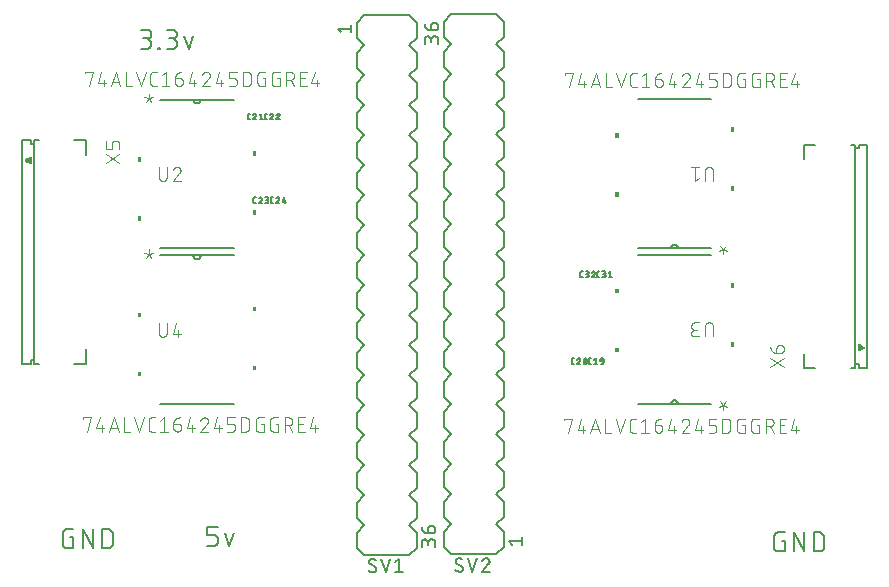
<source format=gbr>
G04 EAGLE Gerber RS-274X export*
G75*
%MOMM*%
%FSLAX34Y34*%
%LPD*%
%INSilkscreen Top*%
%IPPOS*%
%AMOC8*
5,1,8,0,0,1.08239X$1,22.5*%
G01*
%ADD10C,0.152400*%
%ADD11C,0.127000*%
%ADD12C,0.203200*%
%ADD13C,0.101600*%
%ADD14C,0.076200*%

G36*
X747295Y50558D02*
X747295Y50558D01*
X747303Y50558D01*
X747354Y50573D01*
X747561Y50627D01*
X747594Y50647D01*
X747624Y50656D01*
X751624Y52656D01*
X751706Y52713D01*
X751793Y52762D01*
X751823Y52793D01*
X751858Y52817D01*
X751921Y52895D01*
X751991Y52966D01*
X752011Y53004D01*
X752038Y53037D01*
X752077Y53129D01*
X752124Y53217D01*
X752133Y53259D01*
X752150Y53299D01*
X752162Y53398D01*
X752183Y53495D01*
X752180Y53538D01*
X752185Y53581D01*
X752170Y53679D01*
X752162Y53779D01*
X752147Y53819D01*
X752141Y53862D01*
X752098Y53952D01*
X752064Y54045D01*
X752038Y54080D01*
X752020Y54119D01*
X751954Y54194D01*
X751895Y54274D01*
X751864Y54297D01*
X751833Y54333D01*
X751700Y54418D01*
X751693Y54425D01*
X751679Y54432D01*
X751624Y54472D01*
X747624Y56472D01*
X747616Y56475D01*
X747609Y56480D01*
X747481Y56520D01*
X747354Y56562D01*
X747346Y56563D01*
X747338Y56565D01*
X747203Y56569D01*
X747070Y56574D01*
X747062Y56572D01*
X747054Y56573D01*
X746924Y56539D01*
X746794Y56507D01*
X746787Y56503D01*
X746779Y56501D01*
X746664Y56433D01*
X746547Y56366D01*
X746542Y56360D01*
X746534Y56356D01*
X746442Y56258D01*
X746350Y56162D01*
X746346Y56154D01*
X746340Y56148D01*
X746279Y56029D01*
X746216Y55911D01*
X746214Y55903D01*
X746210Y55895D01*
X746202Y55843D01*
X746157Y55633D01*
X746160Y55595D01*
X746155Y55564D01*
X746155Y51564D01*
X746156Y51556D01*
X746155Y51547D01*
X746176Y51415D01*
X746195Y51283D01*
X746198Y51275D01*
X746199Y51266D01*
X746256Y51145D01*
X746311Y51023D01*
X746316Y51017D01*
X746320Y51009D01*
X746408Y50908D01*
X746495Y50806D01*
X746502Y50801D01*
X746507Y50795D01*
X746620Y50723D01*
X746731Y50649D01*
X746739Y50646D01*
X746746Y50641D01*
X746875Y50603D01*
X747002Y50563D01*
X747011Y50563D01*
X747019Y50560D01*
X747153Y50559D01*
X747286Y50555D01*
X747295Y50558D01*
G37*
G36*
X45926Y209112D02*
X45926Y209112D01*
X45934Y209111D01*
X46064Y209145D01*
X46194Y209177D01*
X46201Y209181D01*
X46209Y209183D01*
X46324Y209251D01*
X46441Y209318D01*
X46447Y209324D01*
X46454Y209329D01*
X46546Y209426D01*
X46639Y209522D01*
X46642Y209530D01*
X46648Y209536D01*
X46709Y209655D01*
X46772Y209773D01*
X46774Y209781D01*
X46778Y209789D01*
X46786Y209841D01*
X46831Y210051D01*
X46828Y210089D01*
X46833Y210120D01*
X46833Y214120D01*
X46832Y214128D01*
X46833Y214137D01*
X46812Y214269D01*
X46793Y214402D01*
X46790Y214409D01*
X46789Y214418D01*
X46732Y214539D01*
X46677Y214661D01*
X46672Y214667D01*
X46668Y214675D01*
X46580Y214776D01*
X46494Y214878D01*
X46486Y214883D01*
X46481Y214889D01*
X46368Y214961D01*
X46257Y215036D01*
X46249Y215038D01*
X46242Y215043D01*
X46113Y215081D01*
X45986Y215121D01*
X45977Y215122D01*
X45969Y215124D01*
X45835Y215125D01*
X45702Y215129D01*
X45693Y215126D01*
X45685Y215127D01*
X45634Y215111D01*
X45427Y215057D01*
X45394Y215037D01*
X45364Y215028D01*
X41364Y213028D01*
X41282Y212971D01*
X41195Y212922D01*
X41165Y212891D01*
X41130Y212867D01*
X41067Y212789D01*
X40998Y212718D01*
X40977Y212680D01*
X40950Y212647D01*
X40911Y212555D01*
X40864Y212467D01*
X40855Y212425D01*
X40838Y212385D01*
X40826Y212286D01*
X40805Y212189D01*
X40808Y212146D01*
X40803Y212103D01*
X40819Y212005D01*
X40826Y211905D01*
X40841Y211865D01*
X40847Y211822D01*
X40890Y211732D01*
X40924Y211639D01*
X40950Y211604D01*
X40968Y211565D01*
X41034Y211490D01*
X41093Y211410D01*
X41124Y211387D01*
X41155Y211351D01*
X41307Y211254D01*
X41364Y211212D01*
X45364Y209212D01*
X45372Y209209D01*
X45379Y209205D01*
X45507Y209164D01*
X45634Y209122D01*
X45642Y209121D01*
X45650Y209119D01*
X45785Y209115D01*
X45918Y209110D01*
X45926Y209112D01*
G37*
G36*
X641225Y236384D02*
X641225Y236384D01*
X641227Y236383D01*
X641270Y236403D01*
X641314Y236421D01*
X641314Y236423D01*
X641316Y236424D01*
X641349Y236509D01*
X641349Y240319D01*
X641348Y240321D01*
X641349Y240323D01*
X641329Y240366D01*
X641311Y240410D01*
X641309Y240410D01*
X641308Y240412D01*
X641223Y240445D01*
X638683Y240445D01*
X638681Y240444D01*
X638679Y240445D01*
X638636Y240425D01*
X638592Y240407D01*
X638592Y240405D01*
X638590Y240404D01*
X638557Y240319D01*
X638557Y236509D01*
X638558Y236507D01*
X638557Y236505D01*
X638577Y236462D01*
X638595Y236418D01*
X638597Y236418D01*
X638598Y236416D01*
X638683Y236383D01*
X641223Y236383D01*
X641225Y236384D01*
G37*
G36*
X543435Y231384D02*
X543435Y231384D01*
X543437Y231383D01*
X543480Y231403D01*
X543524Y231421D01*
X543524Y231423D01*
X543526Y231424D01*
X543559Y231509D01*
X543559Y235319D01*
X543558Y235321D01*
X543559Y235323D01*
X543539Y235366D01*
X543521Y235410D01*
X543519Y235410D01*
X543518Y235412D01*
X543433Y235445D01*
X540893Y235445D01*
X540891Y235444D01*
X540889Y235445D01*
X540846Y235425D01*
X540802Y235407D01*
X540802Y235405D01*
X540800Y235404D01*
X540767Y235319D01*
X540767Y231509D01*
X540768Y231507D01*
X540767Y231505D01*
X540787Y231462D01*
X540805Y231418D01*
X540807Y231418D01*
X540808Y231416D01*
X540893Y231383D01*
X543433Y231383D01*
X543435Y231384D01*
G37*
G36*
X236857Y216130D02*
X236857Y216130D01*
X236859Y216129D01*
X236902Y216149D01*
X236946Y216167D01*
X236946Y216169D01*
X236948Y216170D01*
X236981Y216255D01*
X236981Y220065D01*
X236980Y220067D01*
X236981Y220069D01*
X236961Y220112D01*
X236943Y220156D01*
X236941Y220157D01*
X236940Y220158D01*
X236855Y220191D01*
X234315Y220191D01*
X234313Y220190D01*
X234311Y220191D01*
X234268Y220171D01*
X234224Y220153D01*
X234224Y220151D01*
X234222Y220150D01*
X234189Y220065D01*
X234189Y216255D01*
X234190Y216253D01*
X234189Y216251D01*
X234209Y216208D01*
X234227Y216164D01*
X234229Y216164D01*
X234230Y216162D01*
X234315Y216129D01*
X236855Y216129D01*
X236857Y216130D01*
G37*
G36*
X139067Y211130D02*
X139067Y211130D01*
X139069Y211129D01*
X139112Y211149D01*
X139156Y211167D01*
X139156Y211169D01*
X139158Y211170D01*
X139191Y211255D01*
X139191Y215065D01*
X139190Y215067D01*
X139191Y215069D01*
X139171Y215112D01*
X139153Y215156D01*
X139151Y215156D01*
X139150Y215158D01*
X139065Y215191D01*
X136525Y215191D01*
X136523Y215190D01*
X136521Y215191D01*
X136478Y215171D01*
X136434Y215153D01*
X136434Y215151D01*
X136432Y215150D01*
X136399Y215065D01*
X136399Y211255D01*
X136400Y211253D01*
X136399Y211251D01*
X136419Y211208D01*
X136437Y211164D01*
X136439Y211164D01*
X136440Y211162D01*
X136525Y211129D01*
X139065Y211129D01*
X139067Y211130D01*
G37*
G36*
X641225Y186384D02*
X641225Y186384D01*
X641227Y186383D01*
X641270Y186403D01*
X641314Y186421D01*
X641314Y186423D01*
X641316Y186424D01*
X641349Y186509D01*
X641349Y190319D01*
X641348Y190321D01*
X641349Y190323D01*
X641329Y190366D01*
X641311Y190410D01*
X641309Y190410D01*
X641308Y190412D01*
X641223Y190445D01*
X638683Y190445D01*
X638681Y190444D01*
X638679Y190445D01*
X638636Y190425D01*
X638592Y190407D01*
X638592Y190405D01*
X638590Y190404D01*
X638557Y190319D01*
X638557Y186509D01*
X638558Y186507D01*
X638557Y186505D01*
X638577Y186462D01*
X638595Y186418D01*
X638597Y186418D01*
X638598Y186416D01*
X638683Y186383D01*
X641223Y186383D01*
X641225Y186384D01*
G37*
G36*
X543435Y181384D02*
X543435Y181384D01*
X543437Y181383D01*
X543480Y181403D01*
X543524Y181421D01*
X543524Y181423D01*
X543526Y181424D01*
X543559Y181509D01*
X543559Y185319D01*
X543558Y185321D01*
X543559Y185323D01*
X543539Y185366D01*
X543521Y185410D01*
X543519Y185410D01*
X543518Y185412D01*
X543433Y185445D01*
X540893Y185445D01*
X540891Y185444D01*
X540889Y185445D01*
X540846Y185425D01*
X540802Y185407D01*
X540802Y185405D01*
X540800Y185404D01*
X540767Y185319D01*
X540767Y181509D01*
X540768Y181507D01*
X540767Y181505D01*
X540787Y181462D01*
X540805Y181418D01*
X540807Y181418D01*
X540808Y181416D01*
X540893Y181383D01*
X543433Y181383D01*
X543435Y181384D01*
G37*
G36*
X236857Y166130D02*
X236857Y166130D01*
X236859Y166129D01*
X236902Y166149D01*
X236946Y166167D01*
X236946Y166169D01*
X236948Y166170D01*
X236981Y166255D01*
X236981Y170065D01*
X236980Y170067D01*
X236981Y170069D01*
X236961Y170112D01*
X236943Y170156D01*
X236941Y170156D01*
X236940Y170158D01*
X236855Y170191D01*
X234315Y170191D01*
X234313Y170190D01*
X234311Y170191D01*
X234268Y170171D01*
X234224Y170153D01*
X234224Y170151D01*
X234222Y170150D01*
X234189Y170065D01*
X234189Y166255D01*
X234190Y166253D01*
X234189Y166251D01*
X234209Y166208D01*
X234227Y166164D01*
X234229Y166164D01*
X234230Y166162D01*
X234315Y166129D01*
X236855Y166129D01*
X236857Y166130D01*
G37*
G36*
X139067Y161130D02*
X139067Y161130D01*
X139069Y161129D01*
X139112Y161149D01*
X139156Y161167D01*
X139156Y161169D01*
X139158Y161170D01*
X139191Y161255D01*
X139191Y165065D01*
X139190Y165067D01*
X139191Y165069D01*
X139171Y165112D01*
X139153Y165156D01*
X139151Y165156D01*
X139150Y165158D01*
X139065Y165191D01*
X136525Y165191D01*
X136523Y165190D01*
X136521Y165191D01*
X136478Y165171D01*
X136434Y165153D01*
X136434Y165151D01*
X136432Y165150D01*
X136399Y165065D01*
X136399Y161255D01*
X136400Y161253D01*
X136399Y161251D01*
X136419Y161208D01*
X136437Y161164D01*
X136439Y161164D01*
X136440Y161162D01*
X136525Y161129D01*
X139065Y161129D01*
X139067Y161130D01*
G37*
G36*
X641225Y104558D02*
X641225Y104558D01*
X641227Y104557D01*
X641270Y104577D01*
X641314Y104595D01*
X641314Y104597D01*
X641316Y104598D01*
X641349Y104683D01*
X641349Y108493D01*
X641348Y108495D01*
X641349Y108497D01*
X641329Y108540D01*
X641311Y108584D01*
X641309Y108584D01*
X641308Y108586D01*
X641223Y108619D01*
X638683Y108619D01*
X638681Y108618D01*
X638679Y108619D01*
X638636Y108599D01*
X638592Y108581D01*
X638592Y108579D01*
X638590Y108578D01*
X638557Y108493D01*
X638557Y104683D01*
X638558Y104681D01*
X638557Y104679D01*
X638577Y104636D01*
X638595Y104592D01*
X638597Y104592D01*
X638598Y104590D01*
X638683Y104557D01*
X641223Y104557D01*
X641225Y104558D01*
G37*
G36*
X543435Y99558D02*
X543435Y99558D01*
X543437Y99557D01*
X543480Y99577D01*
X543524Y99595D01*
X543524Y99597D01*
X543526Y99598D01*
X543559Y99683D01*
X543559Y103493D01*
X543558Y103495D01*
X543559Y103497D01*
X543539Y103540D01*
X543521Y103584D01*
X543519Y103584D01*
X543518Y103586D01*
X543433Y103619D01*
X540893Y103619D01*
X540891Y103618D01*
X540889Y103619D01*
X540846Y103599D01*
X540802Y103581D01*
X540802Y103579D01*
X540800Y103578D01*
X540767Y103493D01*
X540767Y99683D01*
X540768Y99681D01*
X540767Y99679D01*
X540787Y99636D01*
X540805Y99592D01*
X540807Y99592D01*
X540808Y99590D01*
X540893Y99557D01*
X543433Y99557D01*
X543435Y99558D01*
G37*
G36*
X236857Y84304D02*
X236857Y84304D01*
X236859Y84303D01*
X236902Y84323D01*
X236946Y84341D01*
X236946Y84343D01*
X236948Y84344D01*
X236981Y84429D01*
X236981Y88239D01*
X236980Y88241D01*
X236981Y88243D01*
X236961Y88286D01*
X236943Y88330D01*
X236941Y88331D01*
X236940Y88332D01*
X236855Y88365D01*
X234315Y88365D01*
X234313Y88364D01*
X234311Y88365D01*
X234268Y88345D01*
X234224Y88327D01*
X234224Y88325D01*
X234222Y88324D01*
X234189Y88239D01*
X234189Y84429D01*
X234190Y84427D01*
X234189Y84425D01*
X234209Y84382D01*
X234227Y84338D01*
X234229Y84338D01*
X234230Y84336D01*
X234315Y84303D01*
X236855Y84303D01*
X236857Y84304D01*
G37*
G36*
X139067Y79304D02*
X139067Y79304D01*
X139069Y79303D01*
X139112Y79323D01*
X139156Y79341D01*
X139156Y79343D01*
X139158Y79344D01*
X139191Y79429D01*
X139191Y83239D01*
X139190Y83241D01*
X139191Y83243D01*
X139171Y83286D01*
X139153Y83330D01*
X139151Y83330D01*
X139150Y83332D01*
X139065Y83365D01*
X136525Y83365D01*
X136523Y83364D01*
X136521Y83365D01*
X136478Y83345D01*
X136434Y83327D01*
X136434Y83325D01*
X136432Y83324D01*
X136399Y83239D01*
X136399Y79429D01*
X136400Y79427D01*
X136399Y79425D01*
X136419Y79382D01*
X136437Y79338D01*
X136439Y79338D01*
X136440Y79336D01*
X136525Y79303D01*
X139065Y79303D01*
X139067Y79304D01*
G37*
G36*
X641225Y54558D02*
X641225Y54558D01*
X641227Y54557D01*
X641270Y54577D01*
X641314Y54595D01*
X641314Y54597D01*
X641316Y54598D01*
X641349Y54683D01*
X641349Y58493D01*
X641348Y58495D01*
X641349Y58497D01*
X641329Y58540D01*
X641311Y58584D01*
X641309Y58584D01*
X641308Y58586D01*
X641223Y58619D01*
X638683Y58619D01*
X638681Y58618D01*
X638679Y58619D01*
X638636Y58599D01*
X638592Y58581D01*
X638592Y58579D01*
X638590Y58578D01*
X638557Y58493D01*
X638557Y54683D01*
X638558Y54681D01*
X638557Y54679D01*
X638577Y54636D01*
X638595Y54592D01*
X638597Y54592D01*
X638598Y54590D01*
X638683Y54557D01*
X641223Y54557D01*
X641225Y54558D01*
G37*
G36*
X543435Y49558D02*
X543435Y49558D01*
X543437Y49557D01*
X543480Y49577D01*
X543524Y49595D01*
X543524Y49597D01*
X543526Y49598D01*
X543559Y49683D01*
X543559Y53493D01*
X543558Y53495D01*
X543559Y53497D01*
X543539Y53540D01*
X543521Y53584D01*
X543519Y53584D01*
X543518Y53586D01*
X543433Y53619D01*
X540893Y53619D01*
X540891Y53618D01*
X540889Y53619D01*
X540846Y53599D01*
X540802Y53581D01*
X540802Y53579D01*
X540800Y53578D01*
X540767Y53493D01*
X540767Y49683D01*
X540768Y49681D01*
X540767Y49679D01*
X540787Y49636D01*
X540805Y49592D01*
X540807Y49592D01*
X540808Y49590D01*
X540893Y49557D01*
X543433Y49557D01*
X543435Y49558D01*
G37*
G36*
X236857Y34304D02*
X236857Y34304D01*
X236859Y34303D01*
X236902Y34323D01*
X236946Y34341D01*
X236946Y34343D01*
X236948Y34344D01*
X236981Y34429D01*
X236981Y38239D01*
X236980Y38241D01*
X236981Y38243D01*
X236961Y38286D01*
X236943Y38330D01*
X236941Y38330D01*
X236940Y38332D01*
X236855Y38365D01*
X234315Y38365D01*
X234313Y38364D01*
X234311Y38365D01*
X234268Y38345D01*
X234224Y38327D01*
X234224Y38325D01*
X234222Y38324D01*
X234189Y38239D01*
X234189Y34429D01*
X234190Y34427D01*
X234189Y34425D01*
X234209Y34382D01*
X234227Y34338D01*
X234229Y34338D01*
X234230Y34336D01*
X234315Y34303D01*
X236855Y34303D01*
X236857Y34304D01*
G37*
G36*
X139067Y29304D02*
X139067Y29304D01*
X139069Y29303D01*
X139112Y29323D01*
X139156Y29341D01*
X139156Y29343D01*
X139158Y29344D01*
X139191Y29429D01*
X139191Y33239D01*
X139190Y33241D01*
X139191Y33243D01*
X139171Y33286D01*
X139153Y33330D01*
X139151Y33330D01*
X139150Y33332D01*
X139065Y33365D01*
X136525Y33365D01*
X136523Y33364D01*
X136521Y33365D01*
X136478Y33345D01*
X136434Y33327D01*
X136434Y33325D01*
X136432Y33324D01*
X136399Y33239D01*
X136399Y29429D01*
X136400Y29427D01*
X136399Y29425D01*
X136419Y29382D01*
X136437Y29338D01*
X136439Y29338D01*
X136440Y29336D01*
X136525Y29303D01*
X139065Y29303D01*
X139067Y29304D01*
G37*
D10*
X195404Y-114046D02*
X200823Y-114046D01*
X200941Y-114044D01*
X201059Y-114038D01*
X201177Y-114029D01*
X201294Y-114015D01*
X201411Y-113998D01*
X201528Y-113977D01*
X201643Y-113952D01*
X201758Y-113923D01*
X201872Y-113890D01*
X201984Y-113854D01*
X202095Y-113814D01*
X202205Y-113771D01*
X202314Y-113724D01*
X202421Y-113674D01*
X202526Y-113619D01*
X202629Y-113562D01*
X202730Y-113501D01*
X202830Y-113437D01*
X202927Y-113370D01*
X203022Y-113300D01*
X203114Y-113226D01*
X203205Y-113150D01*
X203292Y-113070D01*
X203377Y-112988D01*
X203459Y-112903D01*
X203539Y-112816D01*
X203615Y-112725D01*
X203689Y-112633D01*
X203759Y-112538D01*
X203826Y-112441D01*
X203890Y-112341D01*
X203951Y-112240D01*
X204008Y-112137D01*
X204063Y-112032D01*
X204113Y-111925D01*
X204160Y-111816D01*
X204203Y-111706D01*
X204243Y-111595D01*
X204279Y-111483D01*
X204312Y-111369D01*
X204341Y-111254D01*
X204366Y-111139D01*
X204387Y-111022D01*
X204404Y-110905D01*
X204418Y-110788D01*
X204427Y-110670D01*
X204433Y-110552D01*
X204435Y-110434D01*
X204435Y-108627D01*
X204433Y-108509D01*
X204427Y-108391D01*
X204418Y-108273D01*
X204404Y-108156D01*
X204387Y-108039D01*
X204366Y-107922D01*
X204341Y-107807D01*
X204312Y-107692D01*
X204279Y-107578D01*
X204243Y-107466D01*
X204203Y-107355D01*
X204160Y-107245D01*
X204113Y-107136D01*
X204063Y-107029D01*
X204008Y-106924D01*
X203951Y-106821D01*
X203890Y-106720D01*
X203826Y-106620D01*
X203759Y-106523D01*
X203689Y-106428D01*
X203615Y-106336D01*
X203539Y-106245D01*
X203459Y-106158D01*
X203377Y-106073D01*
X203292Y-105991D01*
X203205Y-105911D01*
X203114Y-105835D01*
X203022Y-105761D01*
X202927Y-105691D01*
X202830Y-105624D01*
X202730Y-105560D01*
X202629Y-105499D01*
X202526Y-105442D01*
X202421Y-105387D01*
X202314Y-105337D01*
X202205Y-105290D01*
X202095Y-105247D01*
X201984Y-105207D01*
X201872Y-105171D01*
X201758Y-105138D01*
X201643Y-105109D01*
X201528Y-105084D01*
X201411Y-105063D01*
X201294Y-105046D01*
X201177Y-105032D01*
X201059Y-105023D01*
X200941Y-105017D01*
X200823Y-105015D01*
X195404Y-105015D01*
X195404Y-97790D01*
X204435Y-97790D01*
X210375Y-103209D02*
X213988Y-114046D01*
X217600Y-103209D01*
X82076Y-107047D02*
X79367Y-107047D01*
X82076Y-107047D02*
X82076Y-116078D01*
X76658Y-116078D01*
X76540Y-116076D01*
X76422Y-116070D01*
X76304Y-116061D01*
X76187Y-116047D01*
X76070Y-116030D01*
X75953Y-116009D01*
X75838Y-115984D01*
X75723Y-115955D01*
X75609Y-115922D01*
X75497Y-115886D01*
X75386Y-115846D01*
X75276Y-115803D01*
X75167Y-115756D01*
X75060Y-115706D01*
X74955Y-115651D01*
X74852Y-115594D01*
X74751Y-115533D01*
X74651Y-115469D01*
X74554Y-115402D01*
X74459Y-115332D01*
X74367Y-115258D01*
X74276Y-115182D01*
X74189Y-115102D01*
X74104Y-115020D01*
X74022Y-114935D01*
X73942Y-114848D01*
X73866Y-114757D01*
X73792Y-114665D01*
X73722Y-114570D01*
X73655Y-114473D01*
X73591Y-114373D01*
X73530Y-114272D01*
X73473Y-114169D01*
X73418Y-114064D01*
X73368Y-113957D01*
X73321Y-113848D01*
X73278Y-113738D01*
X73238Y-113627D01*
X73202Y-113515D01*
X73169Y-113401D01*
X73140Y-113286D01*
X73115Y-113171D01*
X73094Y-113054D01*
X73077Y-112937D01*
X73063Y-112820D01*
X73054Y-112702D01*
X73048Y-112584D01*
X73046Y-112466D01*
X73045Y-112466D02*
X73045Y-103434D01*
X73047Y-103316D01*
X73053Y-103198D01*
X73062Y-103080D01*
X73076Y-102962D01*
X73093Y-102845D01*
X73114Y-102729D01*
X73139Y-102614D01*
X73168Y-102499D01*
X73201Y-102385D01*
X73237Y-102273D01*
X73277Y-102161D01*
X73320Y-102051D01*
X73367Y-101943D01*
X73418Y-101836D01*
X73472Y-101731D01*
X73529Y-101628D01*
X73590Y-101526D01*
X73654Y-101427D01*
X73721Y-101330D01*
X73792Y-101235D01*
X73865Y-101142D01*
X73942Y-101052D01*
X74021Y-100964D01*
X74103Y-100879D01*
X74188Y-100797D01*
X74276Y-100718D01*
X74366Y-100641D01*
X74459Y-100568D01*
X74553Y-100497D01*
X74651Y-100430D01*
X74750Y-100366D01*
X74851Y-100305D01*
X74955Y-100248D01*
X75060Y-100194D01*
X75167Y-100143D01*
X75275Y-100096D01*
X75385Y-100053D01*
X75497Y-100013D01*
X75609Y-99977D01*
X75723Y-99944D01*
X75838Y-99915D01*
X75953Y-99890D01*
X76069Y-99869D01*
X76186Y-99852D01*
X76304Y-99838D01*
X76422Y-99829D01*
X76540Y-99823D01*
X76658Y-99821D01*
X76658Y-99822D02*
X82076Y-99822D01*
X89718Y-99822D02*
X89718Y-116078D01*
X98750Y-116078D02*
X89718Y-99822D01*
X98750Y-99822D02*
X98750Y-116078D01*
X106392Y-116078D02*
X106392Y-99822D01*
X110907Y-99822D01*
X111038Y-99824D01*
X111170Y-99830D01*
X111301Y-99839D01*
X111431Y-99853D01*
X111562Y-99870D01*
X111691Y-99891D01*
X111820Y-99915D01*
X111948Y-99944D01*
X112076Y-99976D01*
X112202Y-100012D01*
X112327Y-100051D01*
X112452Y-100094D01*
X112574Y-100141D01*
X112696Y-100191D01*
X112816Y-100245D01*
X112934Y-100302D01*
X113050Y-100363D01*
X113165Y-100427D01*
X113278Y-100494D01*
X113389Y-100565D01*
X113497Y-100639D01*
X113604Y-100716D01*
X113708Y-100796D01*
X113810Y-100879D01*
X113909Y-100964D01*
X114006Y-101053D01*
X114100Y-101145D01*
X114192Y-101239D01*
X114281Y-101336D01*
X114366Y-101435D01*
X114449Y-101537D01*
X114529Y-101641D01*
X114606Y-101748D01*
X114680Y-101856D01*
X114751Y-101967D01*
X114818Y-102080D01*
X114882Y-102195D01*
X114943Y-102311D01*
X115000Y-102429D01*
X115054Y-102549D01*
X115104Y-102671D01*
X115151Y-102793D01*
X115194Y-102918D01*
X115233Y-103043D01*
X115269Y-103169D01*
X115301Y-103297D01*
X115330Y-103425D01*
X115354Y-103554D01*
X115375Y-103683D01*
X115392Y-103814D01*
X115406Y-103944D01*
X115415Y-104075D01*
X115421Y-104207D01*
X115423Y-104338D01*
X115423Y-111562D01*
X115421Y-111693D01*
X115415Y-111825D01*
X115406Y-111956D01*
X115392Y-112086D01*
X115375Y-112217D01*
X115354Y-112346D01*
X115330Y-112475D01*
X115301Y-112603D01*
X115269Y-112731D01*
X115233Y-112857D01*
X115194Y-112982D01*
X115151Y-113107D01*
X115104Y-113229D01*
X115054Y-113351D01*
X115000Y-113471D01*
X114943Y-113589D01*
X114882Y-113705D01*
X114818Y-113820D01*
X114751Y-113933D01*
X114680Y-114044D01*
X114606Y-114152D01*
X114529Y-114259D01*
X114449Y-114363D01*
X114366Y-114465D01*
X114281Y-114564D01*
X114192Y-114661D01*
X114100Y-114755D01*
X114006Y-114847D01*
X113909Y-114936D01*
X113810Y-115021D01*
X113708Y-115104D01*
X113604Y-115184D01*
X113497Y-115261D01*
X113389Y-115335D01*
X113278Y-115406D01*
X113165Y-115473D01*
X113050Y-115537D01*
X112934Y-115598D01*
X112816Y-115655D01*
X112696Y-115709D01*
X112574Y-115759D01*
X112452Y-115806D01*
X112327Y-115849D01*
X112202Y-115888D01*
X112076Y-115924D01*
X111948Y-115956D01*
X111820Y-115985D01*
X111691Y-116009D01*
X111561Y-116030D01*
X111431Y-116047D01*
X111301Y-116061D01*
X111170Y-116070D01*
X111038Y-116076D01*
X110907Y-116078D01*
X106392Y-116078D01*
X681601Y-109841D02*
X684310Y-109841D01*
X684310Y-118872D01*
X678892Y-118872D01*
X678774Y-118870D01*
X678656Y-118864D01*
X678538Y-118855D01*
X678421Y-118841D01*
X678304Y-118824D01*
X678187Y-118803D01*
X678072Y-118778D01*
X677957Y-118749D01*
X677843Y-118716D01*
X677731Y-118680D01*
X677620Y-118640D01*
X677510Y-118597D01*
X677401Y-118550D01*
X677294Y-118500D01*
X677189Y-118445D01*
X677086Y-118388D01*
X676985Y-118327D01*
X676885Y-118263D01*
X676788Y-118196D01*
X676693Y-118126D01*
X676601Y-118052D01*
X676510Y-117976D01*
X676423Y-117896D01*
X676338Y-117814D01*
X676256Y-117729D01*
X676176Y-117642D01*
X676100Y-117551D01*
X676026Y-117459D01*
X675956Y-117364D01*
X675889Y-117267D01*
X675825Y-117167D01*
X675764Y-117066D01*
X675707Y-116963D01*
X675652Y-116858D01*
X675602Y-116751D01*
X675555Y-116642D01*
X675512Y-116532D01*
X675472Y-116421D01*
X675436Y-116309D01*
X675403Y-116195D01*
X675374Y-116080D01*
X675349Y-115965D01*
X675328Y-115848D01*
X675311Y-115731D01*
X675297Y-115614D01*
X675288Y-115496D01*
X675282Y-115378D01*
X675280Y-115260D01*
X675279Y-115260D02*
X675279Y-106228D01*
X675281Y-106110D01*
X675287Y-105992D01*
X675296Y-105874D01*
X675310Y-105756D01*
X675327Y-105639D01*
X675348Y-105523D01*
X675373Y-105408D01*
X675402Y-105293D01*
X675435Y-105179D01*
X675471Y-105067D01*
X675511Y-104955D01*
X675554Y-104845D01*
X675601Y-104737D01*
X675652Y-104630D01*
X675706Y-104525D01*
X675763Y-104422D01*
X675824Y-104320D01*
X675888Y-104221D01*
X675955Y-104124D01*
X676026Y-104029D01*
X676099Y-103936D01*
X676176Y-103846D01*
X676255Y-103758D01*
X676337Y-103673D01*
X676422Y-103591D01*
X676510Y-103512D01*
X676600Y-103435D01*
X676693Y-103362D01*
X676787Y-103291D01*
X676885Y-103224D01*
X676984Y-103160D01*
X677085Y-103099D01*
X677189Y-103042D01*
X677294Y-102988D01*
X677401Y-102937D01*
X677509Y-102890D01*
X677619Y-102847D01*
X677731Y-102807D01*
X677843Y-102771D01*
X677957Y-102738D01*
X678072Y-102709D01*
X678187Y-102684D01*
X678303Y-102663D01*
X678420Y-102646D01*
X678538Y-102632D01*
X678656Y-102623D01*
X678774Y-102617D01*
X678892Y-102615D01*
X678892Y-102616D02*
X684310Y-102616D01*
X691952Y-102616D02*
X691952Y-118872D01*
X700984Y-118872D02*
X691952Y-102616D01*
X700984Y-102616D02*
X700984Y-118872D01*
X708626Y-118872D02*
X708626Y-102616D01*
X713141Y-102616D01*
X713272Y-102618D01*
X713404Y-102624D01*
X713535Y-102633D01*
X713665Y-102647D01*
X713796Y-102664D01*
X713925Y-102685D01*
X714054Y-102709D01*
X714182Y-102738D01*
X714310Y-102770D01*
X714436Y-102806D01*
X714561Y-102845D01*
X714686Y-102888D01*
X714808Y-102935D01*
X714930Y-102985D01*
X715050Y-103039D01*
X715168Y-103096D01*
X715284Y-103157D01*
X715399Y-103221D01*
X715512Y-103288D01*
X715623Y-103359D01*
X715731Y-103433D01*
X715838Y-103510D01*
X715942Y-103590D01*
X716044Y-103673D01*
X716143Y-103758D01*
X716240Y-103847D01*
X716334Y-103939D01*
X716426Y-104033D01*
X716515Y-104130D01*
X716600Y-104229D01*
X716683Y-104331D01*
X716763Y-104435D01*
X716840Y-104542D01*
X716914Y-104650D01*
X716985Y-104761D01*
X717052Y-104874D01*
X717116Y-104989D01*
X717177Y-105105D01*
X717234Y-105223D01*
X717288Y-105343D01*
X717338Y-105465D01*
X717385Y-105587D01*
X717428Y-105712D01*
X717467Y-105837D01*
X717503Y-105963D01*
X717535Y-106091D01*
X717564Y-106219D01*
X717588Y-106348D01*
X717609Y-106477D01*
X717626Y-106608D01*
X717640Y-106738D01*
X717649Y-106869D01*
X717655Y-107001D01*
X717657Y-107132D01*
X717657Y-114356D01*
X717655Y-114487D01*
X717649Y-114619D01*
X717640Y-114750D01*
X717626Y-114880D01*
X717609Y-115011D01*
X717588Y-115140D01*
X717564Y-115269D01*
X717535Y-115397D01*
X717503Y-115525D01*
X717467Y-115651D01*
X717428Y-115776D01*
X717385Y-115901D01*
X717338Y-116023D01*
X717288Y-116145D01*
X717234Y-116265D01*
X717177Y-116383D01*
X717116Y-116499D01*
X717052Y-116614D01*
X716985Y-116727D01*
X716914Y-116838D01*
X716840Y-116946D01*
X716763Y-117053D01*
X716683Y-117157D01*
X716600Y-117259D01*
X716515Y-117358D01*
X716426Y-117455D01*
X716334Y-117549D01*
X716240Y-117641D01*
X716143Y-117730D01*
X716044Y-117815D01*
X715942Y-117898D01*
X715838Y-117978D01*
X715731Y-118055D01*
X715623Y-118129D01*
X715512Y-118200D01*
X715399Y-118267D01*
X715284Y-118331D01*
X715168Y-118392D01*
X715050Y-118449D01*
X714930Y-118503D01*
X714808Y-118553D01*
X714686Y-118600D01*
X714561Y-118643D01*
X714436Y-118682D01*
X714310Y-118718D01*
X714182Y-118750D01*
X714054Y-118779D01*
X713925Y-118803D01*
X713795Y-118824D01*
X713665Y-118841D01*
X713535Y-118855D01*
X713404Y-118864D01*
X713272Y-118870D01*
X713141Y-118872D01*
X708626Y-118872D01*
X143512Y306578D02*
X138996Y306578D01*
X143512Y306578D02*
X143645Y306580D01*
X143777Y306586D01*
X143909Y306596D01*
X144041Y306609D01*
X144173Y306627D01*
X144303Y306648D01*
X144434Y306673D01*
X144563Y306702D01*
X144691Y306735D01*
X144819Y306771D01*
X144945Y306811D01*
X145070Y306855D01*
X145194Y306903D01*
X145316Y306954D01*
X145437Y307009D01*
X145556Y307067D01*
X145674Y307129D01*
X145789Y307194D01*
X145903Y307263D01*
X146014Y307334D01*
X146123Y307410D01*
X146230Y307488D01*
X146335Y307569D01*
X146437Y307654D01*
X146537Y307741D01*
X146634Y307831D01*
X146729Y307924D01*
X146820Y308020D01*
X146909Y308118D01*
X146995Y308219D01*
X147078Y308323D01*
X147158Y308429D01*
X147234Y308537D01*
X147308Y308647D01*
X147378Y308760D01*
X147445Y308874D01*
X147508Y308991D01*
X147568Y309109D01*
X147625Y309229D01*
X147678Y309351D01*
X147727Y309474D01*
X147773Y309598D01*
X147815Y309724D01*
X147853Y309851D01*
X147888Y309979D01*
X147919Y310108D01*
X147946Y310237D01*
X147969Y310368D01*
X147989Y310499D01*
X148004Y310631D01*
X148016Y310763D01*
X148024Y310895D01*
X148028Y311028D01*
X148028Y311160D01*
X148024Y311293D01*
X148016Y311425D01*
X148004Y311557D01*
X147989Y311689D01*
X147969Y311820D01*
X147946Y311951D01*
X147919Y312080D01*
X147888Y312209D01*
X147853Y312337D01*
X147815Y312464D01*
X147773Y312590D01*
X147727Y312714D01*
X147678Y312837D01*
X147625Y312959D01*
X147568Y313079D01*
X147508Y313197D01*
X147445Y313314D01*
X147378Y313428D01*
X147308Y313541D01*
X147234Y313651D01*
X147158Y313759D01*
X147078Y313865D01*
X146995Y313969D01*
X146909Y314070D01*
X146820Y314168D01*
X146729Y314264D01*
X146634Y314357D01*
X146537Y314447D01*
X146437Y314534D01*
X146335Y314619D01*
X146230Y314700D01*
X146123Y314778D01*
X146014Y314854D01*
X145903Y314925D01*
X145789Y314994D01*
X145674Y315059D01*
X145556Y315121D01*
X145437Y315179D01*
X145316Y315234D01*
X145194Y315285D01*
X145070Y315333D01*
X144945Y315377D01*
X144819Y315417D01*
X144691Y315453D01*
X144563Y315486D01*
X144434Y315515D01*
X144303Y315540D01*
X144173Y315561D01*
X144041Y315579D01*
X143909Y315592D01*
X143777Y315602D01*
X143645Y315608D01*
X143512Y315610D01*
X144415Y322834D02*
X138996Y322834D01*
X144415Y322834D02*
X144534Y322832D01*
X144654Y322826D01*
X144773Y322816D01*
X144891Y322802D01*
X145010Y322785D01*
X145127Y322763D01*
X145244Y322738D01*
X145359Y322708D01*
X145474Y322675D01*
X145588Y322638D01*
X145700Y322598D01*
X145811Y322553D01*
X145920Y322505D01*
X146028Y322454D01*
X146134Y322399D01*
X146238Y322340D01*
X146340Y322278D01*
X146440Y322213D01*
X146538Y322144D01*
X146634Y322072D01*
X146727Y321997D01*
X146817Y321920D01*
X146905Y321839D01*
X146990Y321755D01*
X147072Y321668D01*
X147152Y321579D01*
X147228Y321487D01*
X147302Y321393D01*
X147372Y321296D01*
X147439Y321198D01*
X147503Y321097D01*
X147563Y320993D01*
X147620Y320888D01*
X147673Y320781D01*
X147723Y320673D01*
X147769Y320563D01*
X147811Y320451D01*
X147850Y320338D01*
X147885Y320224D01*
X147916Y320109D01*
X147944Y319992D01*
X147967Y319875D01*
X147987Y319758D01*
X148003Y319639D01*
X148015Y319520D01*
X148023Y319401D01*
X148027Y319282D01*
X148027Y319162D01*
X148023Y319043D01*
X148015Y318924D01*
X148003Y318805D01*
X147987Y318686D01*
X147967Y318569D01*
X147944Y318452D01*
X147916Y318335D01*
X147885Y318220D01*
X147850Y318106D01*
X147811Y317993D01*
X147769Y317881D01*
X147723Y317771D01*
X147673Y317663D01*
X147620Y317556D01*
X147563Y317451D01*
X147503Y317347D01*
X147439Y317246D01*
X147372Y317148D01*
X147302Y317051D01*
X147228Y316957D01*
X147152Y316865D01*
X147072Y316776D01*
X146990Y316689D01*
X146905Y316605D01*
X146817Y316524D01*
X146727Y316447D01*
X146634Y316372D01*
X146538Y316300D01*
X146440Y316231D01*
X146340Y316166D01*
X146238Y316104D01*
X146134Y316045D01*
X146028Y315990D01*
X145920Y315939D01*
X145811Y315891D01*
X145700Y315846D01*
X145588Y315806D01*
X145474Y315769D01*
X145359Y315736D01*
X145244Y315706D01*
X145127Y315681D01*
X145010Y315659D01*
X144891Y315642D01*
X144773Y315628D01*
X144654Y315618D01*
X144534Y315612D01*
X144415Y315610D01*
X144415Y315609D02*
X140802Y315609D01*
X154002Y307481D02*
X154002Y306578D01*
X154002Y307481D02*
X154905Y307481D01*
X154905Y306578D01*
X154002Y306578D01*
X160880Y306578D02*
X165395Y306578D01*
X165528Y306580D01*
X165660Y306586D01*
X165792Y306596D01*
X165924Y306609D01*
X166056Y306627D01*
X166186Y306648D01*
X166317Y306673D01*
X166446Y306702D01*
X166574Y306735D01*
X166702Y306771D01*
X166828Y306811D01*
X166953Y306855D01*
X167077Y306903D01*
X167199Y306954D01*
X167320Y307009D01*
X167439Y307067D01*
X167557Y307129D01*
X167672Y307194D01*
X167786Y307263D01*
X167897Y307334D01*
X168006Y307410D01*
X168113Y307488D01*
X168218Y307569D01*
X168320Y307654D01*
X168420Y307741D01*
X168517Y307831D01*
X168612Y307924D01*
X168703Y308020D01*
X168792Y308118D01*
X168878Y308219D01*
X168961Y308323D01*
X169041Y308429D01*
X169117Y308537D01*
X169191Y308647D01*
X169261Y308760D01*
X169328Y308874D01*
X169391Y308991D01*
X169451Y309109D01*
X169508Y309229D01*
X169561Y309351D01*
X169610Y309474D01*
X169656Y309598D01*
X169698Y309724D01*
X169736Y309851D01*
X169771Y309979D01*
X169802Y310108D01*
X169829Y310237D01*
X169852Y310368D01*
X169872Y310499D01*
X169887Y310631D01*
X169899Y310763D01*
X169907Y310895D01*
X169911Y311028D01*
X169911Y311160D01*
X169907Y311293D01*
X169899Y311425D01*
X169887Y311557D01*
X169872Y311689D01*
X169852Y311820D01*
X169829Y311951D01*
X169802Y312080D01*
X169771Y312209D01*
X169736Y312337D01*
X169698Y312464D01*
X169656Y312590D01*
X169610Y312714D01*
X169561Y312837D01*
X169508Y312959D01*
X169451Y313079D01*
X169391Y313197D01*
X169328Y313314D01*
X169261Y313428D01*
X169191Y313541D01*
X169117Y313651D01*
X169041Y313759D01*
X168961Y313865D01*
X168878Y313969D01*
X168792Y314070D01*
X168703Y314168D01*
X168612Y314264D01*
X168517Y314357D01*
X168420Y314447D01*
X168320Y314534D01*
X168218Y314619D01*
X168113Y314700D01*
X168006Y314778D01*
X167897Y314854D01*
X167786Y314925D01*
X167672Y314994D01*
X167557Y315059D01*
X167439Y315121D01*
X167320Y315179D01*
X167199Y315234D01*
X167077Y315285D01*
X166953Y315333D01*
X166828Y315377D01*
X166702Y315417D01*
X166574Y315453D01*
X166446Y315486D01*
X166317Y315515D01*
X166186Y315540D01*
X166056Y315561D01*
X165924Y315579D01*
X165792Y315592D01*
X165660Y315602D01*
X165528Y315608D01*
X165395Y315610D01*
X166298Y322834D02*
X160880Y322834D01*
X166298Y322834D02*
X166417Y322832D01*
X166537Y322826D01*
X166656Y322816D01*
X166774Y322802D01*
X166893Y322785D01*
X167010Y322763D01*
X167127Y322738D01*
X167242Y322708D01*
X167357Y322675D01*
X167471Y322638D01*
X167583Y322598D01*
X167694Y322553D01*
X167803Y322505D01*
X167911Y322454D01*
X168017Y322399D01*
X168121Y322340D01*
X168223Y322278D01*
X168323Y322213D01*
X168421Y322144D01*
X168517Y322072D01*
X168610Y321997D01*
X168700Y321920D01*
X168788Y321839D01*
X168873Y321755D01*
X168955Y321668D01*
X169035Y321579D01*
X169111Y321487D01*
X169185Y321393D01*
X169255Y321296D01*
X169322Y321198D01*
X169386Y321097D01*
X169446Y320993D01*
X169503Y320888D01*
X169556Y320781D01*
X169606Y320673D01*
X169652Y320563D01*
X169694Y320451D01*
X169733Y320338D01*
X169768Y320224D01*
X169799Y320109D01*
X169827Y319992D01*
X169850Y319875D01*
X169870Y319758D01*
X169886Y319639D01*
X169898Y319520D01*
X169906Y319401D01*
X169910Y319282D01*
X169910Y319162D01*
X169906Y319043D01*
X169898Y318924D01*
X169886Y318805D01*
X169870Y318686D01*
X169850Y318569D01*
X169827Y318452D01*
X169799Y318335D01*
X169768Y318220D01*
X169733Y318106D01*
X169694Y317993D01*
X169652Y317881D01*
X169606Y317771D01*
X169556Y317663D01*
X169503Y317556D01*
X169446Y317451D01*
X169386Y317347D01*
X169322Y317246D01*
X169255Y317148D01*
X169185Y317051D01*
X169111Y316957D01*
X169035Y316865D01*
X168955Y316776D01*
X168873Y316689D01*
X168788Y316605D01*
X168700Y316524D01*
X168610Y316447D01*
X168517Y316372D01*
X168421Y316300D01*
X168323Y316231D01*
X168223Y316166D01*
X168121Y316104D01*
X168017Y316045D01*
X167911Y315990D01*
X167803Y315939D01*
X167694Y315891D01*
X167583Y315846D01*
X167471Y315806D01*
X167357Y315769D01*
X167242Y315736D01*
X167127Y315706D01*
X167010Y315681D01*
X166893Y315659D01*
X166774Y315642D01*
X166656Y315628D01*
X166537Y315618D01*
X166417Y315612D01*
X166298Y315610D01*
X166298Y315609D02*
X162686Y315609D01*
X175851Y317415D02*
X179463Y306578D01*
X183076Y317415D01*
X372618Y316230D02*
X372618Y328930D01*
X372618Y316230D02*
X366268Y309880D01*
X372618Y303530D01*
X372618Y290830D01*
X366268Y284480D01*
X372618Y328930D02*
X366268Y335280D01*
X366268Y284480D02*
X372618Y278130D01*
X372618Y265430D01*
X366268Y259080D01*
X372618Y252730D02*
X372618Y240030D01*
X366268Y233680D01*
X372618Y227330D01*
X372618Y214630D01*
X366268Y208280D01*
X372618Y252730D02*
X366268Y259080D01*
X366268Y208280D02*
X372618Y201930D01*
X372618Y189230D01*
X366268Y182880D01*
X328168Y309880D02*
X321818Y316230D01*
X321818Y290830D02*
X328168Y284480D01*
X321818Y290830D02*
X321818Y303530D01*
X328168Y309880D01*
X328168Y335280D02*
X366268Y335280D01*
X328168Y335280D02*
X321818Y328930D01*
X321818Y316230D01*
X321818Y265430D02*
X328168Y259080D01*
X321818Y265430D02*
X321818Y278130D01*
X328168Y284480D01*
X321818Y240030D02*
X328168Y233680D01*
X321818Y214630D02*
X328168Y208280D01*
X321818Y214630D02*
X321818Y227330D01*
X328168Y233680D01*
X321818Y252730D02*
X328168Y259080D01*
X321818Y252730D02*
X321818Y240030D01*
X321818Y189230D02*
X328168Y182880D01*
X321818Y189230D02*
X321818Y201930D01*
X328168Y208280D01*
X372618Y163830D02*
X366268Y157480D01*
X372618Y163830D02*
X372618Y176530D01*
X366268Y182880D01*
X328168Y182880D02*
X321818Y176530D01*
X321818Y163830D01*
X328168Y157480D01*
X372618Y151130D02*
X372618Y138430D01*
X366268Y132080D01*
X372618Y125730D01*
X372618Y113030D01*
X366268Y106680D01*
X372618Y151130D02*
X366268Y157480D01*
X366268Y106680D02*
X372618Y100330D01*
X372618Y87630D01*
X366268Y81280D01*
X372618Y74930D02*
X372618Y62230D01*
X366268Y55880D01*
X372618Y49530D01*
X372618Y36830D01*
X366268Y30480D01*
X372618Y74930D02*
X366268Y81280D01*
X366268Y30480D02*
X372618Y24130D01*
X372618Y11430D01*
X366268Y5080D01*
X328168Y132080D02*
X321818Y138430D01*
X321818Y113030D02*
X328168Y106680D01*
X321818Y113030D02*
X321818Y125730D01*
X328168Y132080D01*
X321818Y151130D02*
X328168Y157480D01*
X321818Y151130D02*
X321818Y138430D01*
X321818Y87630D02*
X328168Y81280D01*
X321818Y87630D02*
X321818Y100330D01*
X328168Y106680D01*
X321818Y62230D02*
X328168Y55880D01*
X321818Y36830D02*
X328168Y30480D01*
X321818Y36830D02*
X321818Y49530D01*
X328168Y55880D01*
X321818Y74930D02*
X328168Y81280D01*
X321818Y74930D02*
X321818Y62230D01*
X321818Y11430D02*
X328168Y5080D01*
X321818Y11430D02*
X321818Y24130D01*
X328168Y30480D01*
X372618Y-13970D02*
X366268Y-20320D01*
X372618Y-13970D02*
X372618Y-1270D01*
X366268Y5080D01*
X328168Y5080D02*
X321818Y-1270D01*
X321818Y-13970D01*
X328168Y-20320D01*
X372618Y-26670D02*
X372618Y-39370D01*
X366268Y-45720D01*
X372618Y-52070D01*
X372618Y-64770D01*
X366268Y-71120D01*
X372618Y-26670D02*
X366268Y-20320D01*
X366268Y-71120D02*
X372618Y-77470D01*
X372618Y-90170D01*
X366268Y-96520D01*
X372618Y-102870D01*
X372618Y-115570D01*
X328168Y-45720D02*
X321818Y-39370D01*
X321818Y-64770D02*
X328168Y-71120D01*
X321818Y-64770D02*
X321818Y-52070D01*
X328168Y-45720D01*
X321818Y-26670D02*
X328168Y-20320D01*
X321818Y-26670D02*
X321818Y-39370D01*
X321818Y-102870D02*
X321818Y-115570D01*
X321818Y-102870D02*
X328168Y-96520D01*
X321818Y-90170D01*
X321818Y-77470D01*
X328168Y-71120D01*
X328168Y-121920D02*
X366268Y-121920D01*
X372618Y-115570D01*
X328168Y-121920D02*
X321818Y-115570D01*
D11*
X308483Y320675D02*
X305943Y323850D01*
X317373Y323850D01*
X317373Y320675D02*
X317373Y327025D01*
X388493Y-111760D02*
X388493Y-114935D01*
X388493Y-111760D02*
X388491Y-111649D01*
X388485Y-111539D01*
X388476Y-111428D01*
X388462Y-111318D01*
X388445Y-111209D01*
X388424Y-111100D01*
X388399Y-110992D01*
X388370Y-110885D01*
X388338Y-110779D01*
X388302Y-110674D01*
X388262Y-110571D01*
X388219Y-110469D01*
X388172Y-110368D01*
X388121Y-110269D01*
X388068Y-110173D01*
X388011Y-110078D01*
X387950Y-109985D01*
X387887Y-109894D01*
X387820Y-109805D01*
X387750Y-109719D01*
X387677Y-109636D01*
X387602Y-109554D01*
X387524Y-109476D01*
X387442Y-109401D01*
X387359Y-109328D01*
X387273Y-109258D01*
X387184Y-109191D01*
X387093Y-109128D01*
X387000Y-109067D01*
X386906Y-109010D01*
X386809Y-108957D01*
X386710Y-108906D01*
X386609Y-108859D01*
X386507Y-108816D01*
X386404Y-108776D01*
X386299Y-108740D01*
X386193Y-108708D01*
X386086Y-108679D01*
X385978Y-108654D01*
X385869Y-108633D01*
X385760Y-108616D01*
X385650Y-108602D01*
X385539Y-108593D01*
X385429Y-108587D01*
X385318Y-108585D01*
X385207Y-108587D01*
X385097Y-108593D01*
X384986Y-108602D01*
X384876Y-108616D01*
X384767Y-108633D01*
X384658Y-108654D01*
X384550Y-108679D01*
X384443Y-108708D01*
X384337Y-108740D01*
X384232Y-108776D01*
X384129Y-108816D01*
X384027Y-108859D01*
X383926Y-108906D01*
X383827Y-108957D01*
X383731Y-109010D01*
X383636Y-109067D01*
X383543Y-109128D01*
X383452Y-109191D01*
X383363Y-109258D01*
X383277Y-109328D01*
X383194Y-109401D01*
X383112Y-109476D01*
X383034Y-109554D01*
X382959Y-109636D01*
X382886Y-109719D01*
X382816Y-109805D01*
X382749Y-109894D01*
X382686Y-109985D01*
X382625Y-110078D01*
X382568Y-110173D01*
X382515Y-110269D01*
X382464Y-110368D01*
X382417Y-110469D01*
X382374Y-110571D01*
X382334Y-110674D01*
X382298Y-110779D01*
X382266Y-110885D01*
X382237Y-110992D01*
X382212Y-111100D01*
X382191Y-111209D01*
X382174Y-111318D01*
X382160Y-111428D01*
X382151Y-111539D01*
X382145Y-111649D01*
X382143Y-111760D01*
X377063Y-111125D02*
X377063Y-114935D01*
X377063Y-111125D02*
X377065Y-111025D01*
X377071Y-110926D01*
X377081Y-110826D01*
X377094Y-110728D01*
X377112Y-110629D01*
X377133Y-110532D01*
X377158Y-110436D01*
X377187Y-110340D01*
X377220Y-110246D01*
X377256Y-110153D01*
X377296Y-110062D01*
X377340Y-109972D01*
X377387Y-109884D01*
X377437Y-109798D01*
X377491Y-109714D01*
X377548Y-109632D01*
X377608Y-109553D01*
X377672Y-109475D01*
X377738Y-109401D01*
X377807Y-109329D01*
X377879Y-109260D01*
X377953Y-109194D01*
X378031Y-109130D01*
X378110Y-109070D01*
X378192Y-109013D01*
X378276Y-108959D01*
X378362Y-108909D01*
X378450Y-108862D01*
X378540Y-108818D01*
X378631Y-108778D01*
X378724Y-108742D01*
X378818Y-108709D01*
X378914Y-108680D01*
X379010Y-108655D01*
X379107Y-108634D01*
X379206Y-108616D01*
X379304Y-108603D01*
X379404Y-108593D01*
X379503Y-108587D01*
X379603Y-108585D01*
X379703Y-108587D01*
X379802Y-108593D01*
X379902Y-108603D01*
X380000Y-108616D01*
X380099Y-108634D01*
X380196Y-108655D01*
X380292Y-108680D01*
X380388Y-108709D01*
X380482Y-108742D01*
X380575Y-108778D01*
X380666Y-108818D01*
X380756Y-108862D01*
X380844Y-108909D01*
X380930Y-108959D01*
X381014Y-109013D01*
X381096Y-109070D01*
X381175Y-109130D01*
X381253Y-109194D01*
X381327Y-109260D01*
X381399Y-109329D01*
X381468Y-109401D01*
X381534Y-109475D01*
X381598Y-109553D01*
X381658Y-109632D01*
X381715Y-109714D01*
X381769Y-109798D01*
X381819Y-109884D01*
X381866Y-109972D01*
X381910Y-110062D01*
X381950Y-110153D01*
X381986Y-110246D01*
X382019Y-110340D01*
X382048Y-110436D01*
X382073Y-110532D01*
X382094Y-110629D01*
X382112Y-110728D01*
X382125Y-110826D01*
X382135Y-110926D01*
X382141Y-111025D01*
X382143Y-111125D01*
X382143Y-113665D01*
X382143Y-103505D02*
X382143Y-99695D01*
X382145Y-99595D01*
X382151Y-99496D01*
X382161Y-99396D01*
X382174Y-99298D01*
X382192Y-99199D01*
X382213Y-99102D01*
X382238Y-99006D01*
X382267Y-98910D01*
X382300Y-98816D01*
X382336Y-98723D01*
X382376Y-98632D01*
X382420Y-98542D01*
X382467Y-98454D01*
X382517Y-98368D01*
X382571Y-98284D01*
X382628Y-98202D01*
X382688Y-98123D01*
X382752Y-98045D01*
X382818Y-97971D01*
X382887Y-97899D01*
X382959Y-97830D01*
X383033Y-97764D01*
X383111Y-97700D01*
X383190Y-97640D01*
X383272Y-97583D01*
X383356Y-97529D01*
X383442Y-97479D01*
X383530Y-97432D01*
X383620Y-97388D01*
X383711Y-97348D01*
X383804Y-97312D01*
X383898Y-97279D01*
X383994Y-97250D01*
X384090Y-97225D01*
X384187Y-97204D01*
X384286Y-97186D01*
X384384Y-97173D01*
X384484Y-97163D01*
X384583Y-97157D01*
X384683Y-97155D01*
X385318Y-97155D01*
X385429Y-97157D01*
X385539Y-97163D01*
X385650Y-97172D01*
X385760Y-97186D01*
X385869Y-97203D01*
X385978Y-97224D01*
X386086Y-97249D01*
X386193Y-97278D01*
X386299Y-97310D01*
X386404Y-97346D01*
X386507Y-97386D01*
X386609Y-97429D01*
X386710Y-97476D01*
X386809Y-97527D01*
X386906Y-97580D01*
X387000Y-97637D01*
X387093Y-97698D01*
X387184Y-97761D01*
X387273Y-97828D01*
X387359Y-97898D01*
X387442Y-97971D01*
X387524Y-98046D01*
X387602Y-98124D01*
X387677Y-98206D01*
X387750Y-98289D01*
X387820Y-98375D01*
X387887Y-98464D01*
X387950Y-98555D01*
X388011Y-98648D01*
X388068Y-98743D01*
X388121Y-98839D01*
X388172Y-98938D01*
X388219Y-99039D01*
X388262Y-99141D01*
X388302Y-99244D01*
X388338Y-99349D01*
X388370Y-99455D01*
X388399Y-99562D01*
X388424Y-99670D01*
X388445Y-99779D01*
X388462Y-99888D01*
X388476Y-99998D01*
X388485Y-100109D01*
X388491Y-100219D01*
X388493Y-100330D01*
X388491Y-100441D01*
X388485Y-100551D01*
X388476Y-100662D01*
X388462Y-100772D01*
X388445Y-100881D01*
X388424Y-100990D01*
X388399Y-101098D01*
X388370Y-101205D01*
X388338Y-101311D01*
X388302Y-101416D01*
X388262Y-101519D01*
X388219Y-101621D01*
X388172Y-101722D01*
X388121Y-101821D01*
X388068Y-101918D01*
X388011Y-102012D01*
X387950Y-102105D01*
X387887Y-102196D01*
X387820Y-102285D01*
X387750Y-102371D01*
X387677Y-102454D01*
X387602Y-102536D01*
X387524Y-102614D01*
X387442Y-102689D01*
X387359Y-102762D01*
X387273Y-102832D01*
X387184Y-102899D01*
X387093Y-102962D01*
X387000Y-103023D01*
X386906Y-103080D01*
X386809Y-103133D01*
X386710Y-103184D01*
X386609Y-103231D01*
X386507Y-103274D01*
X386404Y-103314D01*
X386299Y-103350D01*
X386193Y-103382D01*
X386086Y-103411D01*
X385978Y-103436D01*
X385869Y-103457D01*
X385760Y-103474D01*
X385650Y-103488D01*
X385539Y-103497D01*
X385429Y-103503D01*
X385318Y-103505D01*
X382143Y-103505D01*
X382003Y-103503D01*
X381863Y-103497D01*
X381723Y-103488D01*
X381584Y-103474D01*
X381445Y-103457D01*
X381307Y-103436D01*
X381169Y-103411D01*
X381032Y-103382D01*
X380896Y-103350D01*
X380761Y-103313D01*
X380627Y-103273D01*
X380494Y-103230D01*
X380362Y-103182D01*
X380231Y-103132D01*
X380102Y-103077D01*
X379975Y-103019D01*
X379849Y-102958D01*
X379725Y-102893D01*
X379603Y-102824D01*
X379483Y-102753D01*
X379365Y-102678D01*
X379248Y-102600D01*
X379134Y-102518D01*
X379023Y-102434D01*
X378914Y-102346D01*
X378807Y-102256D01*
X378702Y-102162D01*
X378601Y-102066D01*
X378502Y-101967D01*
X378406Y-101866D01*
X378312Y-101761D01*
X378222Y-101654D01*
X378134Y-101545D01*
X378050Y-101434D01*
X377968Y-101320D01*
X377890Y-101203D01*
X377815Y-101085D01*
X377744Y-100965D01*
X377675Y-100843D01*
X377610Y-100719D01*
X377549Y-100593D01*
X377491Y-100466D01*
X377436Y-100337D01*
X377386Y-100206D01*
X377338Y-100074D01*
X377295Y-99941D01*
X377255Y-99807D01*
X377218Y-99672D01*
X377186Y-99536D01*
X377157Y-99399D01*
X377132Y-99261D01*
X377111Y-99123D01*
X377094Y-98984D01*
X377080Y-98845D01*
X377071Y-98705D01*
X377065Y-98565D01*
X377063Y-98425D01*
X338455Y-133985D02*
X338453Y-134085D01*
X338447Y-134184D01*
X338437Y-134284D01*
X338424Y-134382D01*
X338406Y-134481D01*
X338385Y-134578D01*
X338360Y-134674D01*
X338331Y-134770D01*
X338298Y-134864D01*
X338262Y-134957D01*
X338222Y-135048D01*
X338178Y-135138D01*
X338131Y-135226D01*
X338081Y-135312D01*
X338027Y-135396D01*
X337970Y-135478D01*
X337910Y-135557D01*
X337846Y-135635D01*
X337780Y-135709D01*
X337711Y-135781D01*
X337639Y-135850D01*
X337565Y-135916D01*
X337487Y-135980D01*
X337408Y-136040D01*
X337326Y-136097D01*
X337242Y-136151D01*
X337156Y-136201D01*
X337068Y-136248D01*
X336978Y-136292D01*
X336887Y-136332D01*
X336794Y-136368D01*
X336700Y-136401D01*
X336604Y-136430D01*
X336508Y-136455D01*
X336411Y-136476D01*
X336312Y-136494D01*
X336214Y-136507D01*
X336114Y-136517D01*
X336015Y-136523D01*
X335915Y-136525D01*
X335774Y-136523D01*
X335633Y-136518D01*
X335492Y-136508D01*
X335351Y-136495D01*
X335211Y-136479D01*
X335071Y-136458D01*
X334932Y-136434D01*
X334793Y-136406D01*
X334656Y-136375D01*
X334519Y-136340D01*
X334383Y-136302D01*
X334248Y-136260D01*
X334115Y-136214D01*
X333982Y-136165D01*
X333851Y-136112D01*
X333722Y-136056D01*
X333593Y-135997D01*
X333467Y-135934D01*
X333342Y-135868D01*
X333219Y-135799D01*
X333098Y-135726D01*
X332979Y-135650D01*
X332861Y-135571D01*
X332746Y-135490D01*
X332634Y-135405D01*
X332523Y-135317D01*
X332415Y-135226D01*
X332309Y-135133D01*
X332206Y-135036D01*
X332105Y-134937D01*
X332423Y-127635D02*
X332425Y-127535D01*
X332431Y-127436D01*
X332441Y-127336D01*
X332454Y-127238D01*
X332472Y-127139D01*
X332493Y-127042D01*
X332518Y-126946D01*
X332547Y-126850D01*
X332580Y-126756D01*
X332616Y-126663D01*
X332656Y-126572D01*
X332700Y-126482D01*
X332747Y-126394D01*
X332797Y-126308D01*
X332851Y-126224D01*
X332908Y-126142D01*
X332968Y-126063D01*
X333032Y-125985D01*
X333098Y-125911D01*
X333167Y-125839D01*
X333239Y-125770D01*
X333313Y-125704D01*
X333391Y-125640D01*
X333470Y-125580D01*
X333552Y-125523D01*
X333636Y-125469D01*
X333722Y-125419D01*
X333810Y-125372D01*
X333900Y-125328D01*
X333991Y-125288D01*
X334084Y-125252D01*
X334178Y-125219D01*
X334274Y-125190D01*
X334370Y-125165D01*
X334467Y-125144D01*
X334566Y-125126D01*
X334664Y-125113D01*
X334764Y-125103D01*
X334863Y-125097D01*
X334963Y-125095D01*
X335096Y-125097D01*
X335229Y-125102D01*
X335362Y-125112D01*
X335495Y-125125D01*
X335627Y-125142D01*
X335759Y-125162D01*
X335890Y-125186D01*
X336020Y-125214D01*
X336150Y-125245D01*
X336278Y-125280D01*
X336406Y-125319D01*
X336532Y-125361D01*
X336657Y-125407D01*
X336781Y-125456D01*
X336904Y-125508D01*
X337025Y-125564D01*
X337144Y-125624D01*
X337262Y-125686D01*
X337377Y-125752D01*
X337491Y-125821D01*
X337603Y-125894D01*
X337713Y-125969D01*
X337821Y-126048D01*
X333692Y-129858D02*
X333608Y-129806D01*
X333525Y-129751D01*
X333445Y-129692D01*
X333367Y-129631D01*
X333292Y-129567D01*
X333219Y-129499D01*
X333148Y-129429D01*
X333081Y-129357D01*
X333016Y-129282D01*
X332954Y-129204D01*
X332895Y-129124D01*
X332839Y-129042D01*
X332787Y-128958D01*
X332738Y-128872D01*
X332692Y-128784D01*
X332649Y-128694D01*
X332610Y-128603D01*
X332575Y-128510D01*
X332543Y-128416D01*
X332515Y-128321D01*
X332490Y-128225D01*
X332470Y-128128D01*
X332452Y-128030D01*
X332439Y-127932D01*
X332430Y-127833D01*
X332424Y-127734D01*
X332422Y-127635D01*
X337185Y-131762D02*
X337269Y-131814D01*
X337352Y-131869D01*
X337432Y-131928D01*
X337510Y-131989D01*
X337585Y-132053D01*
X337658Y-132121D01*
X337729Y-132191D01*
X337796Y-132263D01*
X337861Y-132338D01*
X337923Y-132416D01*
X337982Y-132496D01*
X338038Y-132578D01*
X338090Y-132662D01*
X338139Y-132748D01*
X338185Y-132836D01*
X338228Y-132926D01*
X338267Y-133017D01*
X338302Y-133110D01*
X338334Y-133204D01*
X338362Y-133299D01*
X338387Y-133395D01*
X338407Y-133492D01*
X338425Y-133590D01*
X338438Y-133688D01*
X338447Y-133787D01*
X338453Y-133886D01*
X338455Y-133985D01*
X337185Y-131763D02*
X333693Y-129858D01*
X342519Y-125095D02*
X346329Y-136525D01*
X350139Y-125095D01*
X354584Y-127635D02*
X357759Y-125095D01*
X357759Y-136525D01*
X354584Y-136525D02*
X360934Y-136525D01*
D10*
X395478Y-115062D02*
X395478Y-102362D01*
X401828Y-96012D01*
X395478Y-89662D01*
X395478Y-76962D01*
X401828Y-70612D01*
X395478Y-115062D02*
X401828Y-121412D01*
X401828Y-70612D02*
X395478Y-64262D01*
X395478Y-51562D01*
X401828Y-45212D01*
X395478Y-38862D02*
X395478Y-26162D01*
X401828Y-19812D01*
X395478Y-13462D01*
X395478Y-762D01*
X401828Y5588D01*
X395478Y-38862D02*
X401828Y-45212D01*
X401828Y5588D02*
X395478Y11938D01*
X395478Y24638D01*
X401828Y30988D01*
X439928Y-96012D02*
X446278Y-102362D01*
X446278Y-76962D02*
X439928Y-70612D01*
X446278Y-76962D02*
X446278Y-89662D01*
X439928Y-96012D01*
X439928Y-121412D02*
X401828Y-121412D01*
X439928Y-121412D02*
X446278Y-115062D01*
X446278Y-102362D01*
X446278Y-51562D02*
X439928Y-45212D01*
X446278Y-51562D02*
X446278Y-64262D01*
X439928Y-70612D01*
X446278Y-26162D02*
X439928Y-19812D01*
X446278Y-762D02*
X439928Y5588D01*
X446278Y-762D02*
X446278Y-13462D01*
X439928Y-19812D01*
X446278Y-38862D02*
X439928Y-45212D01*
X446278Y-38862D02*
X446278Y-26162D01*
X446278Y24638D02*
X439928Y30988D01*
X446278Y24638D02*
X446278Y11938D01*
X439928Y5588D01*
X395478Y50038D02*
X401828Y56388D01*
X395478Y50038D02*
X395478Y37338D01*
X401828Y30988D01*
X439928Y30988D02*
X446278Y37338D01*
X446278Y50038D01*
X439928Y56388D01*
X395478Y62738D02*
X395478Y75438D01*
X401828Y81788D01*
X395478Y88138D01*
X395478Y100838D01*
X401828Y107188D01*
X395478Y62738D02*
X401828Y56388D01*
X401828Y107188D02*
X395478Y113538D01*
X395478Y126238D01*
X401828Y132588D01*
X395478Y138938D02*
X395478Y151638D01*
X401828Y157988D01*
X395478Y164338D01*
X395478Y177038D01*
X401828Y183388D01*
X395478Y138938D02*
X401828Y132588D01*
X401828Y183388D02*
X395478Y189738D01*
X395478Y202438D01*
X401828Y208788D01*
X439928Y81788D02*
X446278Y75438D01*
X446278Y100838D02*
X439928Y107188D01*
X446278Y100838D02*
X446278Y88138D01*
X439928Y81788D01*
X446278Y62738D02*
X439928Y56388D01*
X446278Y62738D02*
X446278Y75438D01*
X446278Y126238D02*
X439928Y132588D01*
X446278Y126238D02*
X446278Y113538D01*
X439928Y107188D01*
X446278Y151638D02*
X439928Y157988D01*
X446278Y177038D02*
X439928Y183388D01*
X446278Y177038D02*
X446278Y164338D01*
X439928Y157988D01*
X446278Y138938D02*
X439928Y132588D01*
X446278Y138938D02*
X446278Y151638D01*
X446278Y202438D02*
X439928Y208788D01*
X446278Y202438D02*
X446278Y189738D01*
X439928Y183388D01*
X395478Y227838D02*
X401828Y234188D01*
X395478Y227838D02*
X395478Y215138D01*
X401828Y208788D01*
X439928Y208788D02*
X446278Y215138D01*
X446278Y227838D01*
X439928Y234188D01*
X395478Y240538D02*
X395478Y253238D01*
X401828Y259588D01*
X395478Y265938D01*
X395478Y278638D01*
X401828Y284988D01*
X395478Y240538D02*
X401828Y234188D01*
X401828Y284988D02*
X395478Y291338D01*
X395478Y304038D01*
X401828Y310388D01*
X395478Y316738D01*
X395478Y329438D01*
X439928Y259588D02*
X446278Y253238D01*
X446278Y278638D02*
X439928Y284988D01*
X446278Y278638D02*
X446278Y265938D01*
X439928Y259588D01*
X446278Y240538D02*
X439928Y234188D01*
X446278Y240538D02*
X446278Y253238D01*
X446278Y316738D02*
X446278Y329438D01*
X446278Y316738D02*
X439928Y310388D01*
X446278Y304038D01*
X446278Y291338D01*
X439928Y284988D01*
X439928Y335788D02*
X401828Y335788D01*
X395478Y329438D01*
X439928Y335788D02*
X446278Y329438D01*
D11*
X450723Y-109982D02*
X453263Y-113157D01*
X450723Y-109982D02*
X462153Y-109982D01*
X462153Y-113157D02*
X462153Y-106807D01*
X391033Y311023D02*
X391033Y314198D01*
X391031Y314309D01*
X391025Y314419D01*
X391016Y314530D01*
X391002Y314640D01*
X390985Y314749D01*
X390964Y314858D01*
X390939Y314966D01*
X390910Y315073D01*
X390878Y315179D01*
X390842Y315284D01*
X390802Y315387D01*
X390759Y315489D01*
X390712Y315590D01*
X390661Y315689D01*
X390608Y315786D01*
X390551Y315880D01*
X390490Y315973D01*
X390427Y316064D01*
X390360Y316153D01*
X390290Y316239D01*
X390217Y316322D01*
X390142Y316404D01*
X390064Y316482D01*
X389982Y316557D01*
X389899Y316630D01*
X389813Y316700D01*
X389724Y316767D01*
X389633Y316830D01*
X389540Y316891D01*
X389446Y316948D01*
X389349Y317001D01*
X389250Y317052D01*
X389149Y317099D01*
X389047Y317142D01*
X388944Y317182D01*
X388839Y317218D01*
X388733Y317250D01*
X388626Y317279D01*
X388518Y317304D01*
X388409Y317325D01*
X388300Y317342D01*
X388190Y317356D01*
X388079Y317365D01*
X387969Y317371D01*
X387858Y317373D01*
X387747Y317371D01*
X387637Y317365D01*
X387526Y317356D01*
X387416Y317342D01*
X387307Y317325D01*
X387198Y317304D01*
X387090Y317279D01*
X386983Y317250D01*
X386877Y317218D01*
X386772Y317182D01*
X386669Y317142D01*
X386567Y317099D01*
X386466Y317052D01*
X386367Y317001D01*
X386271Y316948D01*
X386176Y316891D01*
X386083Y316830D01*
X385992Y316767D01*
X385903Y316700D01*
X385817Y316630D01*
X385734Y316557D01*
X385652Y316482D01*
X385574Y316404D01*
X385499Y316322D01*
X385426Y316239D01*
X385356Y316153D01*
X385289Y316064D01*
X385226Y315973D01*
X385165Y315880D01*
X385108Y315786D01*
X385055Y315689D01*
X385004Y315590D01*
X384957Y315489D01*
X384914Y315387D01*
X384874Y315284D01*
X384838Y315179D01*
X384806Y315073D01*
X384777Y314966D01*
X384752Y314858D01*
X384731Y314749D01*
X384714Y314640D01*
X384700Y314530D01*
X384691Y314419D01*
X384685Y314309D01*
X384683Y314198D01*
X379603Y314833D02*
X379603Y311023D01*
X379603Y314833D02*
X379605Y314933D01*
X379611Y315032D01*
X379621Y315132D01*
X379634Y315230D01*
X379652Y315329D01*
X379673Y315426D01*
X379698Y315522D01*
X379727Y315618D01*
X379760Y315712D01*
X379796Y315805D01*
X379836Y315896D01*
X379880Y315986D01*
X379927Y316074D01*
X379977Y316160D01*
X380031Y316244D01*
X380088Y316326D01*
X380148Y316405D01*
X380212Y316483D01*
X380278Y316557D01*
X380347Y316629D01*
X380419Y316698D01*
X380493Y316764D01*
X380571Y316828D01*
X380650Y316888D01*
X380732Y316945D01*
X380816Y316999D01*
X380902Y317049D01*
X380990Y317096D01*
X381080Y317140D01*
X381171Y317180D01*
X381264Y317216D01*
X381358Y317249D01*
X381454Y317278D01*
X381550Y317303D01*
X381647Y317324D01*
X381746Y317342D01*
X381844Y317355D01*
X381944Y317365D01*
X382043Y317371D01*
X382143Y317373D01*
X382243Y317371D01*
X382342Y317365D01*
X382442Y317355D01*
X382540Y317342D01*
X382639Y317324D01*
X382736Y317303D01*
X382832Y317278D01*
X382928Y317249D01*
X383022Y317216D01*
X383115Y317180D01*
X383206Y317140D01*
X383296Y317096D01*
X383384Y317049D01*
X383470Y316999D01*
X383554Y316945D01*
X383636Y316888D01*
X383715Y316828D01*
X383793Y316764D01*
X383867Y316698D01*
X383939Y316629D01*
X384008Y316557D01*
X384074Y316483D01*
X384138Y316405D01*
X384198Y316326D01*
X384255Y316244D01*
X384309Y316160D01*
X384359Y316074D01*
X384406Y315986D01*
X384450Y315896D01*
X384490Y315805D01*
X384526Y315712D01*
X384559Y315618D01*
X384588Y315522D01*
X384613Y315426D01*
X384634Y315329D01*
X384652Y315230D01*
X384665Y315132D01*
X384675Y315032D01*
X384681Y314933D01*
X384683Y314833D01*
X384683Y312293D01*
X384683Y322453D02*
X384683Y326263D01*
X384685Y326363D01*
X384691Y326462D01*
X384701Y326562D01*
X384714Y326660D01*
X384732Y326759D01*
X384753Y326856D01*
X384778Y326952D01*
X384807Y327048D01*
X384840Y327142D01*
X384876Y327235D01*
X384916Y327326D01*
X384960Y327416D01*
X385007Y327504D01*
X385057Y327590D01*
X385111Y327674D01*
X385168Y327756D01*
X385228Y327835D01*
X385292Y327913D01*
X385358Y327987D01*
X385427Y328059D01*
X385499Y328128D01*
X385573Y328194D01*
X385651Y328258D01*
X385730Y328318D01*
X385812Y328375D01*
X385896Y328429D01*
X385982Y328479D01*
X386070Y328526D01*
X386160Y328570D01*
X386251Y328610D01*
X386344Y328646D01*
X386438Y328679D01*
X386534Y328708D01*
X386630Y328733D01*
X386727Y328754D01*
X386826Y328772D01*
X386924Y328785D01*
X387024Y328795D01*
X387123Y328801D01*
X387223Y328803D01*
X387858Y328803D01*
X387969Y328801D01*
X388079Y328795D01*
X388190Y328786D01*
X388300Y328772D01*
X388409Y328755D01*
X388518Y328734D01*
X388626Y328709D01*
X388733Y328680D01*
X388839Y328648D01*
X388944Y328612D01*
X389047Y328572D01*
X389149Y328529D01*
X389250Y328482D01*
X389349Y328431D01*
X389446Y328378D01*
X389540Y328321D01*
X389633Y328260D01*
X389724Y328197D01*
X389813Y328130D01*
X389899Y328060D01*
X389982Y327987D01*
X390064Y327912D01*
X390142Y327834D01*
X390217Y327752D01*
X390290Y327669D01*
X390360Y327583D01*
X390427Y327494D01*
X390490Y327403D01*
X390551Y327310D01*
X390608Y327215D01*
X390661Y327119D01*
X390712Y327020D01*
X390759Y326919D01*
X390802Y326817D01*
X390842Y326714D01*
X390878Y326609D01*
X390910Y326503D01*
X390939Y326396D01*
X390964Y326288D01*
X390985Y326179D01*
X391002Y326070D01*
X391016Y325960D01*
X391025Y325849D01*
X391031Y325739D01*
X391033Y325628D01*
X391031Y325517D01*
X391025Y325407D01*
X391016Y325296D01*
X391002Y325186D01*
X390985Y325077D01*
X390964Y324968D01*
X390939Y324860D01*
X390910Y324753D01*
X390878Y324647D01*
X390842Y324542D01*
X390802Y324439D01*
X390759Y324337D01*
X390712Y324236D01*
X390661Y324137D01*
X390608Y324040D01*
X390551Y323946D01*
X390490Y323853D01*
X390427Y323762D01*
X390360Y323673D01*
X390290Y323587D01*
X390217Y323504D01*
X390142Y323422D01*
X390064Y323344D01*
X389982Y323269D01*
X389899Y323196D01*
X389813Y323126D01*
X389724Y323059D01*
X389633Y322996D01*
X389540Y322935D01*
X389446Y322878D01*
X389349Y322825D01*
X389250Y322774D01*
X389149Y322727D01*
X389047Y322684D01*
X388944Y322644D01*
X388839Y322608D01*
X388733Y322576D01*
X388626Y322547D01*
X388518Y322522D01*
X388409Y322501D01*
X388300Y322484D01*
X388190Y322470D01*
X388079Y322461D01*
X387969Y322455D01*
X387858Y322453D01*
X384683Y322453D01*
X384543Y322455D01*
X384403Y322461D01*
X384263Y322470D01*
X384124Y322484D01*
X383985Y322501D01*
X383847Y322522D01*
X383709Y322547D01*
X383572Y322576D01*
X383436Y322608D01*
X383301Y322645D01*
X383167Y322685D01*
X383034Y322728D01*
X382902Y322776D01*
X382771Y322826D01*
X382642Y322881D01*
X382515Y322939D01*
X382389Y323000D01*
X382265Y323065D01*
X382143Y323134D01*
X382023Y323205D01*
X381905Y323280D01*
X381788Y323358D01*
X381674Y323440D01*
X381563Y323524D01*
X381454Y323612D01*
X381347Y323702D01*
X381242Y323796D01*
X381141Y323892D01*
X381042Y323991D01*
X380946Y324092D01*
X380852Y324197D01*
X380762Y324304D01*
X380674Y324413D01*
X380590Y324524D01*
X380508Y324638D01*
X380430Y324755D01*
X380355Y324873D01*
X380284Y324993D01*
X380215Y325115D01*
X380150Y325239D01*
X380089Y325365D01*
X380031Y325492D01*
X379976Y325621D01*
X379926Y325752D01*
X379878Y325884D01*
X379835Y326017D01*
X379795Y326151D01*
X379758Y326286D01*
X379726Y326422D01*
X379697Y326559D01*
X379672Y326697D01*
X379651Y326835D01*
X379634Y326974D01*
X379620Y327113D01*
X379611Y327253D01*
X379605Y327393D01*
X379603Y327533D01*
X411861Y-133477D02*
X411859Y-133577D01*
X411853Y-133676D01*
X411843Y-133776D01*
X411830Y-133874D01*
X411812Y-133973D01*
X411791Y-134070D01*
X411766Y-134166D01*
X411737Y-134262D01*
X411704Y-134356D01*
X411668Y-134449D01*
X411628Y-134540D01*
X411584Y-134630D01*
X411537Y-134718D01*
X411487Y-134804D01*
X411433Y-134888D01*
X411376Y-134970D01*
X411316Y-135049D01*
X411252Y-135127D01*
X411186Y-135201D01*
X411117Y-135273D01*
X411045Y-135342D01*
X410971Y-135408D01*
X410893Y-135472D01*
X410814Y-135532D01*
X410732Y-135589D01*
X410648Y-135643D01*
X410562Y-135693D01*
X410474Y-135740D01*
X410384Y-135784D01*
X410293Y-135824D01*
X410200Y-135860D01*
X410106Y-135893D01*
X410010Y-135922D01*
X409914Y-135947D01*
X409817Y-135968D01*
X409718Y-135986D01*
X409620Y-135999D01*
X409520Y-136009D01*
X409421Y-136015D01*
X409321Y-136017D01*
X409180Y-136015D01*
X409039Y-136010D01*
X408898Y-136000D01*
X408757Y-135987D01*
X408617Y-135971D01*
X408477Y-135950D01*
X408338Y-135926D01*
X408199Y-135898D01*
X408062Y-135867D01*
X407925Y-135832D01*
X407789Y-135794D01*
X407654Y-135752D01*
X407521Y-135706D01*
X407388Y-135657D01*
X407257Y-135604D01*
X407128Y-135548D01*
X406999Y-135489D01*
X406873Y-135426D01*
X406748Y-135360D01*
X406625Y-135291D01*
X406504Y-135218D01*
X406385Y-135142D01*
X406267Y-135063D01*
X406152Y-134982D01*
X406040Y-134897D01*
X405929Y-134809D01*
X405821Y-134718D01*
X405715Y-134625D01*
X405612Y-134528D01*
X405511Y-134429D01*
X405829Y-127127D02*
X405831Y-127027D01*
X405837Y-126928D01*
X405847Y-126828D01*
X405860Y-126730D01*
X405878Y-126631D01*
X405899Y-126534D01*
X405924Y-126438D01*
X405953Y-126342D01*
X405986Y-126248D01*
X406022Y-126155D01*
X406062Y-126064D01*
X406106Y-125974D01*
X406153Y-125886D01*
X406203Y-125800D01*
X406257Y-125716D01*
X406314Y-125634D01*
X406374Y-125555D01*
X406438Y-125477D01*
X406504Y-125403D01*
X406573Y-125331D01*
X406645Y-125262D01*
X406719Y-125196D01*
X406797Y-125132D01*
X406876Y-125072D01*
X406958Y-125015D01*
X407042Y-124961D01*
X407128Y-124911D01*
X407216Y-124864D01*
X407306Y-124820D01*
X407397Y-124780D01*
X407490Y-124744D01*
X407584Y-124711D01*
X407680Y-124682D01*
X407776Y-124657D01*
X407873Y-124636D01*
X407972Y-124618D01*
X408070Y-124605D01*
X408170Y-124595D01*
X408269Y-124589D01*
X408369Y-124587D01*
X408502Y-124589D01*
X408635Y-124594D01*
X408768Y-124604D01*
X408901Y-124617D01*
X409033Y-124634D01*
X409165Y-124654D01*
X409296Y-124678D01*
X409426Y-124706D01*
X409556Y-124737D01*
X409684Y-124772D01*
X409812Y-124811D01*
X409938Y-124853D01*
X410063Y-124899D01*
X410187Y-124948D01*
X410310Y-125000D01*
X410431Y-125056D01*
X410550Y-125116D01*
X410668Y-125178D01*
X410783Y-125244D01*
X410897Y-125313D01*
X411009Y-125386D01*
X411119Y-125461D01*
X411227Y-125540D01*
X407098Y-129350D02*
X407014Y-129298D01*
X406931Y-129243D01*
X406851Y-129184D01*
X406773Y-129123D01*
X406698Y-129059D01*
X406625Y-128991D01*
X406554Y-128921D01*
X406487Y-128849D01*
X406422Y-128774D01*
X406360Y-128696D01*
X406301Y-128616D01*
X406245Y-128534D01*
X406193Y-128450D01*
X406144Y-128364D01*
X406098Y-128276D01*
X406055Y-128186D01*
X406016Y-128095D01*
X405981Y-128002D01*
X405949Y-127908D01*
X405921Y-127813D01*
X405896Y-127717D01*
X405876Y-127620D01*
X405858Y-127522D01*
X405845Y-127424D01*
X405836Y-127325D01*
X405830Y-127226D01*
X405828Y-127127D01*
X410591Y-131254D02*
X410675Y-131306D01*
X410758Y-131361D01*
X410838Y-131420D01*
X410916Y-131481D01*
X410991Y-131545D01*
X411064Y-131613D01*
X411135Y-131683D01*
X411202Y-131755D01*
X411267Y-131830D01*
X411329Y-131908D01*
X411388Y-131988D01*
X411444Y-132070D01*
X411496Y-132154D01*
X411545Y-132240D01*
X411591Y-132328D01*
X411634Y-132418D01*
X411673Y-132509D01*
X411708Y-132602D01*
X411740Y-132696D01*
X411768Y-132791D01*
X411793Y-132887D01*
X411813Y-132984D01*
X411831Y-133082D01*
X411844Y-133180D01*
X411853Y-133279D01*
X411859Y-133378D01*
X411861Y-133477D01*
X410591Y-131255D02*
X407099Y-129350D01*
X415925Y-124587D02*
X419735Y-136017D01*
X423545Y-124587D01*
X431483Y-124587D02*
X431587Y-124589D01*
X431692Y-124595D01*
X431796Y-124604D01*
X431899Y-124617D01*
X432002Y-124635D01*
X432104Y-124655D01*
X432206Y-124680D01*
X432306Y-124708D01*
X432406Y-124740D01*
X432504Y-124776D01*
X432601Y-124815D01*
X432696Y-124857D01*
X432790Y-124903D01*
X432882Y-124953D01*
X432972Y-125005D01*
X433060Y-125061D01*
X433146Y-125121D01*
X433230Y-125183D01*
X433311Y-125248D01*
X433390Y-125316D01*
X433467Y-125388D01*
X433540Y-125461D01*
X433612Y-125538D01*
X433680Y-125617D01*
X433745Y-125698D01*
X433807Y-125782D01*
X433867Y-125868D01*
X433923Y-125956D01*
X433975Y-126046D01*
X434025Y-126138D01*
X434071Y-126232D01*
X434113Y-126327D01*
X434152Y-126424D01*
X434188Y-126522D01*
X434220Y-126622D01*
X434248Y-126722D01*
X434273Y-126824D01*
X434293Y-126926D01*
X434311Y-127029D01*
X434324Y-127132D01*
X434333Y-127236D01*
X434339Y-127341D01*
X434341Y-127445D01*
X431483Y-124587D02*
X431365Y-124589D01*
X431246Y-124595D01*
X431128Y-124604D01*
X431011Y-124617D01*
X430894Y-124635D01*
X430777Y-124655D01*
X430661Y-124680D01*
X430546Y-124708D01*
X430433Y-124741D01*
X430320Y-124776D01*
X430208Y-124816D01*
X430098Y-124858D01*
X429989Y-124905D01*
X429881Y-124955D01*
X429776Y-125008D01*
X429672Y-125065D01*
X429570Y-125125D01*
X429470Y-125188D01*
X429372Y-125255D01*
X429276Y-125324D01*
X429183Y-125397D01*
X429092Y-125473D01*
X429003Y-125551D01*
X428917Y-125633D01*
X428834Y-125717D01*
X428753Y-125803D01*
X428676Y-125893D01*
X428601Y-125984D01*
X428529Y-126078D01*
X428460Y-126175D01*
X428395Y-126273D01*
X428332Y-126374D01*
X428273Y-126477D01*
X428217Y-126581D01*
X428165Y-126687D01*
X428116Y-126795D01*
X428071Y-126904D01*
X428029Y-127015D01*
X427991Y-127127D01*
X433388Y-129667D02*
X433464Y-129592D01*
X433539Y-129513D01*
X433610Y-129432D01*
X433679Y-129348D01*
X433744Y-129262D01*
X433806Y-129174D01*
X433866Y-129084D01*
X433922Y-128992D01*
X433975Y-128897D01*
X434024Y-128801D01*
X434070Y-128703D01*
X434113Y-128604D01*
X434152Y-128503D01*
X434187Y-128401D01*
X434219Y-128298D01*
X434247Y-128194D01*
X434272Y-128089D01*
X434293Y-127982D01*
X434310Y-127876D01*
X434323Y-127769D01*
X434332Y-127661D01*
X434338Y-127553D01*
X434340Y-127445D01*
X433388Y-129667D02*
X427990Y-136017D01*
X434340Y-136017D01*
D12*
X48818Y226120D02*
X48818Y229120D01*
X48818Y226120D02*
X45818Y226120D01*
X45818Y229120D01*
X38818Y229120D01*
X38818Y40120D02*
X45818Y40120D01*
X45818Y43120D01*
X48818Y43120D01*
X48818Y40120D01*
X48818Y43120D02*
X48818Y226120D01*
X38818Y229120D02*
X38818Y40120D01*
X82818Y229120D02*
X92818Y229120D01*
X92818Y217120D01*
X92818Y40120D02*
X82818Y40120D01*
X92818Y40120D02*
X92818Y52120D01*
X52818Y229120D02*
X48818Y229120D01*
X48818Y40120D02*
X52818Y40120D01*
D13*
X120960Y210018D02*
X109276Y217807D01*
X109276Y210018D02*
X120960Y217807D01*
X120960Y222097D02*
X120960Y225992D01*
X120958Y226091D01*
X120952Y226191D01*
X120943Y226290D01*
X120930Y226388D01*
X120913Y226486D01*
X120892Y226584D01*
X120867Y226680D01*
X120839Y226775D01*
X120807Y226869D01*
X120772Y226962D01*
X120733Y227054D01*
X120690Y227144D01*
X120645Y227232D01*
X120595Y227319D01*
X120543Y227403D01*
X120487Y227486D01*
X120429Y227566D01*
X120367Y227644D01*
X120302Y227719D01*
X120234Y227792D01*
X120164Y227862D01*
X120091Y227930D01*
X120016Y227995D01*
X119938Y228057D01*
X119858Y228115D01*
X119775Y228171D01*
X119691Y228223D01*
X119604Y228273D01*
X119516Y228318D01*
X119426Y228361D01*
X119334Y228400D01*
X119241Y228435D01*
X119147Y228467D01*
X119052Y228495D01*
X118956Y228520D01*
X118858Y228541D01*
X118760Y228558D01*
X118662Y228571D01*
X118563Y228580D01*
X118463Y228586D01*
X118364Y228588D01*
X117065Y228588D01*
X116966Y228586D01*
X116866Y228580D01*
X116767Y228571D01*
X116669Y228558D01*
X116571Y228541D01*
X116473Y228520D01*
X116377Y228495D01*
X116282Y228467D01*
X116188Y228435D01*
X116095Y228400D01*
X116003Y228361D01*
X115913Y228318D01*
X115825Y228273D01*
X115738Y228223D01*
X115654Y228171D01*
X115571Y228115D01*
X115491Y228057D01*
X115413Y227995D01*
X115338Y227930D01*
X115265Y227862D01*
X115195Y227792D01*
X115127Y227719D01*
X115062Y227644D01*
X115000Y227566D01*
X114942Y227486D01*
X114886Y227403D01*
X114834Y227319D01*
X114784Y227232D01*
X114739Y227144D01*
X114696Y227054D01*
X114657Y226962D01*
X114622Y226869D01*
X114590Y226775D01*
X114562Y226680D01*
X114537Y226584D01*
X114516Y226486D01*
X114499Y226388D01*
X114486Y226290D01*
X114477Y226191D01*
X114471Y226091D01*
X114469Y225992D01*
X114469Y222097D01*
X109276Y222097D01*
X109276Y228588D01*
D12*
X744170Y39564D02*
X744170Y36564D01*
X744170Y39564D02*
X747170Y39564D01*
X747170Y36564D01*
X754170Y36564D01*
X754170Y225564D02*
X747170Y225564D01*
X747170Y222564D01*
X744170Y222564D01*
X744170Y225564D01*
X744170Y222564D02*
X744170Y39564D01*
X754170Y36564D02*
X754170Y225564D01*
X710170Y36564D02*
X700170Y36564D01*
X700170Y48564D01*
X700170Y225564D02*
X710170Y225564D01*
X700170Y225564D02*
X700170Y213564D01*
X740170Y36564D02*
X744170Y36564D01*
X744170Y225564D02*
X740170Y225564D01*
D13*
X672028Y44885D02*
X683712Y37096D01*
X683712Y44885D02*
X672028Y37096D01*
X677221Y49175D02*
X677221Y53070D01*
X677223Y53169D01*
X677229Y53269D01*
X677238Y53368D01*
X677251Y53466D01*
X677268Y53564D01*
X677289Y53662D01*
X677314Y53758D01*
X677342Y53853D01*
X677374Y53947D01*
X677409Y54040D01*
X677448Y54132D01*
X677491Y54222D01*
X677536Y54310D01*
X677586Y54397D01*
X677638Y54481D01*
X677694Y54564D01*
X677752Y54644D01*
X677814Y54722D01*
X677879Y54797D01*
X677947Y54870D01*
X678017Y54940D01*
X678090Y55008D01*
X678165Y55073D01*
X678243Y55135D01*
X678323Y55193D01*
X678406Y55249D01*
X678490Y55301D01*
X678577Y55351D01*
X678665Y55396D01*
X678755Y55439D01*
X678847Y55478D01*
X678940Y55513D01*
X679034Y55545D01*
X679129Y55573D01*
X679225Y55598D01*
X679323Y55619D01*
X679421Y55636D01*
X679519Y55649D01*
X679618Y55658D01*
X679718Y55664D01*
X679817Y55666D01*
X680466Y55666D01*
X680466Y55667D02*
X680579Y55665D01*
X680692Y55659D01*
X680805Y55649D01*
X680918Y55635D01*
X681030Y55618D01*
X681141Y55596D01*
X681251Y55571D01*
X681361Y55541D01*
X681469Y55508D01*
X681576Y55471D01*
X681682Y55431D01*
X681786Y55386D01*
X681889Y55338D01*
X681990Y55287D01*
X682089Y55232D01*
X682186Y55174D01*
X682281Y55112D01*
X682374Y55047D01*
X682464Y54979D01*
X682552Y54908D01*
X682638Y54833D01*
X682721Y54756D01*
X682801Y54676D01*
X682878Y54593D01*
X682953Y54507D01*
X683024Y54419D01*
X683092Y54329D01*
X683157Y54236D01*
X683219Y54141D01*
X683277Y54044D01*
X683332Y53945D01*
X683383Y53844D01*
X683431Y53741D01*
X683476Y53637D01*
X683516Y53531D01*
X683553Y53424D01*
X683586Y53316D01*
X683616Y53206D01*
X683641Y53096D01*
X683663Y52985D01*
X683680Y52873D01*
X683694Y52760D01*
X683704Y52647D01*
X683710Y52534D01*
X683712Y52421D01*
X683710Y52308D01*
X683704Y52195D01*
X683694Y52082D01*
X683680Y51969D01*
X683663Y51857D01*
X683641Y51746D01*
X683616Y51636D01*
X683586Y51526D01*
X683553Y51418D01*
X683516Y51311D01*
X683476Y51205D01*
X683431Y51101D01*
X683383Y50998D01*
X683332Y50897D01*
X683277Y50798D01*
X683219Y50701D01*
X683157Y50606D01*
X683092Y50513D01*
X683024Y50423D01*
X682953Y50335D01*
X682878Y50249D01*
X682801Y50166D01*
X682721Y50086D01*
X682638Y50009D01*
X682552Y49934D01*
X682464Y49863D01*
X682374Y49795D01*
X682281Y49730D01*
X682186Y49668D01*
X682089Y49610D01*
X681990Y49555D01*
X681889Y49504D01*
X681786Y49456D01*
X681682Y49411D01*
X681576Y49371D01*
X681469Y49334D01*
X681361Y49301D01*
X681251Y49271D01*
X681141Y49246D01*
X681030Y49224D01*
X680918Y49207D01*
X680805Y49193D01*
X680692Y49183D01*
X680579Y49177D01*
X680466Y49175D01*
X677221Y49175D01*
X677078Y49177D01*
X676935Y49183D01*
X676792Y49193D01*
X676650Y49207D01*
X676508Y49224D01*
X676366Y49246D01*
X676225Y49271D01*
X676085Y49301D01*
X675946Y49334D01*
X675808Y49371D01*
X675671Y49412D01*
X675535Y49456D01*
X675400Y49505D01*
X675267Y49557D01*
X675135Y49612D01*
X675005Y49672D01*
X674876Y49735D01*
X674749Y49801D01*
X674625Y49871D01*
X674502Y49944D01*
X674381Y50021D01*
X674262Y50100D01*
X674146Y50184D01*
X674031Y50270D01*
X673920Y50359D01*
X673811Y50452D01*
X673704Y50547D01*
X673600Y50646D01*
X673499Y50747D01*
X673400Y50851D01*
X673305Y50957D01*
X673212Y51067D01*
X673123Y51178D01*
X673037Y51292D01*
X672954Y51409D01*
X672874Y51528D01*
X672797Y51649D01*
X672724Y51771D01*
X672654Y51896D01*
X672588Y52023D01*
X672525Y52152D01*
X672465Y52282D01*
X672410Y52414D01*
X672358Y52547D01*
X672309Y52682D01*
X672265Y52818D01*
X672224Y52955D01*
X672187Y53093D01*
X672154Y53232D01*
X672124Y53372D01*
X672099Y53513D01*
X672077Y53655D01*
X672060Y53797D01*
X672046Y53939D01*
X672036Y54082D01*
X672030Y54225D01*
X672028Y54368D01*
D10*
X622046Y263906D02*
X560070Y263906D01*
X560070Y137922D02*
X588010Y137922D01*
X594106Y137922D01*
X622046Y137922D01*
X594106Y137922D02*
X594104Y138031D01*
X594098Y138139D01*
X594089Y138248D01*
X594075Y138356D01*
X594058Y138463D01*
X594036Y138570D01*
X594011Y138676D01*
X593983Y138781D01*
X593950Y138885D01*
X593914Y138987D01*
X593874Y139088D01*
X593831Y139188D01*
X593784Y139286D01*
X593733Y139383D01*
X593679Y139477D01*
X593622Y139570D01*
X593562Y139660D01*
X593498Y139749D01*
X593431Y139835D01*
X593362Y139918D01*
X593289Y139999D01*
X593213Y140077D01*
X593135Y140153D01*
X593054Y140226D01*
X592971Y140295D01*
X592885Y140362D01*
X592796Y140426D01*
X592706Y140486D01*
X592613Y140543D01*
X592519Y140597D01*
X592422Y140648D01*
X592324Y140695D01*
X592224Y140738D01*
X592123Y140778D01*
X592021Y140814D01*
X591917Y140847D01*
X591812Y140875D01*
X591706Y140900D01*
X591599Y140922D01*
X591492Y140939D01*
X591384Y140953D01*
X591275Y140962D01*
X591167Y140968D01*
X591058Y140970D01*
X590949Y140968D01*
X590841Y140962D01*
X590732Y140953D01*
X590624Y140939D01*
X590517Y140922D01*
X590410Y140900D01*
X590304Y140875D01*
X590199Y140847D01*
X590095Y140814D01*
X589993Y140778D01*
X589892Y140738D01*
X589792Y140695D01*
X589694Y140648D01*
X589597Y140597D01*
X589503Y140543D01*
X589410Y140486D01*
X589320Y140426D01*
X589231Y140362D01*
X589145Y140295D01*
X589062Y140226D01*
X588981Y140153D01*
X588903Y140077D01*
X588827Y139999D01*
X588754Y139918D01*
X588685Y139835D01*
X588618Y139749D01*
X588554Y139660D01*
X588494Y139570D01*
X588437Y139477D01*
X588383Y139383D01*
X588332Y139286D01*
X588285Y139188D01*
X588242Y139088D01*
X588202Y138987D01*
X588166Y138885D01*
X588133Y138781D01*
X588105Y138676D01*
X588080Y138570D01*
X588058Y138463D01*
X588041Y138356D01*
X588027Y138248D01*
X588018Y138139D01*
X588012Y138031D01*
X588010Y137922D01*
D14*
X631987Y136962D02*
X631987Y132983D01*
X631987Y136962D02*
X629666Y139947D01*
X631987Y136962D02*
X634309Y139947D01*
X631987Y136962D02*
X628340Y135636D01*
X631987Y136962D02*
X635635Y135636D01*
X623443Y194945D02*
X623443Y203567D01*
X623441Y203681D01*
X623435Y203796D01*
X623425Y203910D01*
X623411Y204023D01*
X623394Y204137D01*
X623372Y204249D01*
X623347Y204361D01*
X623317Y204471D01*
X623284Y204581D01*
X623247Y204689D01*
X623207Y204796D01*
X623162Y204902D01*
X623115Y205006D01*
X623063Y205108D01*
X623008Y205208D01*
X622950Y205307D01*
X622888Y205403D01*
X622823Y205498D01*
X622755Y205589D01*
X622683Y205679D01*
X622609Y205766D01*
X622532Y205850D01*
X622451Y205932D01*
X622368Y206011D01*
X622283Y206087D01*
X622194Y206160D01*
X622104Y206229D01*
X622011Y206296D01*
X621915Y206359D01*
X621818Y206419D01*
X621718Y206476D01*
X621617Y206529D01*
X621514Y206579D01*
X621409Y206625D01*
X621303Y206668D01*
X621195Y206706D01*
X621086Y206741D01*
X620976Y206772D01*
X620865Y206800D01*
X620753Y206823D01*
X620640Y206843D01*
X620527Y206859D01*
X620413Y206871D01*
X620299Y206879D01*
X620184Y206883D01*
X620070Y206883D01*
X619955Y206879D01*
X619841Y206871D01*
X619727Y206859D01*
X619614Y206843D01*
X619501Y206823D01*
X619389Y206800D01*
X619278Y206772D01*
X619168Y206741D01*
X619059Y206706D01*
X618951Y206668D01*
X618845Y206625D01*
X618740Y206579D01*
X618637Y206529D01*
X618536Y206476D01*
X618436Y206419D01*
X618339Y206359D01*
X618243Y206296D01*
X618150Y206229D01*
X618060Y206160D01*
X617971Y206087D01*
X617886Y206011D01*
X617803Y205932D01*
X617722Y205850D01*
X617645Y205766D01*
X617571Y205679D01*
X617499Y205589D01*
X617431Y205498D01*
X617366Y205403D01*
X617304Y205307D01*
X617246Y205208D01*
X617191Y205108D01*
X617139Y205006D01*
X617092Y204902D01*
X617047Y204796D01*
X617007Y204689D01*
X616970Y204581D01*
X616937Y204471D01*
X616907Y204361D01*
X616882Y204249D01*
X616860Y204137D01*
X616843Y204023D01*
X616829Y203910D01*
X616819Y203796D01*
X616813Y203681D01*
X616811Y203567D01*
X616811Y194945D01*
X611632Y197598D02*
X608316Y194945D01*
X608316Y206883D01*
X611632Y206883D02*
X605000Y206883D01*
X497967Y284805D02*
X497967Y286131D01*
X504599Y286131D01*
X501283Y274193D01*
X509397Y276846D02*
X512050Y286131D01*
X509397Y276846D02*
X516029Y276846D01*
X514040Y279499D02*
X514040Y274193D01*
X520164Y274193D02*
X524143Y286131D01*
X528122Y274193D01*
X527128Y277178D02*
X521159Y277178D01*
X532658Y274193D02*
X532658Y286131D01*
X532658Y274193D02*
X537963Y274193D01*
X545479Y274193D02*
X541500Y286131D01*
X549458Y286131D02*
X545479Y274193D01*
X556217Y274193D02*
X558870Y274193D01*
X556217Y274193D02*
X556115Y274195D01*
X556014Y274201D01*
X555913Y274211D01*
X555812Y274224D01*
X555712Y274242D01*
X555613Y274263D01*
X555514Y274288D01*
X555417Y274317D01*
X555320Y274349D01*
X555225Y274385D01*
X555132Y274425D01*
X555040Y274468D01*
X554950Y274515D01*
X554861Y274566D01*
X554775Y274619D01*
X554691Y274676D01*
X554609Y274736D01*
X554529Y274799D01*
X554452Y274865D01*
X554377Y274934D01*
X554305Y275006D01*
X554236Y275081D01*
X554170Y275158D01*
X554107Y275238D01*
X554047Y275320D01*
X553990Y275404D01*
X553937Y275490D01*
X553886Y275579D01*
X553839Y275669D01*
X553796Y275761D01*
X553756Y275854D01*
X553720Y275949D01*
X553688Y276046D01*
X553659Y276143D01*
X553634Y276242D01*
X553613Y276341D01*
X553595Y276441D01*
X553582Y276542D01*
X553572Y276643D01*
X553566Y276744D01*
X553564Y276846D01*
X553564Y283478D01*
X553566Y283580D01*
X553572Y283681D01*
X553582Y283782D01*
X553595Y283883D01*
X553613Y283983D01*
X553634Y284082D01*
X553659Y284181D01*
X553688Y284278D01*
X553720Y284375D01*
X553756Y284470D01*
X553796Y284563D01*
X553839Y284655D01*
X553886Y284745D01*
X553937Y284834D01*
X553990Y284920D01*
X554047Y285004D01*
X554107Y285086D01*
X554170Y285166D01*
X554236Y285243D01*
X554305Y285318D01*
X554377Y285390D01*
X554452Y285459D01*
X554529Y285525D01*
X554609Y285588D01*
X554691Y285648D01*
X554775Y285705D01*
X554861Y285758D01*
X554950Y285809D01*
X555040Y285856D01*
X555132Y285899D01*
X555225Y285939D01*
X555320Y285975D01*
X555417Y286007D01*
X555514Y286036D01*
X555612Y286061D01*
X555712Y286082D01*
X555812Y286100D01*
X555913Y286113D01*
X556014Y286123D01*
X556115Y286129D01*
X556217Y286131D01*
X558870Y286131D01*
X563118Y283478D02*
X566434Y286131D01*
X566434Y274193D01*
X563118Y274193D02*
X569750Y274193D01*
X574548Y280825D02*
X578527Y280825D01*
X578629Y280823D01*
X578730Y280817D01*
X578831Y280807D01*
X578932Y280794D01*
X579032Y280776D01*
X579131Y280755D01*
X579230Y280730D01*
X579327Y280701D01*
X579424Y280669D01*
X579519Y280633D01*
X579612Y280593D01*
X579704Y280550D01*
X579794Y280503D01*
X579883Y280452D01*
X579969Y280399D01*
X580053Y280342D01*
X580135Y280282D01*
X580215Y280219D01*
X580292Y280153D01*
X580367Y280084D01*
X580439Y280012D01*
X580508Y279937D01*
X580574Y279860D01*
X580637Y279780D01*
X580697Y279698D01*
X580754Y279614D01*
X580807Y279528D01*
X580858Y279439D01*
X580905Y279349D01*
X580948Y279257D01*
X580988Y279164D01*
X581024Y279069D01*
X581056Y278972D01*
X581085Y278875D01*
X581110Y278776D01*
X581131Y278677D01*
X581149Y278577D01*
X581162Y278476D01*
X581172Y278375D01*
X581178Y278274D01*
X581180Y278172D01*
X581180Y277509D01*
X581178Y277395D01*
X581172Y277280D01*
X581162Y277166D01*
X581148Y277053D01*
X581131Y276939D01*
X581109Y276827D01*
X581084Y276715D01*
X581054Y276605D01*
X581021Y276495D01*
X580984Y276387D01*
X580944Y276280D01*
X580899Y276174D01*
X580852Y276070D01*
X580800Y275968D01*
X580745Y275868D01*
X580687Y275769D01*
X580625Y275673D01*
X580560Y275578D01*
X580492Y275487D01*
X580420Y275397D01*
X580346Y275310D01*
X580269Y275226D01*
X580188Y275144D01*
X580105Y275065D01*
X580020Y274989D01*
X579931Y274916D01*
X579841Y274847D01*
X579748Y274780D01*
X579652Y274717D01*
X579555Y274657D01*
X579455Y274600D01*
X579354Y274547D01*
X579251Y274497D01*
X579146Y274451D01*
X579040Y274408D01*
X578932Y274370D01*
X578823Y274335D01*
X578713Y274304D01*
X578602Y274276D01*
X578490Y274253D01*
X578377Y274233D01*
X578264Y274217D01*
X578150Y274205D01*
X578036Y274197D01*
X577921Y274193D01*
X577807Y274193D01*
X577692Y274197D01*
X577578Y274205D01*
X577464Y274217D01*
X577351Y274233D01*
X577238Y274253D01*
X577126Y274276D01*
X577015Y274304D01*
X576905Y274335D01*
X576796Y274370D01*
X576688Y274408D01*
X576582Y274451D01*
X576477Y274497D01*
X576374Y274547D01*
X576273Y274600D01*
X576173Y274657D01*
X576076Y274717D01*
X575980Y274780D01*
X575887Y274847D01*
X575797Y274916D01*
X575708Y274989D01*
X575623Y275065D01*
X575540Y275144D01*
X575459Y275226D01*
X575382Y275310D01*
X575308Y275397D01*
X575236Y275487D01*
X575168Y275578D01*
X575103Y275673D01*
X575041Y275769D01*
X574983Y275868D01*
X574928Y275968D01*
X574876Y276070D01*
X574829Y276174D01*
X574784Y276280D01*
X574744Y276387D01*
X574707Y276495D01*
X574674Y276605D01*
X574644Y276715D01*
X574619Y276827D01*
X574597Y276939D01*
X574580Y277053D01*
X574566Y277166D01*
X574556Y277280D01*
X574550Y277395D01*
X574548Y277509D01*
X574548Y280825D01*
X574550Y280969D01*
X574556Y281112D01*
X574566Y281256D01*
X574579Y281399D01*
X574597Y281541D01*
X574618Y281683D01*
X574643Y281825D01*
X574672Y281966D01*
X574705Y282106D01*
X574741Y282245D01*
X574782Y282382D01*
X574826Y282519D01*
X574873Y282655D01*
X574925Y282789D01*
X574980Y282922D01*
X575038Y283053D01*
X575100Y283183D01*
X575166Y283310D01*
X575235Y283436D01*
X575308Y283561D01*
X575383Y283683D01*
X575462Y283803D01*
X575545Y283920D01*
X575630Y284036D01*
X575718Y284149D01*
X575810Y284260D01*
X575904Y284368D01*
X576002Y284474D01*
X576102Y284577D01*
X576205Y284677D01*
X576311Y284775D01*
X576419Y284869D01*
X576530Y284961D01*
X576643Y285049D01*
X576758Y285134D01*
X576876Y285217D01*
X576996Y285296D01*
X577118Y285371D01*
X577243Y285444D01*
X577369Y285513D01*
X577496Y285578D01*
X577626Y285641D01*
X577757Y285699D01*
X577890Y285754D01*
X578024Y285806D01*
X578160Y285853D01*
X578297Y285897D01*
X578434Y285938D01*
X578573Y285974D01*
X578713Y286007D01*
X578854Y286036D01*
X578996Y286061D01*
X579138Y286082D01*
X579280Y286100D01*
X579423Y286113D01*
X579567Y286123D01*
X579710Y286129D01*
X579854Y286131D01*
X588631Y286131D02*
X585978Y276846D01*
X592610Y276846D01*
X590620Y279499D02*
X590620Y274193D01*
X601055Y286132D02*
X601162Y286130D01*
X601268Y286124D01*
X601374Y286115D01*
X601480Y286102D01*
X601585Y286085D01*
X601690Y286064D01*
X601793Y286039D01*
X601896Y286011D01*
X601998Y285979D01*
X602098Y285944D01*
X602197Y285905D01*
X602295Y285862D01*
X602391Y285816D01*
X602486Y285767D01*
X602578Y285714D01*
X602669Y285658D01*
X602757Y285599D01*
X602844Y285537D01*
X602928Y285471D01*
X603010Y285403D01*
X603089Y285332D01*
X603166Y285258D01*
X603240Y285181D01*
X603311Y285102D01*
X603379Y285020D01*
X603445Y284936D01*
X603507Y284849D01*
X603566Y284761D01*
X603622Y284670D01*
X603675Y284578D01*
X603724Y284483D01*
X603770Y284387D01*
X603813Y284289D01*
X603852Y284190D01*
X603887Y284090D01*
X603919Y283988D01*
X603947Y283885D01*
X603972Y283782D01*
X603993Y283677D01*
X604010Y283572D01*
X604023Y283466D01*
X604032Y283360D01*
X604038Y283254D01*
X604040Y283147D01*
X601055Y286131D02*
X600934Y286129D01*
X600814Y286123D01*
X600694Y286114D01*
X600574Y286101D01*
X600455Y286084D01*
X600336Y286063D01*
X600218Y286039D01*
X600101Y286010D01*
X599985Y285979D01*
X599869Y285943D01*
X599755Y285904D01*
X599643Y285861D01*
X599531Y285815D01*
X599421Y285766D01*
X599313Y285712D01*
X599207Y285656D01*
X599102Y285596D01*
X598999Y285533D01*
X598899Y285467D01*
X598800Y285398D01*
X598704Y285325D01*
X598610Y285250D01*
X598518Y285172D01*
X598429Y285090D01*
X598342Y285006D01*
X598259Y284920D01*
X598177Y284831D01*
X598099Y284739D01*
X598024Y284645D01*
X597952Y284548D01*
X597882Y284450D01*
X597816Y284349D01*
X597753Y284246D01*
X597694Y284141D01*
X597637Y284035D01*
X597584Y283926D01*
X597535Y283817D01*
X597489Y283705D01*
X597446Y283592D01*
X597408Y283478D01*
X603045Y280825D02*
X603125Y280905D01*
X603203Y280987D01*
X603277Y281071D01*
X603349Y281159D01*
X603417Y281249D01*
X603483Y281341D01*
X603545Y281435D01*
X603603Y281531D01*
X603658Y281630D01*
X603710Y281730D01*
X603758Y281832D01*
X603803Y281936D01*
X603843Y282041D01*
X603880Y282148D01*
X603914Y282256D01*
X603943Y282365D01*
X603969Y282475D01*
X603990Y282586D01*
X604008Y282697D01*
X604022Y282809D01*
X604032Y282921D01*
X604038Y283034D01*
X604040Y283147D01*
X603045Y280825D02*
X597408Y274193D01*
X604040Y274193D01*
X608838Y276846D02*
X611491Y286131D01*
X608838Y276846D02*
X615470Y276846D01*
X613480Y279499D02*
X613480Y274193D01*
X620268Y274193D02*
X624247Y274193D01*
X624349Y274195D01*
X624450Y274201D01*
X624551Y274211D01*
X624652Y274224D01*
X624752Y274242D01*
X624851Y274263D01*
X624950Y274288D01*
X625047Y274317D01*
X625144Y274349D01*
X625239Y274385D01*
X625332Y274425D01*
X625424Y274468D01*
X625514Y274515D01*
X625603Y274566D01*
X625689Y274619D01*
X625773Y274676D01*
X625855Y274736D01*
X625935Y274799D01*
X626012Y274865D01*
X626087Y274934D01*
X626159Y275006D01*
X626228Y275081D01*
X626294Y275158D01*
X626357Y275238D01*
X626417Y275320D01*
X626474Y275404D01*
X626527Y275490D01*
X626578Y275579D01*
X626625Y275669D01*
X626668Y275761D01*
X626708Y275854D01*
X626744Y275949D01*
X626776Y276046D01*
X626805Y276143D01*
X626830Y276241D01*
X626851Y276341D01*
X626869Y276441D01*
X626882Y276542D01*
X626892Y276643D01*
X626898Y276744D01*
X626900Y276846D01*
X626900Y278172D01*
X626898Y278274D01*
X626892Y278375D01*
X626882Y278476D01*
X626869Y278577D01*
X626851Y278677D01*
X626830Y278776D01*
X626805Y278875D01*
X626776Y278972D01*
X626744Y279069D01*
X626708Y279164D01*
X626668Y279257D01*
X626625Y279349D01*
X626578Y279439D01*
X626527Y279528D01*
X626474Y279614D01*
X626417Y279698D01*
X626357Y279780D01*
X626294Y279860D01*
X626228Y279937D01*
X626159Y280012D01*
X626087Y280084D01*
X626012Y280153D01*
X625935Y280219D01*
X625855Y280282D01*
X625773Y280342D01*
X625689Y280399D01*
X625603Y280452D01*
X625514Y280503D01*
X625424Y280550D01*
X625332Y280593D01*
X625239Y280633D01*
X625144Y280669D01*
X625047Y280701D01*
X624950Y280730D01*
X624851Y280755D01*
X624752Y280776D01*
X624652Y280794D01*
X624551Y280807D01*
X624450Y280817D01*
X624349Y280823D01*
X624247Y280825D01*
X620268Y280825D01*
X620268Y286131D01*
X626900Y286131D01*
X632079Y286131D02*
X632079Y274193D01*
X632079Y286131D02*
X635395Y286131D01*
X635508Y286129D01*
X635621Y286123D01*
X635734Y286114D01*
X635847Y286100D01*
X635958Y286083D01*
X636070Y286062D01*
X636180Y286037D01*
X636290Y286008D01*
X636398Y285976D01*
X636505Y285940D01*
X636611Y285900D01*
X636716Y285856D01*
X636819Y285810D01*
X636921Y285759D01*
X637020Y285705D01*
X637118Y285648D01*
X637214Y285588D01*
X637307Y285524D01*
X637399Y285457D01*
X637488Y285387D01*
X637574Y285314D01*
X637658Y285238D01*
X637740Y285160D01*
X637818Y285078D01*
X637894Y284994D01*
X637967Y284908D01*
X638037Y284819D01*
X638104Y284727D01*
X638168Y284634D01*
X638228Y284538D01*
X638285Y284440D01*
X638339Y284341D01*
X638390Y284239D01*
X638436Y284136D01*
X638480Y284031D01*
X638520Y283925D01*
X638556Y283818D01*
X638588Y283710D01*
X638617Y283600D01*
X638642Y283490D01*
X638663Y283378D01*
X638680Y283267D01*
X638694Y283154D01*
X638703Y283041D01*
X638709Y282928D01*
X638711Y282815D01*
X638711Y277509D01*
X638709Y277396D01*
X638703Y277283D01*
X638694Y277170D01*
X638680Y277057D01*
X638663Y276946D01*
X638642Y276834D01*
X638617Y276724D01*
X638588Y276614D01*
X638556Y276506D01*
X638520Y276399D01*
X638480Y276293D01*
X638436Y276188D01*
X638390Y276085D01*
X638339Y275983D01*
X638285Y275884D01*
X638228Y275786D01*
X638168Y275690D01*
X638104Y275597D01*
X638037Y275505D01*
X637967Y275416D01*
X637894Y275330D01*
X637818Y275246D01*
X637740Y275164D01*
X637658Y275086D01*
X637574Y275010D01*
X637488Y274937D01*
X637399Y274867D01*
X637307Y274800D01*
X637214Y274736D01*
X637118Y274676D01*
X637020Y274619D01*
X636921Y274565D01*
X636819Y274514D01*
X636716Y274468D01*
X636611Y274424D01*
X636505Y274384D01*
X636398Y274348D01*
X636290Y274316D01*
X636180Y274287D01*
X636070Y274262D01*
X635958Y274241D01*
X635847Y274224D01*
X635734Y274210D01*
X635621Y274201D01*
X635508Y274195D01*
X635395Y274193D01*
X632079Y274193D01*
X648913Y280825D02*
X650903Y280825D01*
X650903Y274193D01*
X646923Y274193D01*
X646821Y274195D01*
X646720Y274201D01*
X646619Y274211D01*
X646518Y274224D01*
X646418Y274242D01*
X646319Y274263D01*
X646220Y274288D01*
X646123Y274317D01*
X646026Y274349D01*
X645931Y274385D01*
X645838Y274425D01*
X645746Y274468D01*
X645656Y274515D01*
X645567Y274566D01*
X645481Y274619D01*
X645397Y274676D01*
X645315Y274736D01*
X645235Y274799D01*
X645158Y274865D01*
X645083Y274934D01*
X645011Y275006D01*
X644942Y275081D01*
X644876Y275158D01*
X644813Y275238D01*
X644753Y275320D01*
X644696Y275404D01*
X644643Y275490D01*
X644592Y275579D01*
X644545Y275669D01*
X644502Y275761D01*
X644462Y275854D01*
X644426Y275949D01*
X644394Y276046D01*
X644365Y276143D01*
X644340Y276242D01*
X644319Y276341D01*
X644301Y276441D01*
X644288Y276542D01*
X644278Y276643D01*
X644272Y276744D01*
X644270Y276846D01*
X644271Y276846D02*
X644271Y283478D01*
X644273Y283580D01*
X644279Y283681D01*
X644289Y283782D01*
X644302Y283883D01*
X644320Y283983D01*
X644341Y284082D01*
X644366Y284181D01*
X644395Y284278D01*
X644427Y284375D01*
X644463Y284470D01*
X644503Y284563D01*
X644546Y284655D01*
X644593Y284745D01*
X644644Y284834D01*
X644697Y284920D01*
X644754Y285004D01*
X644814Y285086D01*
X644877Y285166D01*
X644943Y285243D01*
X645012Y285318D01*
X645084Y285390D01*
X645159Y285459D01*
X645236Y285525D01*
X645316Y285588D01*
X645398Y285648D01*
X645482Y285705D01*
X645568Y285758D01*
X645657Y285809D01*
X645747Y285856D01*
X645839Y285899D01*
X645932Y285939D01*
X646027Y285975D01*
X646124Y286007D01*
X646221Y286036D01*
X646319Y286061D01*
X646419Y286082D01*
X646519Y286100D01*
X646620Y286113D01*
X646721Y286123D01*
X646822Y286129D01*
X646924Y286131D01*
X646923Y286131D02*
X650903Y286131D01*
X661105Y280825D02*
X663095Y280825D01*
X663095Y274193D01*
X659115Y274193D01*
X659013Y274195D01*
X658912Y274201D01*
X658811Y274211D01*
X658710Y274224D01*
X658610Y274242D01*
X658511Y274263D01*
X658412Y274288D01*
X658315Y274317D01*
X658218Y274349D01*
X658123Y274385D01*
X658030Y274425D01*
X657938Y274468D01*
X657848Y274515D01*
X657759Y274566D01*
X657673Y274619D01*
X657589Y274676D01*
X657507Y274736D01*
X657427Y274799D01*
X657350Y274865D01*
X657275Y274934D01*
X657203Y275006D01*
X657134Y275081D01*
X657068Y275158D01*
X657005Y275238D01*
X656945Y275320D01*
X656888Y275404D01*
X656835Y275490D01*
X656784Y275579D01*
X656737Y275669D01*
X656694Y275761D01*
X656654Y275854D01*
X656618Y275949D01*
X656586Y276046D01*
X656557Y276143D01*
X656532Y276242D01*
X656511Y276341D01*
X656493Y276441D01*
X656480Y276542D01*
X656470Y276643D01*
X656464Y276744D01*
X656462Y276846D01*
X656463Y276846D02*
X656463Y283478D01*
X656462Y283478D02*
X656464Y283580D01*
X656470Y283681D01*
X656480Y283782D01*
X656493Y283883D01*
X656511Y283983D01*
X656532Y284082D01*
X656557Y284181D01*
X656586Y284278D01*
X656618Y284375D01*
X656654Y284470D01*
X656694Y284563D01*
X656737Y284655D01*
X656784Y284745D01*
X656835Y284834D01*
X656888Y284920D01*
X656945Y285004D01*
X657005Y285086D01*
X657068Y285166D01*
X657134Y285243D01*
X657203Y285318D01*
X657275Y285390D01*
X657350Y285459D01*
X657427Y285525D01*
X657507Y285588D01*
X657589Y285648D01*
X657673Y285705D01*
X657759Y285758D01*
X657848Y285809D01*
X657938Y285856D01*
X658030Y285899D01*
X658123Y285939D01*
X658218Y285975D01*
X658315Y286007D01*
X658412Y286036D01*
X658510Y286061D01*
X658610Y286082D01*
X658710Y286100D01*
X658811Y286113D01*
X658912Y286123D01*
X659013Y286129D01*
X659115Y286131D01*
X663095Y286131D01*
X668719Y286131D02*
X668719Y274193D01*
X668719Y286131D02*
X672035Y286131D01*
X672149Y286129D01*
X672264Y286123D01*
X672378Y286113D01*
X672491Y286099D01*
X672605Y286082D01*
X672717Y286060D01*
X672829Y286035D01*
X672939Y286005D01*
X673049Y285972D01*
X673157Y285935D01*
X673264Y285895D01*
X673370Y285850D01*
X673474Y285803D01*
X673576Y285751D01*
X673676Y285696D01*
X673775Y285638D01*
X673871Y285576D01*
X673966Y285511D01*
X674057Y285443D01*
X674147Y285371D01*
X674234Y285297D01*
X674318Y285220D01*
X674400Y285139D01*
X674479Y285056D01*
X674555Y284971D01*
X674628Y284882D01*
X674697Y284792D01*
X674764Y284699D01*
X674827Y284603D01*
X674887Y284506D01*
X674944Y284406D01*
X674997Y284305D01*
X675047Y284202D01*
X675093Y284097D01*
X675136Y283991D01*
X675174Y283883D01*
X675209Y283774D01*
X675240Y283664D01*
X675268Y283553D01*
X675291Y283441D01*
X675311Y283328D01*
X675327Y283215D01*
X675339Y283101D01*
X675347Y282987D01*
X675351Y282872D01*
X675351Y282758D01*
X675347Y282643D01*
X675339Y282529D01*
X675327Y282415D01*
X675311Y282302D01*
X675291Y282189D01*
X675268Y282077D01*
X675240Y281966D01*
X675209Y281856D01*
X675174Y281747D01*
X675136Y281639D01*
X675093Y281533D01*
X675047Y281428D01*
X674997Y281325D01*
X674944Y281224D01*
X674887Y281124D01*
X674827Y281027D01*
X674764Y280931D01*
X674697Y280838D01*
X674628Y280748D01*
X674555Y280659D01*
X674479Y280574D01*
X674400Y280491D01*
X674318Y280410D01*
X674234Y280333D01*
X674147Y280259D01*
X674057Y280187D01*
X673966Y280119D01*
X673871Y280054D01*
X673775Y279992D01*
X673676Y279934D01*
X673576Y279879D01*
X673474Y279827D01*
X673370Y279780D01*
X673264Y279735D01*
X673157Y279695D01*
X673049Y279658D01*
X672939Y279625D01*
X672829Y279595D01*
X672717Y279570D01*
X672605Y279548D01*
X672491Y279531D01*
X672378Y279517D01*
X672264Y279507D01*
X672149Y279501D01*
X672035Y279499D01*
X668719Y279499D01*
X672698Y279499D02*
X675351Y274193D01*
X680485Y274193D02*
X685791Y274193D01*
X680485Y274193D02*
X680485Y286131D01*
X685791Y286131D01*
X684465Y280825D02*
X680485Y280825D01*
X689990Y276846D02*
X692643Y286131D01*
X689990Y276846D02*
X696623Y276846D01*
X694633Y279499D02*
X694633Y274193D01*
D10*
X217678Y137668D02*
X155702Y137668D01*
X189738Y263652D02*
X217678Y263652D01*
X189738Y263652D02*
X183642Y263652D01*
X155702Y263652D01*
X183642Y263652D02*
X183644Y263543D01*
X183650Y263435D01*
X183659Y263326D01*
X183673Y263218D01*
X183690Y263111D01*
X183712Y263004D01*
X183737Y262898D01*
X183765Y262793D01*
X183798Y262689D01*
X183834Y262587D01*
X183874Y262486D01*
X183917Y262386D01*
X183964Y262288D01*
X184015Y262191D01*
X184069Y262097D01*
X184126Y262004D01*
X184186Y261914D01*
X184250Y261825D01*
X184317Y261739D01*
X184386Y261656D01*
X184459Y261575D01*
X184535Y261497D01*
X184613Y261421D01*
X184694Y261348D01*
X184777Y261279D01*
X184863Y261212D01*
X184952Y261148D01*
X185042Y261088D01*
X185135Y261031D01*
X185229Y260977D01*
X185326Y260926D01*
X185424Y260879D01*
X185524Y260836D01*
X185625Y260796D01*
X185727Y260760D01*
X185831Y260727D01*
X185936Y260699D01*
X186042Y260674D01*
X186149Y260652D01*
X186256Y260635D01*
X186364Y260621D01*
X186473Y260612D01*
X186581Y260606D01*
X186690Y260604D01*
X186799Y260606D01*
X186907Y260612D01*
X187016Y260621D01*
X187124Y260635D01*
X187231Y260652D01*
X187338Y260674D01*
X187444Y260699D01*
X187549Y260727D01*
X187653Y260760D01*
X187755Y260796D01*
X187856Y260836D01*
X187956Y260879D01*
X188054Y260926D01*
X188151Y260977D01*
X188245Y261031D01*
X188338Y261088D01*
X188428Y261148D01*
X188517Y261212D01*
X188603Y261279D01*
X188686Y261348D01*
X188767Y261421D01*
X188845Y261497D01*
X188921Y261575D01*
X188994Y261656D01*
X189063Y261739D01*
X189130Y261825D01*
X189194Y261914D01*
X189254Y262004D01*
X189311Y262097D01*
X189365Y262191D01*
X189416Y262288D01*
X189463Y262386D01*
X189506Y262486D01*
X189546Y262587D01*
X189582Y262689D01*
X189615Y262793D01*
X189643Y262898D01*
X189668Y263004D01*
X189690Y263111D01*
X189707Y263218D01*
X189721Y263326D01*
X189730Y263435D01*
X189736Y263543D01*
X189738Y263652D01*
D14*
X145761Y264612D02*
X145761Y268591D01*
X145761Y264612D02*
X148082Y261627D01*
X145761Y264612D02*
X143439Y261627D01*
X145761Y264612D02*
X149408Y265938D01*
X145761Y264612D02*
X142113Y265938D01*
X154305Y206629D02*
X154305Y198007D01*
X154307Y197893D01*
X154313Y197778D01*
X154323Y197664D01*
X154337Y197551D01*
X154354Y197437D01*
X154376Y197325D01*
X154401Y197213D01*
X154431Y197103D01*
X154464Y196993D01*
X154501Y196885D01*
X154541Y196778D01*
X154586Y196672D01*
X154633Y196568D01*
X154685Y196466D01*
X154740Y196366D01*
X154798Y196267D01*
X154860Y196171D01*
X154925Y196076D01*
X154993Y195985D01*
X155065Y195895D01*
X155139Y195808D01*
X155216Y195724D01*
X155297Y195642D01*
X155380Y195563D01*
X155465Y195487D01*
X155554Y195414D01*
X155644Y195345D01*
X155737Y195278D01*
X155833Y195215D01*
X155930Y195155D01*
X156030Y195098D01*
X156131Y195045D01*
X156234Y194995D01*
X156339Y194949D01*
X156445Y194906D01*
X156553Y194868D01*
X156662Y194833D01*
X156772Y194802D01*
X156883Y194774D01*
X156995Y194751D01*
X157108Y194731D01*
X157221Y194715D01*
X157335Y194703D01*
X157449Y194695D01*
X157564Y194691D01*
X157678Y194691D01*
X157793Y194695D01*
X157907Y194703D01*
X158021Y194715D01*
X158134Y194731D01*
X158247Y194751D01*
X158359Y194774D01*
X158470Y194802D01*
X158580Y194833D01*
X158689Y194868D01*
X158797Y194906D01*
X158903Y194949D01*
X159008Y194995D01*
X159111Y195045D01*
X159212Y195098D01*
X159312Y195155D01*
X159409Y195215D01*
X159505Y195278D01*
X159598Y195345D01*
X159688Y195414D01*
X159777Y195487D01*
X159862Y195563D01*
X159945Y195642D01*
X160026Y195724D01*
X160103Y195808D01*
X160177Y195895D01*
X160249Y195985D01*
X160317Y196076D01*
X160382Y196171D01*
X160444Y196267D01*
X160502Y196366D01*
X160557Y196466D01*
X160609Y196568D01*
X160656Y196672D01*
X160701Y196778D01*
X160741Y196885D01*
X160778Y196993D01*
X160811Y197103D01*
X160841Y197213D01*
X160866Y197325D01*
X160888Y197437D01*
X160905Y197551D01*
X160919Y197664D01*
X160929Y197778D01*
X160935Y197893D01*
X160937Y198007D01*
X160937Y206629D01*
X169764Y206630D02*
X169871Y206628D01*
X169977Y206622D01*
X170083Y206613D01*
X170189Y206600D01*
X170294Y206583D01*
X170399Y206562D01*
X170502Y206537D01*
X170605Y206509D01*
X170707Y206477D01*
X170807Y206442D01*
X170906Y206403D01*
X171004Y206360D01*
X171100Y206314D01*
X171195Y206265D01*
X171287Y206212D01*
X171378Y206156D01*
X171466Y206097D01*
X171553Y206035D01*
X171637Y205969D01*
X171719Y205901D01*
X171798Y205830D01*
X171875Y205756D01*
X171949Y205679D01*
X172020Y205600D01*
X172088Y205518D01*
X172154Y205434D01*
X172216Y205347D01*
X172275Y205259D01*
X172331Y205168D01*
X172384Y205076D01*
X172433Y204981D01*
X172479Y204885D01*
X172522Y204787D01*
X172561Y204688D01*
X172596Y204588D01*
X172628Y204486D01*
X172656Y204383D01*
X172681Y204280D01*
X172702Y204175D01*
X172719Y204070D01*
X172732Y203964D01*
X172741Y203858D01*
X172747Y203752D01*
X172749Y203645D01*
X169764Y206629D02*
X169643Y206627D01*
X169523Y206621D01*
X169403Y206612D01*
X169283Y206599D01*
X169164Y206582D01*
X169045Y206561D01*
X168927Y206537D01*
X168810Y206508D01*
X168694Y206477D01*
X168578Y206441D01*
X168464Y206402D01*
X168352Y206359D01*
X168240Y206313D01*
X168130Y206264D01*
X168022Y206210D01*
X167916Y206154D01*
X167811Y206094D01*
X167708Y206031D01*
X167608Y205965D01*
X167509Y205896D01*
X167413Y205823D01*
X167319Y205748D01*
X167227Y205670D01*
X167138Y205588D01*
X167051Y205504D01*
X166968Y205418D01*
X166886Y205329D01*
X166808Y205237D01*
X166733Y205143D01*
X166661Y205046D01*
X166591Y204948D01*
X166525Y204847D01*
X166462Y204744D01*
X166403Y204639D01*
X166346Y204533D01*
X166293Y204424D01*
X166244Y204315D01*
X166198Y204203D01*
X166155Y204090D01*
X166117Y203976D01*
X171754Y201323D02*
X171834Y201403D01*
X171912Y201485D01*
X171986Y201569D01*
X172058Y201657D01*
X172126Y201747D01*
X172192Y201839D01*
X172254Y201933D01*
X172312Y202029D01*
X172367Y202128D01*
X172419Y202228D01*
X172467Y202330D01*
X172512Y202434D01*
X172552Y202539D01*
X172589Y202646D01*
X172623Y202754D01*
X172652Y202863D01*
X172678Y202973D01*
X172699Y203084D01*
X172717Y203195D01*
X172731Y203307D01*
X172741Y203419D01*
X172747Y203532D01*
X172749Y203645D01*
X171753Y201323D02*
X166116Y194691D01*
X172748Y194691D01*
X91567Y285821D02*
X91567Y287147D01*
X98199Y287147D01*
X94883Y275209D01*
X102997Y277862D02*
X105650Y287147D01*
X102997Y277862D02*
X109629Y277862D01*
X107640Y280515D02*
X107640Y275209D01*
X113764Y275209D02*
X117743Y287147D01*
X121722Y275209D01*
X120728Y278194D02*
X114759Y278194D01*
X126258Y275209D02*
X126258Y287147D01*
X126258Y275209D02*
X131563Y275209D01*
X139079Y275209D02*
X135100Y287147D01*
X143058Y287147D02*
X139079Y275209D01*
X149817Y275209D02*
X152470Y275209D01*
X149817Y275209D02*
X149715Y275211D01*
X149614Y275217D01*
X149513Y275227D01*
X149412Y275240D01*
X149312Y275258D01*
X149213Y275279D01*
X149114Y275304D01*
X149017Y275333D01*
X148920Y275365D01*
X148825Y275401D01*
X148732Y275441D01*
X148640Y275484D01*
X148550Y275531D01*
X148461Y275582D01*
X148375Y275635D01*
X148291Y275692D01*
X148209Y275752D01*
X148129Y275815D01*
X148052Y275881D01*
X147977Y275950D01*
X147905Y276022D01*
X147836Y276097D01*
X147770Y276174D01*
X147707Y276254D01*
X147647Y276336D01*
X147590Y276420D01*
X147537Y276506D01*
X147486Y276595D01*
X147439Y276685D01*
X147396Y276777D01*
X147356Y276870D01*
X147320Y276965D01*
X147288Y277062D01*
X147259Y277159D01*
X147234Y277258D01*
X147213Y277357D01*
X147195Y277457D01*
X147182Y277558D01*
X147172Y277659D01*
X147166Y277760D01*
X147164Y277862D01*
X147164Y284494D01*
X147166Y284596D01*
X147172Y284697D01*
X147182Y284798D01*
X147195Y284899D01*
X147213Y284999D01*
X147234Y285098D01*
X147259Y285197D01*
X147288Y285294D01*
X147320Y285391D01*
X147356Y285486D01*
X147396Y285579D01*
X147439Y285671D01*
X147486Y285761D01*
X147537Y285850D01*
X147590Y285936D01*
X147647Y286020D01*
X147707Y286102D01*
X147770Y286182D01*
X147836Y286259D01*
X147905Y286334D01*
X147977Y286406D01*
X148052Y286475D01*
X148129Y286541D01*
X148209Y286604D01*
X148291Y286664D01*
X148375Y286721D01*
X148461Y286774D01*
X148550Y286825D01*
X148640Y286872D01*
X148732Y286915D01*
X148825Y286955D01*
X148920Y286991D01*
X149017Y287023D01*
X149114Y287052D01*
X149212Y287077D01*
X149312Y287098D01*
X149412Y287116D01*
X149513Y287129D01*
X149614Y287139D01*
X149715Y287145D01*
X149817Y287147D01*
X152470Y287147D01*
X156718Y284494D02*
X160034Y287147D01*
X160034Y275209D01*
X156718Y275209D02*
X163350Y275209D01*
X168148Y281841D02*
X172127Y281841D01*
X172229Y281839D01*
X172330Y281833D01*
X172431Y281823D01*
X172532Y281810D01*
X172632Y281792D01*
X172731Y281771D01*
X172830Y281746D01*
X172927Y281717D01*
X173024Y281685D01*
X173119Y281649D01*
X173212Y281609D01*
X173304Y281566D01*
X173394Y281519D01*
X173483Y281468D01*
X173569Y281415D01*
X173653Y281358D01*
X173735Y281298D01*
X173815Y281235D01*
X173892Y281169D01*
X173967Y281100D01*
X174039Y281028D01*
X174108Y280953D01*
X174174Y280876D01*
X174237Y280796D01*
X174297Y280714D01*
X174354Y280630D01*
X174407Y280544D01*
X174458Y280455D01*
X174505Y280365D01*
X174548Y280273D01*
X174588Y280180D01*
X174624Y280085D01*
X174656Y279988D01*
X174685Y279891D01*
X174710Y279792D01*
X174731Y279693D01*
X174749Y279593D01*
X174762Y279492D01*
X174772Y279391D01*
X174778Y279290D01*
X174780Y279188D01*
X174780Y278525D01*
X174778Y278411D01*
X174772Y278296D01*
X174762Y278182D01*
X174748Y278069D01*
X174731Y277955D01*
X174709Y277843D01*
X174684Y277731D01*
X174654Y277621D01*
X174621Y277511D01*
X174584Y277403D01*
X174544Y277296D01*
X174499Y277190D01*
X174452Y277086D01*
X174400Y276984D01*
X174345Y276884D01*
X174287Y276785D01*
X174225Y276689D01*
X174160Y276594D01*
X174092Y276503D01*
X174020Y276413D01*
X173946Y276326D01*
X173869Y276242D01*
X173788Y276160D01*
X173705Y276081D01*
X173620Y276005D01*
X173531Y275932D01*
X173441Y275863D01*
X173348Y275796D01*
X173252Y275733D01*
X173155Y275673D01*
X173055Y275616D01*
X172954Y275563D01*
X172851Y275513D01*
X172746Y275467D01*
X172640Y275424D01*
X172532Y275386D01*
X172423Y275351D01*
X172313Y275320D01*
X172202Y275292D01*
X172090Y275269D01*
X171977Y275249D01*
X171864Y275233D01*
X171750Y275221D01*
X171636Y275213D01*
X171521Y275209D01*
X171407Y275209D01*
X171292Y275213D01*
X171178Y275221D01*
X171064Y275233D01*
X170951Y275249D01*
X170838Y275269D01*
X170726Y275292D01*
X170615Y275320D01*
X170505Y275351D01*
X170396Y275386D01*
X170288Y275424D01*
X170182Y275467D01*
X170077Y275513D01*
X169974Y275563D01*
X169873Y275616D01*
X169773Y275673D01*
X169676Y275733D01*
X169580Y275796D01*
X169487Y275863D01*
X169397Y275932D01*
X169308Y276005D01*
X169223Y276081D01*
X169140Y276160D01*
X169059Y276242D01*
X168982Y276326D01*
X168908Y276413D01*
X168836Y276503D01*
X168768Y276594D01*
X168703Y276689D01*
X168641Y276785D01*
X168583Y276884D01*
X168528Y276984D01*
X168476Y277086D01*
X168429Y277190D01*
X168384Y277296D01*
X168344Y277403D01*
X168307Y277511D01*
X168274Y277621D01*
X168244Y277731D01*
X168219Y277843D01*
X168197Y277955D01*
X168180Y278069D01*
X168166Y278182D01*
X168156Y278296D01*
X168150Y278411D01*
X168148Y278525D01*
X168148Y281841D01*
X168150Y281985D01*
X168156Y282128D01*
X168166Y282272D01*
X168179Y282415D01*
X168197Y282557D01*
X168218Y282699D01*
X168243Y282841D01*
X168272Y282982D01*
X168305Y283122D01*
X168341Y283261D01*
X168382Y283398D01*
X168426Y283535D01*
X168473Y283671D01*
X168525Y283805D01*
X168580Y283938D01*
X168638Y284069D01*
X168700Y284199D01*
X168766Y284326D01*
X168835Y284452D01*
X168908Y284577D01*
X168983Y284699D01*
X169062Y284819D01*
X169145Y284936D01*
X169230Y285052D01*
X169318Y285165D01*
X169410Y285276D01*
X169504Y285384D01*
X169602Y285490D01*
X169702Y285593D01*
X169805Y285693D01*
X169911Y285791D01*
X170019Y285885D01*
X170130Y285977D01*
X170243Y286065D01*
X170358Y286150D01*
X170476Y286233D01*
X170596Y286312D01*
X170718Y286387D01*
X170843Y286460D01*
X170969Y286529D01*
X171096Y286594D01*
X171226Y286657D01*
X171357Y286715D01*
X171490Y286770D01*
X171624Y286822D01*
X171760Y286869D01*
X171897Y286913D01*
X172034Y286954D01*
X172173Y286990D01*
X172313Y287023D01*
X172454Y287052D01*
X172596Y287077D01*
X172738Y287098D01*
X172880Y287116D01*
X173023Y287129D01*
X173167Y287139D01*
X173310Y287145D01*
X173454Y287147D01*
X182231Y287147D02*
X179578Y277862D01*
X186210Y277862D01*
X184220Y280515D02*
X184220Y275209D01*
X194655Y287148D02*
X194762Y287146D01*
X194868Y287140D01*
X194974Y287131D01*
X195080Y287118D01*
X195185Y287101D01*
X195290Y287080D01*
X195393Y287055D01*
X195496Y287027D01*
X195598Y286995D01*
X195698Y286960D01*
X195797Y286921D01*
X195895Y286878D01*
X195991Y286832D01*
X196086Y286783D01*
X196178Y286730D01*
X196269Y286674D01*
X196357Y286615D01*
X196444Y286553D01*
X196528Y286487D01*
X196610Y286419D01*
X196689Y286348D01*
X196766Y286274D01*
X196840Y286197D01*
X196911Y286118D01*
X196979Y286036D01*
X197045Y285952D01*
X197107Y285865D01*
X197166Y285777D01*
X197222Y285686D01*
X197275Y285594D01*
X197324Y285499D01*
X197370Y285403D01*
X197413Y285305D01*
X197452Y285206D01*
X197487Y285106D01*
X197519Y285004D01*
X197547Y284901D01*
X197572Y284798D01*
X197593Y284693D01*
X197610Y284588D01*
X197623Y284482D01*
X197632Y284376D01*
X197638Y284270D01*
X197640Y284163D01*
X194655Y287147D02*
X194534Y287145D01*
X194414Y287139D01*
X194294Y287130D01*
X194174Y287117D01*
X194055Y287100D01*
X193936Y287079D01*
X193818Y287055D01*
X193701Y287026D01*
X193585Y286995D01*
X193469Y286959D01*
X193355Y286920D01*
X193243Y286877D01*
X193131Y286831D01*
X193021Y286782D01*
X192913Y286728D01*
X192807Y286672D01*
X192702Y286612D01*
X192599Y286549D01*
X192499Y286483D01*
X192400Y286414D01*
X192304Y286341D01*
X192210Y286266D01*
X192118Y286188D01*
X192029Y286106D01*
X191942Y286022D01*
X191859Y285936D01*
X191777Y285847D01*
X191699Y285755D01*
X191624Y285661D01*
X191552Y285564D01*
X191482Y285466D01*
X191416Y285365D01*
X191353Y285262D01*
X191294Y285157D01*
X191237Y285051D01*
X191184Y284942D01*
X191135Y284833D01*
X191089Y284721D01*
X191046Y284608D01*
X191008Y284494D01*
X196645Y281841D02*
X196725Y281921D01*
X196803Y282003D01*
X196877Y282087D01*
X196949Y282175D01*
X197017Y282265D01*
X197083Y282357D01*
X197145Y282451D01*
X197203Y282547D01*
X197258Y282646D01*
X197310Y282746D01*
X197358Y282848D01*
X197403Y282952D01*
X197443Y283057D01*
X197480Y283164D01*
X197514Y283272D01*
X197543Y283381D01*
X197569Y283491D01*
X197590Y283602D01*
X197608Y283713D01*
X197622Y283825D01*
X197632Y283937D01*
X197638Y284050D01*
X197640Y284163D01*
X196645Y281841D02*
X191008Y275209D01*
X197640Y275209D01*
X202438Y277862D02*
X205091Y287147D01*
X202438Y277862D02*
X209070Y277862D01*
X207080Y280515D02*
X207080Y275209D01*
X213868Y275209D02*
X217847Y275209D01*
X217949Y275211D01*
X218050Y275217D01*
X218151Y275227D01*
X218252Y275240D01*
X218352Y275258D01*
X218451Y275279D01*
X218550Y275304D01*
X218647Y275333D01*
X218744Y275365D01*
X218839Y275401D01*
X218932Y275441D01*
X219024Y275484D01*
X219114Y275531D01*
X219203Y275582D01*
X219289Y275635D01*
X219373Y275692D01*
X219455Y275752D01*
X219535Y275815D01*
X219612Y275881D01*
X219687Y275950D01*
X219759Y276022D01*
X219828Y276097D01*
X219894Y276174D01*
X219957Y276254D01*
X220017Y276336D01*
X220074Y276420D01*
X220127Y276506D01*
X220178Y276595D01*
X220225Y276685D01*
X220268Y276777D01*
X220308Y276870D01*
X220344Y276965D01*
X220376Y277062D01*
X220405Y277159D01*
X220430Y277257D01*
X220451Y277357D01*
X220469Y277457D01*
X220482Y277558D01*
X220492Y277659D01*
X220498Y277760D01*
X220500Y277862D01*
X220500Y279188D01*
X220498Y279290D01*
X220492Y279391D01*
X220482Y279492D01*
X220469Y279593D01*
X220451Y279693D01*
X220430Y279792D01*
X220405Y279891D01*
X220376Y279988D01*
X220344Y280085D01*
X220308Y280180D01*
X220268Y280273D01*
X220225Y280365D01*
X220178Y280455D01*
X220127Y280544D01*
X220074Y280630D01*
X220017Y280714D01*
X219957Y280796D01*
X219894Y280876D01*
X219828Y280953D01*
X219759Y281028D01*
X219687Y281100D01*
X219612Y281169D01*
X219535Y281235D01*
X219455Y281298D01*
X219373Y281358D01*
X219289Y281415D01*
X219203Y281468D01*
X219114Y281519D01*
X219024Y281566D01*
X218932Y281609D01*
X218839Y281649D01*
X218744Y281685D01*
X218647Y281717D01*
X218550Y281746D01*
X218451Y281771D01*
X218352Y281792D01*
X218252Y281810D01*
X218151Y281823D01*
X218050Y281833D01*
X217949Y281839D01*
X217847Y281841D01*
X213868Y281841D01*
X213868Y287147D01*
X220500Y287147D01*
X225679Y287147D02*
X225679Y275209D01*
X225679Y287147D02*
X228995Y287147D01*
X229108Y287145D01*
X229221Y287139D01*
X229334Y287130D01*
X229447Y287116D01*
X229558Y287099D01*
X229670Y287078D01*
X229780Y287053D01*
X229890Y287024D01*
X229998Y286992D01*
X230105Y286956D01*
X230211Y286916D01*
X230316Y286872D01*
X230419Y286826D01*
X230521Y286775D01*
X230620Y286721D01*
X230718Y286664D01*
X230814Y286604D01*
X230907Y286540D01*
X230999Y286473D01*
X231088Y286403D01*
X231174Y286330D01*
X231258Y286254D01*
X231340Y286176D01*
X231418Y286094D01*
X231494Y286010D01*
X231567Y285924D01*
X231637Y285835D01*
X231704Y285743D01*
X231768Y285650D01*
X231828Y285554D01*
X231885Y285456D01*
X231939Y285357D01*
X231990Y285255D01*
X232036Y285152D01*
X232080Y285047D01*
X232120Y284941D01*
X232156Y284834D01*
X232188Y284726D01*
X232217Y284616D01*
X232242Y284506D01*
X232263Y284394D01*
X232280Y284283D01*
X232294Y284170D01*
X232303Y284057D01*
X232309Y283944D01*
X232311Y283831D01*
X232311Y278525D01*
X232309Y278412D01*
X232303Y278299D01*
X232294Y278186D01*
X232280Y278073D01*
X232263Y277962D01*
X232242Y277850D01*
X232217Y277740D01*
X232188Y277630D01*
X232156Y277522D01*
X232120Y277415D01*
X232080Y277309D01*
X232036Y277204D01*
X231990Y277101D01*
X231939Y276999D01*
X231885Y276900D01*
X231828Y276802D01*
X231768Y276706D01*
X231704Y276613D01*
X231637Y276521D01*
X231567Y276432D01*
X231494Y276346D01*
X231418Y276262D01*
X231340Y276180D01*
X231258Y276102D01*
X231174Y276026D01*
X231088Y275953D01*
X230999Y275883D01*
X230907Y275816D01*
X230814Y275752D01*
X230718Y275692D01*
X230620Y275635D01*
X230521Y275581D01*
X230419Y275530D01*
X230316Y275484D01*
X230211Y275440D01*
X230105Y275400D01*
X229998Y275364D01*
X229890Y275332D01*
X229780Y275303D01*
X229670Y275278D01*
X229558Y275257D01*
X229447Y275240D01*
X229334Y275226D01*
X229221Y275217D01*
X229108Y275211D01*
X228995Y275209D01*
X225679Y275209D01*
X242513Y281841D02*
X244503Y281841D01*
X244503Y275209D01*
X240523Y275209D01*
X240421Y275211D01*
X240320Y275217D01*
X240219Y275227D01*
X240118Y275240D01*
X240018Y275258D01*
X239919Y275279D01*
X239820Y275304D01*
X239723Y275333D01*
X239626Y275365D01*
X239531Y275401D01*
X239438Y275441D01*
X239346Y275484D01*
X239256Y275531D01*
X239167Y275582D01*
X239081Y275635D01*
X238997Y275692D01*
X238915Y275752D01*
X238835Y275815D01*
X238758Y275881D01*
X238683Y275950D01*
X238611Y276022D01*
X238542Y276097D01*
X238476Y276174D01*
X238413Y276254D01*
X238353Y276336D01*
X238296Y276420D01*
X238243Y276506D01*
X238192Y276595D01*
X238145Y276685D01*
X238102Y276777D01*
X238062Y276870D01*
X238026Y276965D01*
X237994Y277062D01*
X237965Y277159D01*
X237940Y277258D01*
X237919Y277357D01*
X237901Y277457D01*
X237888Y277558D01*
X237878Y277659D01*
X237872Y277760D01*
X237870Y277862D01*
X237871Y277862D02*
X237871Y284494D01*
X237873Y284596D01*
X237879Y284697D01*
X237889Y284798D01*
X237902Y284899D01*
X237920Y284999D01*
X237941Y285098D01*
X237966Y285197D01*
X237995Y285294D01*
X238027Y285391D01*
X238063Y285486D01*
X238103Y285579D01*
X238146Y285671D01*
X238193Y285761D01*
X238244Y285850D01*
X238297Y285936D01*
X238354Y286020D01*
X238414Y286102D01*
X238477Y286182D01*
X238543Y286259D01*
X238612Y286334D01*
X238684Y286406D01*
X238759Y286475D01*
X238836Y286541D01*
X238916Y286604D01*
X238998Y286664D01*
X239082Y286721D01*
X239168Y286774D01*
X239257Y286825D01*
X239347Y286872D01*
X239439Y286915D01*
X239532Y286955D01*
X239627Y286991D01*
X239724Y287023D01*
X239821Y287052D01*
X239919Y287077D01*
X240019Y287098D01*
X240119Y287116D01*
X240220Y287129D01*
X240321Y287139D01*
X240422Y287145D01*
X240524Y287147D01*
X240523Y287147D02*
X244503Y287147D01*
X254705Y281841D02*
X256695Y281841D01*
X256695Y275209D01*
X252715Y275209D01*
X252613Y275211D01*
X252512Y275217D01*
X252411Y275227D01*
X252310Y275240D01*
X252210Y275258D01*
X252111Y275279D01*
X252012Y275304D01*
X251915Y275333D01*
X251818Y275365D01*
X251723Y275401D01*
X251630Y275441D01*
X251538Y275484D01*
X251448Y275531D01*
X251359Y275582D01*
X251273Y275635D01*
X251189Y275692D01*
X251107Y275752D01*
X251027Y275815D01*
X250950Y275881D01*
X250875Y275950D01*
X250803Y276022D01*
X250734Y276097D01*
X250668Y276174D01*
X250605Y276254D01*
X250545Y276336D01*
X250488Y276420D01*
X250435Y276506D01*
X250384Y276595D01*
X250337Y276685D01*
X250294Y276777D01*
X250254Y276870D01*
X250218Y276965D01*
X250186Y277062D01*
X250157Y277159D01*
X250132Y277258D01*
X250111Y277357D01*
X250093Y277457D01*
X250080Y277558D01*
X250070Y277659D01*
X250064Y277760D01*
X250062Y277862D01*
X250063Y277862D02*
X250063Y284494D01*
X250062Y284494D02*
X250064Y284596D01*
X250070Y284697D01*
X250080Y284798D01*
X250093Y284899D01*
X250111Y284999D01*
X250132Y285098D01*
X250157Y285197D01*
X250186Y285294D01*
X250218Y285391D01*
X250254Y285486D01*
X250294Y285579D01*
X250337Y285671D01*
X250384Y285761D01*
X250435Y285850D01*
X250488Y285936D01*
X250545Y286020D01*
X250605Y286102D01*
X250668Y286182D01*
X250734Y286259D01*
X250803Y286334D01*
X250875Y286406D01*
X250950Y286475D01*
X251027Y286541D01*
X251107Y286604D01*
X251189Y286664D01*
X251273Y286721D01*
X251359Y286774D01*
X251448Y286825D01*
X251538Y286872D01*
X251630Y286915D01*
X251723Y286955D01*
X251818Y286991D01*
X251915Y287023D01*
X252012Y287052D01*
X252110Y287077D01*
X252210Y287098D01*
X252310Y287116D01*
X252411Y287129D01*
X252512Y287139D01*
X252613Y287145D01*
X252715Y287147D01*
X256695Y287147D01*
X262319Y287147D02*
X262319Y275209D01*
X262319Y287147D02*
X265635Y287147D01*
X265749Y287145D01*
X265864Y287139D01*
X265978Y287129D01*
X266091Y287115D01*
X266205Y287098D01*
X266317Y287076D01*
X266429Y287051D01*
X266539Y287021D01*
X266649Y286988D01*
X266757Y286951D01*
X266864Y286911D01*
X266970Y286866D01*
X267074Y286819D01*
X267176Y286767D01*
X267276Y286712D01*
X267375Y286654D01*
X267471Y286592D01*
X267566Y286527D01*
X267657Y286459D01*
X267747Y286387D01*
X267834Y286313D01*
X267918Y286236D01*
X268000Y286155D01*
X268079Y286072D01*
X268155Y285987D01*
X268228Y285898D01*
X268297Y285808D01*
X268364Y285715D01*
X268427Y285619D01*
X268487Y285522D01*
X268544Y285422D01*
X268597Y285321D01*
X268647Y285218D01*
X268693Y285113D01*
X268736Y285007D01*
X268774Y284899D01*
X268809Y284790D01*
X268840Y284680D01*
X268868Y284569D01*
X268891Y284457D01*
X268911Y284344D01*
X268927Y284231D01*
X268939Y284117D01*
X268947Y284003D01*
X268951Y283888D01*
X268951Y283774D01*
X268947Y283659D01*
X268939Y283545D01*
X268927Y283431D01*
X268911Y283318D01*
X268891Y283205D01*
X268868Y283093D01*
X268840Y282982D01*
X268809Y282872D01*
X268774Y282763D01*
X268736Y282655D01*
X268693Y282549D01*
X268647Y282444D01*
X268597Y282341D01*
X268544Y282240D01*
X268487Y282140D01*
X268427Y282043D01*
X268364Y281947D01*
X268297Y281854D01*
X268228Y281764D01*
X268155Y281675D01*
X268079Y281590D01*
X268000Y281507D01*
X267918Y281426D01*
X267834Y281349D01*
X267747Y281275D01*
X267657Y281203D01*
X267566Y281135D01*
X267471Y281070D01*
X267375Y281008D01*
X267276Y280950D01*
X267176Y280895D01*
X267074Y280843D01*
X266970Y280796D01*
X266864Y280751D01*
X266757Y280711D01*
X266649Y280674D01*
X266539Y280641D01*
X266429Y280611D01*
X266317Y280586D01*
X266205Y280564D01*
X266091Y280547D01*
X265978Y280533D01*
X265864Y280523D01*
X265749Y280517D01*
X265635Y280515D01*
X262319Y280515D01*
X266298Y280515D02*
X268951Y275209D01*
X274085Y275209D02*
X279391Y275209D01*
X274085Y275209D02*
X274085Y287147D01*
X279391Y287147D01*
X278065Y281841D02*
X274085Y281841D01*
X283590Y277862D02*
X286243Y287147D01*
X283590Y277862D02*
X290223Y277862D01*
X288233Y280515D02*
X288233Y275209D01*
D10*
X560070Y132080D02*
X622046Y132080D01*
X588010Y6096D02*
X560070Y6096D01*
X588010Y6096D02*
X594106Y6096D01*
X622046Y6096D01*
X594106Y6096D02*
X594104Y6205D01*
X594098Y6313D01*
X594089Y6422D01*
X594075Y6530D01*
X594058Y6637D01*
X594036Y6744D01*
X594011Y6850D01*
X593983Y6955D01*
X593950Y7059D01*
X593914Y7161D01*
X593874Y7262D01*
X593831Y7362D01*
X593784Y7460D01*
X593733Y7557D01*
X593679Y7651D01*
X593622Y7744D01*
X593562Y7834D01*
X593498Y7923D01*
X593431Y8009D01*
X593362Y8092D01*
X593289Y8173D01*
X593213Y8251D01*
X593135Y8327D01*
X593054Y8400D01*
X592971Y8469D01*
X592885Y8536D01*
X592796Y8600D01*
X592706Y8660D01*
X592613Y8717D01*
X592519Y8771D01*
X592422Y8822D01*
X592324Y8869D01*
X592224Y8912D01*
X592123Y8952D01*
X592021Y8988D01*
X591917Y9021D01*
X591812Y9049D01*
X591706Y9074D01*
X591599Y9096D01*
X591492Y9113D01*
X591384Y9127D01*
X591275Y9136D01*
X591167Y9142D01*
X591058Y9144D01*
X590949Y9142D01*
X590841Y9136D01*
X590732Y9127D01*
X590624Y9113D01*
X590517Y9096D01*
X590410Y9074D01*
X590304Y9049D01*
X590199Y9021D01*
X590095Y8988D01*
X589993Y8952D01*
X589892Y8912D01*
X589792Y8869D01*
X589694Y8822D01*
X589597Y8771D01*
X589503Y8717D01*
X589410Y8660D01*
X589320Y8600D01*
X589231Y8536D01*
X589145Y8469D01*
X589062Y8400D01*
X588981Y8327D01*
X588903Y8251D01*
X588827Y8173D01*
X588754Y8092D01*
X588685Y8009D01*
X588618Y7923D01*
X588554Y7834D01*
X588494Y7744D01*
X588437Y7651D01*
X588383Y7557D01*
X588332Y7460D01*
X588285Y7362D01*
X588242Y7262D01*
X588202Y7161D01*
X588166Y7059D01*
X588133Y6955D01*
X588105Y6850D01*
X588080Y6744D01*
X588058Y6637D01*
X588041Y6530D01*
X588027Y6422D01*
X588018Y6313D01*
X588012Y6205D01*
X588010Y6096D01*
D14*
X631987Y5136D02*
X631987Y1157D01*
X631987Y5136D02*
X629666Y8121D01*
X631987Y5136D02*
X634309Y8121D01*
X631987Y5136D02*
X628340Y3810D01*
X631987Y5136D02*
X635635Y3810D01*
X623443Y63119D02*
X623443Y71741D01*
X623441Y71855D01*
X623435Y71970D01*
X623425Y72084D01*
X623411Y72197D01*
X623394Y72311D01*
X623372Y72423D01*
X623347Y72535D01*
X623317Y72645D01*
X623284Y72755D01*
X623247Y72863D01*
X623207Y72970D01*
X623162Y73076D01*
X623115Y73180D01*
X623063Y73282D01*
X623008Y73382D01*
X622950Y73481D01*
X622888Y73577D01*
X622823Y73672D01*
X622755Y73763D01*
X622683Y73853D01*
X622609Y73940D01*
X622532Y74024D01*
X622451Y74106D01*
X622368Y74185D01*
X622283Y74261D01*
X622194Y74334D01*
X622104Y74403D01*
X622011Y74470D01*
X621915Y74533D01*
X621818Y74593D01*
X621718Y74650D01*
X621617Y74703D01*
X621514Y74753D01*
X621409Y74799D01*
X621303Y74842D01*
X621195Y74880D01*
X621086Y74915D01*
X620976Y74946D01*
X620865Y74974D01*
X620753Y74997D01*
X620640Y75017D01*
X620527Y75033D01*
X620413Y75045D01*
X620299Y75053D01*
X620184Y75057D01*
X620070Y75057D01*
X619955Y75053D01*
X619841Y75045D01*
X619727Y75033D01*
X619614Y75017D01*
X619501Y74997D01*
X619389Y74974D01*
X619278Y74946D01*
X619168Y74915D01*
X619059Y74880D01*
X618951Y74842D01*
X618845Y74799D01*
X618740Y74753D01*
X618637Y74703D01*
X618536Y74650D01*
X618436Y74593D01*
X618339Y74533D01*
X618243Y74470D01*
X618150Y74403D01*
X618060Y74334D01*
X617971Y74261D01*
X617886Y74185D01*
X617803Y74106D01*
X617722Y74024D01*
X617645Y73940D01*
X617571Y73853D01*
X617499Y73763D01*
X617431Y73672D01*
X617366Y73577D01*
X617304Y73481D01*
X617246Y73382D01*
X617191Y73282D01*
X617139Y73180D01*
X617092Y73076D01*
X617047Y72970D01*
X617007Y72863D01*
X616970Y72755D01*
X616937Y72645D01*
X616907Y72535D01*
X616882Y72423D01*
X616860Y72311D01*
X616843Y72197D01*
X616829Y72084D01*
X616819Y71970D01*
X616813Y71855D01*
X616811Y71741D01*
X616811Y63119D01*
X611632Y75057D02*
X608316Y75057D01*
X608202Y75055D01*
X608087Y75049D01*
X607973Y75039D01*
X607860Y75025D01*
X607746Y75008D01*
X607634Y74986D01*
X607522Y74961D01*
X607412Y74931D01*
X607302Y74898D01*
X607194Y74861D01*
X607087Y74821D01*
X606981Y74776D01*
X606877Y74729D01*
X606775Y74677D01*
X606675Y74622D01*
X606576Y74564D01*
X606480Y74502D01*
X606385Y74437D01*
X606294Y74369D01*
X606204Y74297D01*
X606117Y74223D01*
X606033Y74146D01*
X605951Y74065D01*
X605872Y73982D01*
X605796Y73897D01*
X605723Y73808D01*
X605654Y73718D01*
X605587Y73625D01*
X605524Y73529D01*
X605464Y73432D01*
X605407Y73332D01*
X605354Y73231D01*
X605304Y73128D01*
X605258Y73023D01*
X605215Y72917D01*
X605177Y72809D01*
X605142Y72700D01*
X605111Y72590D01*
X605083Y72479D01*
X605060Y72367D01*
X605040Y72254D01*
X605024Y72141D01*
X605012Y72027D01*
X605004Y71913D01*
X605000Y71798D01*
X605000Y71684D01*
X605004Y71569D01*
X605012Y71455D01*
X605024Y71341D01*
X605040Y71228D01*
X605060Y71115D01*
X605083Y71003D01*
X605111Y70892D01*
X605142Y70782D01*
X605177Y70673D01*
X605215Y70565D01*
X605258Y70459D01*
X605304Y70354D01*
X605354Y70251D01*
X605407Y70150D01*
X605464Y70050D01*
X605524Y69953D01*
X605587Y69857D01*
X605654Y69764D01*
X605723Y69674D01*
X605796Y69585D01*
X605872Y69500D01*
X605951Y69417D01*
X606033Y69336D01*
X606117Y69259D01*
X606204Y69185D01*
X606294Y69113D01*
X606385Y69045D01*
X606480Y68980D01*
X606576Y68918D01*
X606675Y68860D01*
X606775Y68805D01*
X606877Y68753D01*
X606981Y68706D01*
X607087Y68661D01*
X607194Y68621D01*
X607302Y68584D01*
X607412Y68551D01*
X607522Y68521D01*
X607634Y68496D01*
X607746Y68474D01*
X607860Y68457D01*
X607973Y68443D01*
X608087Y68433D01*
X608202Y68427D01*
X608316Y68425D01*
X607653Y63119D02*
X611632Y63119D01*
X607653Y63119D02*
X607551Y63121D01*
X607450Y63127D01*
X607349Y63137D01*
X607248Y63150D01*
X607148Y63168D01*
X607049Y63189D01*
X606950Y63214D01*
X606853Y63243D01*
X606756Y63275D01*
X606661Y63311D01*
X606568Y63351D01*
X606476Y63394D01*
X606386Y63441D01*
X606297Y63492D01*
X606211Y63545D01*
X606127Y63602D01*
X606045Y63662D01*
X605965Y63725D01*
X605888Y63791D01*
X605813Y63860D01*
X605741Y63932D01*
X605672Y64007D01*
X605606Y64084D01*
X605543Y64164D01*
X605483Y64246D01*
X605426Y64330D01*
X605373Y64416D01*
X605322Y64505D01*
X605275Y64595D01*
X605232Y64687D01*
X605192Y64780D01*
X605156Y64875D01*
X605124Y64972D01*
X605095Y65069D01*
X605070Y65168D01*
X605049Y65267D01*
X605031Y65367D01*
X605018Y65468D01*
X605008Y65569D01*
X605002Y65670D01*
X605000Y65772D01*
X605002Y65874D01*
X605008Y65975D01*
X605018Y66076D01*
X605031Y66177D01*
X605049Y66277D01*
X605070Y66376D01*
X605095Y66475D01*
X605124Y66572D01*
X605156Y66669D01*
X605192Y66764D01*
X605232Y66857D01*
X605275Y66949D01*
X605322Y67039D01*
X605373Y67128D01*
X605426Y67214D01*
X605483Y67298D01*
X605543Y67380D01*
X605606Y67460D01*
X605672Y67537D01*
X605741Y67612D01*
X605813Y67684D01*
X605888Y67753D01*
X605965Y67819D01*
X606045Y67882D01*
X606127Y67942D01*
X606211Y67999D01*
X606297Y68052D01*
X606386Y68103D01*
X606476Y68150D01*
X606568Y68193D01*
X606661Y68233D01*
X606756Y68269D01*
X606853Y68301D01*
X606950Y68330D01*
X607049Y68355D01*
X607148Y68376D01*
X607248Y68394D01*
X607349Y68407D01*
X607450Y68417D01*
X607551Y68423D01*
X607653Y68425D01*
X610306Y68425D01*
X497459Y-6477D02*
X497459Y-7803D01*
X497459Y-6477D02*
X504091Y-6477D01*
X500775Y-18415D01*
X508889Y-15762D02*
X511542Y-6477D01*
X508889Y-15762D02*
X515521Y-15762D01*
X513532Y-13109D02*
X513532Y-18415D01*
X519656Y-18415D02*
X523635Y-6477D01*
X527614Y-18415D01*
X526620Y-15431D02*
X520651Y-15431D01*
X532150Y-18415D02*
X532150Y-6477D01*
X532150Y-18415D02*
X537455Y-18415D01*
X544971Y-18415D02*
X540992Y-6477D01*
X548950Y-6477D02*
X544971Y-18415D01*
X555709Y-18415D02*
X558362Y-18415D01*
X555709Y-18415D02*
X555607Y-18413D01*
X555506Y-18407D01*
X555405Y-18397D01*
X555304Y-18384D01*
X555204Y-18366D01*
X555105Y-18345D01*
X555006Y-18320D01*
X554909Y-18291D01*
X554812Y-18259D01*
X554717Y-18223D01*
X554624Y-18183D01*
X554532Y-18140D01*
X554442Y-18093D01*
X554353Y-18042D01*
X554267Y-17989D01*
X554183Y-17932D01*
X554101Y-17872D01*
X554021Y-17809D01*
X553944Y-17743D01*
X553869Y-17674D01*
X553797Y-17602D01*
X553728Y-17527D01*
X553662Y-17450D01*
X553599Y-17370D01*
X553539Y-17288D01*
X553482Y-17204D01*
X553429Y-17118D01*
X553378Y-17029D01*
X553331Y-16939D01*
X553288Y-16847D01*
X553248Y-16754D01*
X553212Y-16659D01*
X553180Y-16562D01*
X553151Y-16465D01*
X553126Y-16366D01*
X553105Y-16267D01*
X553087Y-16167D01*
X553074Y-16066D01*
X553064Y-15965D01*
X553058Y-15864D01*
X553056Y-15762D01*
X553056Y-9130D01*
X553058Y-9028D01*
X553064Y-8927D01*
X553074Y-8826D01*
X553087Y-8725D01*
X553105Y-8625D01*
X553126Y-8526D01*
X553151Y-8427D01*
X553180Y-8330D01*
X553212Y-8233D01*
X553248Y-8138D01*
X553288Y-8045D01*
X553331Y-7953D01*
X553378Y-7863D01*
X553429Y-7774D01*
X553482Y-7688D01*
X553539Y-7604D01*
X553599Y-7522D01*
X553662Y-7442D01*
X553728Y-7365D01*
X553797Y-7290D01*
X553869Y-7218D01*
X553944Y-7149D01*
X554021Y-7083D01*
X554101Y-7020D01*
X554183Y-6960D01*
X554267Y-6903D01*
X554353Y-6850D01*
X554442Y-6799D01*
X554532Y-6752D01*
X554624Y-6709D01*
X554717Y-6669D01*
X554812Y-6633D01*
X554908Y-6601D01*
X555006Y-6572D01*
X555104Y-6547D01*
X555204Y-6526D01*
X555304Y-6508D01*
X555405Y-6495D01*
X555506Y-6485D01*
X555607Y-6479D01*
X555709Y-6477D01*
X558362Y-6477D01*
X562610Y-9130D02*
X565926Y-6477D01*
X565926Y-18415D01*
X562610Y-18415D02*
X569242Y-18415D01*
X574040Y-11783D02*
X578019Y-11783D01*
X578121Y-11785D01*
X578222Y-11791D01*
X578323Y-11801D01*
X578424Y-11814D01*
X578524Y-11832D01*
X578623Y-11853D01*
X578722Y-11878D01*
X578819Y-11907D01*
X578916Y-11939D01*
X579011Y-11975D01*
X579104Y-12015D01*
X579196Y-12058D01*
X579286Y-12105D01*
X579375Y-12156D01*
X579461Y-12209D01*
X579545Y-12266D01*
X579627Y-12326D01*
X579707Y-12389D01*
X579784Y-12455D01*
X579859Y-12524D01*
X579931Y-12596D01*
X580000Y-12671D01*
X580066Y-12748D01*
X580129Y-12828D01*
X580189Y-12910D01*
X580246Y-12994D01*
X580299Y-13080D01*
X580350Y-13169D01*
X580397Y-13259D01*
X580440Y-13351D01*
X580480Y-13444D01*
X580516Y-13539D01*
X580548Y-13636D01*
X580577Y-13733D01*
X580602Y-13832D01*
X580623Y-13931D01*
X580641Y-14031D01*
X580654Y-14132D01*
X580664Y-14233D01*
X580670Y-14334D01*
X580672Y-14436D01*
X580672Y-15099D01*
X580670Y-15213D01*
X580664Y-15328D01*
X580654Y-15442D01*
X580640Y-15555D01*
X580623Y-15669D01*
X580601Y-15781D01*
X580576Y-15893D01*
X580546Y-16003D01*
X580513Y-16113D01*
X580476Y-16221D01*
X580436Y-16328D01*
X580391Y-16434D01*
X580344Y-16538D01*
X580292Y-16640D01*
X580237Y-16740D01*
X580179Y-16839D01*
X580117Y-16935D01*
X580052Y-17030D01*
X579984Y-17121D01*
X579912Y-17211D01*
X579838Y-17298D01*
X579761Y-17382D01*
X579680Y-17464D01*
X579597Y-17543D01*
X579512Y-17619D01*
X579423Y-17692D01*
X579333Y-17761D01*
X579240Y-17828D01*
X579144Y-17891D01*
X579047Y-17951D01*
X578947Y-18008D01*
X578846Y-18061D01*
X578743Y-18111D01*
X578638Y-18157D01*
X578532Y-18200D01*
X578424Y-18238D01*
X578315Y-18273D01*
X578205Y-18304D01*
X578094Y-18332D01*
X577982Y-18355D01*
X577869Y-18375D01*
X577756Y-18391D01*
X577642Y-18403D01*
X577528Y-18411D01*
X577413Y-18415D01*
X577299Y-18415D01*
X577184Y-18411D01*
X577070Y-18403D01*
X576956Y-18391D01*
X576843Y-18375D01*
X576730Y-18355D01*
X576618Y-18332D01*
X576507Y-18304D01*
X576397Y-18273D01*
X576288Y-18238D01*
X576180Y-18200D01*
X576074Y-18157D01*
X575969Y-18111D01*
X575866Y-18061D01*
X575765Y-18008D01*
X575665Y-17951D01*
X575568Y-17891D01*
X575472Y-17828D01*
X575379Y-17761D01*
X575289Y-17692D01*
X575200Y-17619D01*
X575115Y-17543D01*
X575032Y-17464D01*
X574951Y-17382D01*
X574874Y-17298D01*
X574800Y-17211D01*
X574728Y-17121D01*
X574660Y-17030D01*
X574595Y-16935D01*
X574533Y-16839D01*
X574475Y-16740D01*
X574420Y-16640D01*
X574368Y-16538D01*
X574321Y-16434D01*
X574276Y-16328D01*
X574236Y-16221D01*
X574199Y-16113D01*
X574166Y-16003D01*
X574136Y-15893D01*
X574111Y-15781D01*
X574089Y-15669D01*
X574072Y-15555D01*
X574058Y-15442D01*
X574048Y-15328D01*
X574042Y-15213D01*
X574040Y-15099D01*
X574040Y-11783D01*
X574042Y-11639D01*
X574048Y-11496D01*
X574058Y-11352D01*
X574071Y-11209D01*
X574089Y-11067D01*
X574110Y-10925D01*
X574135Y-10783D01*
X574164Y-10642D01*
X574197Y-10502D01*
X574233Y-10364D01*
X574274Y-10226D01*
X574318Y-10089D01*
X574365Y-9953D01*
X574417Y-9819D01*
X574472Y-9686D01*
X574530Y-9555D01*
X574592Y-9425D01*
X574658Y-9298D01*
X574727Y-9172D01*
X574800Y-9047D01*
X574875Y-8925D01*
X574954Y-8805D01*
X575037Y-8688D01*
X575122Y-8572D01*
X575210Y-8459D01*
X575302Y-8348D01*
X575396Y-8240D01*
X575494Y-8134D01*
X575594Y-8031D01*
X575697Y-7931D01*
X575803Y-7833D01*
X575911Y-7739D01*
X576022Y-7647D01*
X576135Y-7559D01*
X576250Y-7474D01*
X576368Y-7391D01*
X576488Y-7312D01*
X576610Y-7237D01*
X576735Y-7164D01*
X576861Y-7095D01*
X576988Y-7030D01*
X577118Y-6967D01*
X577249Y-6909D01*
X577382Y-6854D01*
X577516Y-6802D01*
X577652Y-6755D01*
X577789Y-6711D01*
X577926Y-6670D01*
X578065Y-6634D01*
X578205Y-6601D01*
X578346Y-6572D01*
X578488Y-6547D01*
X578630Y-6526D01*
X578772Y-6508D01*
X578915Y-6495D01*
X579059Y-6485D01*
X579202Y-6479D01*
X579346Y-6477D01*
X588123Y-6477D02*
X585470Y-15762D01*
X592102Y-15762D01*
X590112Y-13109D02*
X590112Y-18415D01*
X600547Y-6477D02*
X600654Y-6479D01*
X600760Y-6485D01*
X600866Y-6494D01*
X600972Y-6507D01*
X601077Y-6524D01*
X601182Y-6545D01*
X601285Y-6570D01*
X601388Y-6598D01*
X601490Y-6630D01*
X601590Y-6665D01*
X601689Y-6704D01*
X601787Y-6747D01*
X601883Y-6793D01*
X601978Y-6842D01*
X602070Y-6895D01*
X602161Y-6951D01*
X602249Y-7010D01*
X602336Y-7072D01*
X602420Y-7138D01*
X602502Y-7206D01*
X602581Y-7277D01*
X602658Y-7351D01*
X602732Y-7428D01*
X602803Y-7507D01*
X602871Y-7589D01*
X602937Y-7673D01*
X602999Y-7760D01*
X603058Y-7848D01*
X603114Y-7939D01*
X603167Y-8031D01*
X603216Y-8126D01*
X603262Y-8222D01*
X603305Y-8320D01*
X603344Y-8419D01*
X603379Y-8519D01*
X603411Y-8621D01*
X603439Y-8724D01*
X603464Y-8827D01*
X603485Y-8932D01*
X603502Y-9037D01*
X603515Y-9143D01*
X603524Y-9249D01*
X603530Y-9355D01*
X603532Y-9462D01*
X600547Y-6477D02*
X600426Y-6479D01*
X600306Y-6485D01*
X600186Y-6494D01*
X600066Y-6507D01*
X599947Y-6524D01*
X599828Y-6545D01*
X599710Y-6569D01*
X599593Y-6598D01*
X599477Y-6629D01*
X599361Y-6665D01*
X599247Y-6704D01*
X599135Y-6747D01*
X599023Y-6793D01*
X598913Y-6842D01*
X598805Y-6896D01*
X598699Y-6952D01*
X598594Y-7012D01*
X598491Y-7075D01*
X598391Y-7141D01*
X598292Y-7210D01*
X598196Y-7283D01*
X598102Y-7358D01*
X598010Y-7436D01*
X597921Y-7518D01*
X597834Y-7602D01*
X597750Y-7688D01*
X597669Y-7777D01*
X597591Y-7869D01*
X597516Y-7963D01*
X597444Y-8060D01*
X597374Y-8158D01*
X597308Y-8259D01*
X597245Y-8362D01*
X597186Y-8467D01*
X597129Y-8573D01*
X597076Y-8682D01*
X597027Y-8791D01*
X596981Y-8903D01*
X596938Y-9016D01*
X596900Y-9130D01*
X602537Y-11784D02*
X602617Y-11704D01*
X602695Y-11622D01*
X602769Y-11538D01*
X602841Y-11450D01*
X602909Y-11361D01*
X602975Y-11268D01*
X603037Y-11174D01*
X603095Y-11078D01*
X603150Y-10979D01*
X603202Y-10879D01*
X603250Y-10777D01*
X603295Y-10673D01*
X603335Y-10568D01*
X603372Y-10461D01*
X603406Y-10353D01*
X603435Y-10244D01*
X603461Y-10134D01*
X603482Y-10023D01*
X603500Y-9912D01*
X603514Y-9800D01*
X603524Y-9688D01*
X603530Y-9575D01*
X603532Y-9462D01*
X602537Y-11783D02*
X596900Y-18415D01*
X603532Y-18415D01*
X608330Y-15762D02*
X610983Y-6477D01*
X608330Y-15762D02*
X614962Y-15762D01*
X612972Y-13109D02*
X612972Y-18415D01*
X619760Y-18415D02*
X623739Y-18415D01*
X623841Y-18413D01*
X623942Y-18407D01*
X624043Y-18397D01*
X624144Y-18384D01*
X624244Y-18366D01*
X624343Y-18345D01*
X624442Y-18320D01*
X624539Y-18291D01*
X624636Y-18259D01*
X624731Y-18223D01*
X624824Y-18183D01*
X624916Y-18140D01*
X625006Y-18093D01*
X625095Y-18042D01*
X625181Y-17989D01*
X625265Y-17932D01*
X625347Y-17872D01*
X625427Y-17809D01*
X625504Y-17743D01*
X625579Y-17674D01*
X625651Y-17602D01*
X625720Y-17527D01*
X625786Y-17450D01*
X625849Y-17370D01*
X625909Y-17288D01*
X625966Y-17204D01*
X626019Y-17118D01*
X626070Y-17029D01*
X626117Y-16939D01*
X626160Y-16847D01*
X626200Y-16754D01*
X626236Y-16659D01*
X626268Y-16562D01*
X626297Y-16465D01*
X626322Y-16367D01*
X626343Y-16267D01*
X626361Y-16167D01*
X626374Y-16066D01*
X626384Y-15965D01*
X626390Y-15864D01*
X626392Y-15762D01*
X626392Y-14436D01*
X626390Y-14334D01*
X626384Y-14233D01*
X626374Y-14132D01*
X626361Y-14031D01*
X626343Y-13931D01*
X626322Y-13832D01*
X626297Y-13733D01*
X626268Y-13636D01*
X626236Y-13539D01*
X626200Y-13444D01*
X626160Y-13351D01*
X626117Y-13259D01*
X626070Y-13169D01*
X626019Y-13080D01*
X625966Y-12994D01*
X625909Y-12910D01*
X625849Y-12828D01*
X625786Y-12748D01*
X625720Y-12671D01*
X625651Y-12596D01*
X625579Y-12524D01*
X625504Y-12455D01*
X625427Y-12389D01*
X625347Y-12326D01*
X625265Y-12266D01*
X625181Y-12209D01*
X625095Y-12156D01*
X625006Y-12105D01*
X624916Y-12058D01*
X624824Y-12015D01*
X624731Y-11975D01*
X624636Y-11939D01*
X624539Y-11907D01*
X624442Y-11878D01*
X624344Y-11853D01*
X624244Y-11832D01*
X624144Y-11814D01*
X624043Y-11801D01*
X623942Y-11791D01*
X623841Y-11785D01*
X623739Y-11783D01*
X619760Y-11783D01*
X619760Y-6477D01*
X626392Y-6477D01*
X631571Y-6477D02*
X631571Y-18415D01*
X631571Y-6477D02*
X634887Y-6477D01*
X635000Y-6479D01*
X635113Y-6485D01*
X635226Y-6494D01*
X635339Y-6508D01*
X635450Y-6525D01*
X635562Y-6546D01*
X635672Y-6571D01*
X635782Y-6600D01*
X635890Y-6632D01*
X635997Y-6668D01*
X636103Y-6708D01*
X636208Y-6752D01*
X636311Y-6798D01*
X636413Y-6849D01*
X636512Y-6903D01*
X636610Y-6960D01*
X636706Y-7020D01*
X636799Y-7084D01*
X636891Y-7151D01*
X636980Y-7221D01*
X637066Y-7294D01*
X637150Y-7370D01*
X637232Y-7448D01*
X637310Y-7530D01*
X637386Y-7614D01*
X637459Y-7700D01*
X637529Y-7789D01*
X637596Y-7881D01*
X637660Y-7974D01*
X637720Y-8070D01*
X637777Y-8168D01*
X637831Y-8267D01*
X637882Y-8369D01*
X637928Y-8472D01*
X637972Y-8577D01*
X638012Y-8683D01*
X638048Y-8790D01*
X638080Y-8898D01*
X638109Y-9008D01*
X638134Y-9118D01*
X638155Y-9230D01*
X638172Y-9341D01*
X638186Y-9454D01*
X638195Y-9567D01*
X638201Y-9680D01*
X638203Y-9793D01*
X638203Y-15099D01*
X638201Y-15212D01*
X638195Y-15325D01*
X638186Y-15438D01*
X638172Y-15551D01*
X638155Y-15662D01*
X638134Y-15774D01*
X638109Y-15884D01*
X638080Y-15994D01*
X638048Y-16102D01*
X638012Y-16209D01*
X637972Y-16315D01*
X637928Y-16420D01*
X637882Y-16523D01*
X637831Y-16625D01*
X637777Y-16724D01*
X637720Y-16822D01*
X637660Y-16918D01*
X637596Y-17011D01*
X637529Y-17103D01*
X637459Y-17192D01*
X637386Y-17278D01*
X637310Y-17362D01*
X637232Y-17444D01*
X637150Y-17522D01*
X637066Y-17598D01*
X636980Y-17671D01*
X636891Y-17741D01*
X636799Y-17808D01*
X636706Y-17872D01*
X636610Y-17932D01*
X636512Y-17989D01*
X636413Y-18043D01*
X636311Y-18094D01*
X636208Y-18140D01*
X636103Y-18184D01*
X635997Y-18224D01*
X635890Y-18260D01*
X635782Y-18292D01*
X635672Y-18321D01*
X635562Y-18346D01*
X635450Y-18367D01*
X635339Y-18384D01*
X635226Y-18398D01*
X635113Y-18407D01*
X635000Y-18413D01*
X634887Y-18415D01*
X631571Y-18415D01*
X648405Y-11783D02*
X650395Y-11783D01*
X650395Y-18415D01*
X646415Y-18415D01*
X646313Y-18413D01*
X646212Y-18407D01*
X646111Y-18397D01*
X646010Y-18384D01*
X645910Y-18366D01*
X645811Y-18345D01*
X645712Y-18320D01*
X645615Y-18291D01*
X645518Y-18259D01*
X645423Y-18223D01*
X645330Y-18183D01*
X645238Y-18140D01*
X645148Y-18093D01*
X645059Y-18042D01*
X644973Y-17989D01*
X644889Y-17932D01*
X644807Y-17872D01*
X644727Y-17809D01*
X644650Y-17743D01*
X644575Y-17674D01*
X644503Y-17602D01*
X644434Y-17527D01*
X644368Y-17450D01*
X644305Y-17370D01*
X644245Y-17288D01*
X644188Y-17204D01*
X644135Y-17118D01*
X644084Y-17029D01*
X644037Y-16939D01*
X643994Y-16847D01*
X643954Y-16754D01*
X643918Y-16659D01*
X643886Y-16562D01*
X643857Y-16465D01*
X643832Y-16366D01*
X643811Y-16267D01*
X643793Y-16167D01*
X643780Y-16066D01*
X643770Y-15965D01*
X643764Y-15864D01*
X643762Y-15762D01*
X643763Y-15762D02*
X643763Y-9130D01*
X643765Y-9028D01*
X643771Y-8927D01*
X643781Y-8826D01*
X643794Y-8725D01*
X643812Y-8625D01*
X643833Y-8526D01*
X643858Y-8427D01*
X643887Y-8330D01*
X643919Y-8233D01*
X643955Y-8138D01*
X643995Y-8045D01*
X644038Y-7953D01*
X644085Y-7863D01*
X644136Y-7774D01*
X644189Y-7688D01*
X644246Y-7604D01*
X644306Y-7522D01*
X644369Y-7442D01*
X644435Y-7365D01*
X644504Y-7290D01*
X644576Y-7218D01*
X644651Y-7149D01*
X644728Y-7083D01*
X644808Y-7020D01*
X644890Y-6960D01*
X644974Y-6903D01*
X645060Y-6850D01*
X645149Y-6799D01*
X645239Y-6752D01*
X645331Y-6709D01*
X645424Y-6669D01*
X645519Y-6633D01*
X645615Y-6601D01*
X645713Y-6572D01*
X645811Y-6547D01*
X645911Y-6526D01*
X646011Y-6508D01*
X646112Y-6495D01*
X646213Y-6485D01*
X646314Y-6479D01*
X646416Y-6477D01*
X646415Y-6477D02*
X650395Y-6477D01*
X660597Y-11783D02*
X662587Y-11783D01*
X662587Y-18415D01*
X658607Y-18415D01*
X658505Y-18413D01*
X658404Y-18407D01*
X658303Y-18397D01*
X658202Y-18384D01*
X658102Y-18366D01*
X658003Y-18345D01*
X657904Y-18320D01*
X657807Y-18291D01*
X657710Y-18259D01*
X657615Y-18223D01*
X657522Y-18183D01*
X657430Y-18140D01*
X657340Y-18093D01*
X657251Y-18042D01*
X657165Y-17989D01*
X657081Y-17932D01*
X656999Y-17872D01*
X656919Y-17809D01*
X656842Y-17743D01*
X656767Y-17674D01*
X656695Y-17602D01*
X656626Y-17527D01*
X656560Y-17450D01*
X656497Y-17370D01*
X656437Y-17288D01*
X656380Y-17204D01*
X656327Y-17118D01*
X656276Y-17029D01*
X656229Y-16939D01*
X656186Y-16847D01*
X656146Y-16754D01*
X656110Y-16659D01*
X656078Y-16562D01*
X656049Y-16465D01*
X656024Y-16366D01*
X656003Y-16267D01*
X655985Y-16167D01*
X655972Y-16066D01*
X655962Y-15965D01*
X655956Y-15864D01*
X655954Y-15762D01*
X655955Y-15762D02*
X655955Y-9130D01*
X655957Y-9028D01*
X655963Y-8927D01*
X655973Y-8826D01*
X655986Y-8725D01*
X656004Y-8625D01*
X656025Y-8526D01*
X656050Y-8427D01*
X656079Y-8330D01*
X656111Y-8233D01*
X656147Y-8138D01*
X656187Y-8045D01*
X656230Y-7953D01*
X656277Y-7863D01*
X656328Y-7774D01*
X656381Y-7688D01*
X656438Y-7604D01*
X656498Y-7522D01*
X656561Y-7442D01*
X656627Y-7365D01*
X656696Y-7290D01*
X656768Y-7218D01*
X656843Y-7149D01*
X656920Y-7083D01*
X657000Y-7020D01*
X657082Y-6960D01*
X657166Y-6903D01*
X657252Y-6850D01*
X657341Y-6799D01*
X657431Y-6752D01*
X657523Y-6709D01*
X657616Y-6669D01*
X657711Y-6633D01*
X657807Y-6601D01*
X657905Y-6572D01*
X658003Y-6547D01*
X658103Y-6526D01*
X658203Y-6508D01*
X658304Y-6495D01*
X658405Y-6485D01*
X658506Y-6479D01*
X658608Y-6477D01*
X658607Y-6477D02*
X662587Y-6477D01*
X668211Y-6477D02*
X668211Y-18415D01*
X668211Y-6477D02*
X671527Y-6477D01*
X671641Y-6479D01*
X671756Y-6485D01*
X671870Y-6495D01*
X671983Y-6509D01*
X672097Y-6526D01*
X672209Y-6548D01*
X672321Y-6573D01*
X672431Y-6603D01*
X672541Y-6636D01*
X672649Y-6673D01*
X672756Y-6713D01*
X672862Y-6758D01*
X672966Y-6805D01*
X673068Y-6857D01*
X673168Y-6912D01*
X673267Y-6970D01*
X673363Y-7032D01*
X673458Y-7097D01*
X673549Y-7165D01*
X673639Y-7237D01*
X673726Y-7311D01*
X673810Y-7388D01*
X673892Y-7469D01*
X673971Y-7552D01*
X674047Y-7637D01*
X674120Y-7726D01*
X674189Y-7816D01*
X674256Y-7909D01*
X674319Y-8005D01*
X674379Y-8102D01*
X674436Y-8202D01*
X674489Y-8303D01*
X674539Y-8406D01*
X674585Y-8511D01*
X674628Y-8617D01*
X674666Y-8725D01*
X674701Y-8834D01*
X674732Y-8944D01*
X674760Y-9055D01*
X674783Y-9167D01*
X674803Y-9280D01*
X674819Y-9393D01*
X674831Y-9507D01*
X674839Y-9621D01*
X674843Y-9736D01*
X674843Y-9850D01*
X674839Y-9965D01*
X674831Y-10079D01*
X674819Y-10193D01*
X674803Y-10306D01*
X674783Y-10419D01*
X674760Y-10531D01*
X674732Y-10642D01*
X674701Y-10752D01*
X674666Y-10861D01*
X674628Y-10969D01*
X674585Y-11075D01*
X674539Y-11180D01*
X674489Y-11283D01*
X674436Y-11384D01*
X674379Y-11484D01*
X674319Y-11581D01*
X674256Y-11677D01*
X674189Y-11770D01*
X674120Y-11860D01*
X674047Y-11949D01*
X673971Y-12034D01*
X673892Y-12117D01*
X673810Y-12198D01*
X673726Y-12275D01*
X673639Y-12349D01*
X673549Y-12421D01*
X673458Y-12489D01*
X673363Y-12554D01*
X673267Y-12616D01*
X673168Y-12674D01*
X673068Y-12729D01*
X672966Y-12781D01*
X672862Y-12828D01*
X672756Y-12873D01*
X672649Y-12913D01*
X672541Y-12950D01*
X672431Y-12983D01*
X672321Y-13013D01*
X672209Y-13038D01*
X672097Y-13060D01*
X671983Y-13077D01*
X671870Y-13091D01*
X671756Y-13101D01*
X671641Y-13107D01*
X671527Y-13109D01*
X668211Y-13109D01*
X672190Y-13109D02*
X674843Y-18415D01*
X679977Y-18415D02*
X685283Y-18415D01*
X679977Y-18415D02*
X679977Y-6477D01*
X685283Y-6477D01*
X683957Y-11783D02*
X679977Y-11783D01*
X689482Y-15762D02*
X692135Y-6477D01*
X689482Y-15762D02*
X696115Y-15762D01*
X694125Y-13109D02*
X694125Y-18415D01*
D10*
X217678Y5842D02*
X155702Y5842D01*
X189738Y131826D02*
X217678Y131826D01*
X189738Y131826D02*
X183642Y131826D01*
X155702Y131826D01*
X183642Y131826D02*
X183644Y131717D01*
X183650Y131609D01*
X183659Y131500D01*
X183673Y131392D01*
X183690Y131285D01*
X183712Y131178D01*
X183737Y131072D01*
X183765Y130967D01*
X183798Y130863D01*
X183834Y130761D01*
X183874Y130660D01*
X183917Y130560D01*
X183964Y130462D01*
X184015Y130365D01*
X184069Y130271D01*
X184126Y130178D01*
X184186Y130088D01*
X184250Y129999D01*
X184317Y129913D01*
X184386Y129830D01*
X184459Y129749D01*
X184535Y129671D01*
X184613Y129595D01*
X184694Y129522D01*
X184777Y129453D01*
X184863Y129386D01*
X184952Y129322D01*
X185042Y129262D01*
X185135Y129205D01*
X185229Y129151D01*
X185326Y129100D01*
X185424Y129053D01*
X185524Y129010D01*
X185625Y128970D01*
X185727Y128934D01*
X185831Y128901D01*
X185936Y128873D01*
X186042Y128848D01*
X186149Y128826D01*
X186256Y128809D01*
X186364Y128795D01*
X186473Y128786D01*
X186581Y128780D01*
X186690Y128778D01*
X186799Y128780D01*
X186907Y128786D01*
X187016Y128795D01*
X187124Y128809D01*
X187231Y128826D01*
X187338Y128848D01*
X187444Y128873D01*
X187549Y128901D01*
X187653Y128934D01*
X187755Y128970D01*
X187856Y129010D01*
X187956Y129053D01*
X188054Y129100D01*
X188151Y129151D01*
X188245Y129205D01*
X188338Y129262D01*
X188428Y129322D01*
X188517Y129386D01*
X188603Y129453D01*
X188686Y129522D01*
X188767Y129595D01*
X188845Y129671D01*
X188921Y129749D01*
X188994Y129830D01*
X189063Y129913D01*
X189130Y129999D01*
X189194Y130088D01*
X189254Y130178D01*
X189311Y130271D01*
X189365Y130365D01*
X189416Y130462D01*
X189463Y130560D01*
X189506Y130660D01*
X189546Y130761D01*
X189582Y130863D01*
X189615Y130967D01*
X189643Y131072D01*
X189668Y131178D01*
X189690Y131285D01*
X189707Y131392D01*
X189721Y131500D01*
X189730Y131609D01*
X189736Y131717D01*
X189738Y131826D01*
D14*
X145761Y132786D02*
X145761Y136765D01*
X145761Y132786D02*
X148082Y129801D01*
X145761Y132786D02*
X143439Y129801D01*
X145761Y132786D02*
X149408Y134112D01*
X145761Y132786D02*
X142113Y134112D01*
X154305Y74803D02*
X154305Y66181D01*
X154307Y66067D01*
X154313Y65952D01*
X154323Y65838D01*
X154337Y65725D01*
X154354Y65611D01*
X154376Y65499D01*
X154401Y65387D01*
X154431Y65277D01*
X154464Y65167D01*
X154501Y65059D01*
X154541Y64952D01*
X154586Y64846D01*
X154633Y64742D01*
X154685Y64640D01*
X154740Y64540D01*
X154798Y64441D01*
X154860Y64345D01*
X154925Y64250D01*
X154993Y64159D01*
X155065Y64069D01*
X155139Y63982D01*
X155216Y63898D01*
X155297Y63816D01*
X155380Y63737D01*
X155465Y63661D01*
X155554Y63588D01*
X155644Y63519D01*
X155737Y63452D01*
X155833Y63389D01*
X155930Y63329D01*
X156030Y63272D01*
X156131Y63219D01*
X156234Y63169D01*
X156339Y63123D01*
X156445Y63080D01*
X156553Y63042D01*
X156662Y63007D01*
X156772Y62976D01*
X156883Y62948D01*
X156995Y62925D01*
X157108Y62905D01*
X157221Y62889D01*
X157335Y62877D01*
X157449Y62869D01*
X157564Y62865D01*
X157678Y62865D01*
X157793Y62869D01*
X157907Y62877D01*
X158021Y62889D01*
X158134Y62905D01*
X158247Y62925D01*
X158359Y62948D01*
X158470Y62976D01*
X158580Y63007D01*
X158689Y63042D01*
X158797Y63080D01*
X158903Y63123D01*
X159008Y63169D01*
X159111Y63219D01*
X159212Y63272D01*
X159312Y63329D01*
X159409Y63389D01*
X159505Y63452D01*
X159598Y63519D01*
X159688Y63588D01*
X159777Y63661D01*
X159862Y63737D01*
X159945Y63816D01*
X160026Y63898D01*
X160103Y63982D01*
X160177Y64069D01*
X160249Y64159D01*
X160317Y64250D01*
X160382Y64345D01*
X160444Y64441D01*
X160502Y64540D01*
X160557Y64640D01*
X160609Y64742D01*
X160656Y64846D01*
X160701Y64952D01*
X160741Y65059D01*
X160778Y65167D01*
X160811Y65277D01*
X160841Y65387D01*
X160866Y65499D01*
X160888Y65611D01*
X160905Y65725D01*
X160919Y65838D01*
X160929Y65952D01*
X160935Y66067D01*
X160937Y66181D01*
X160937Y74803D01*
X168769Y74803D02*
X166116Y65518D01*
X172748Y65518D01*
X170759Y68171D02*
X170759Y62865D01*
X90043Y-5461D02*
X90043Y-6787D01*
X90043Y-5461D02*
X96675Y-5461D01*
X93359Y-17399D01*
X101473Y-14746D02*
X104126Y-5461D01*
X101473Y-14746D02*
X108105Y-14746D01*
X106116Y-12093D02*
X106116Y-17399D01*
X112240Y-17399D02*
X116219Y-5461D01*
X120198Y-17399D01*
X119204Y-14415D02*
X113235Y-14415D01*
X124734Y-17399D02*
X124734Y-5461D01*
X124734Y-17399D02*
X130039Y-17399D01*
X137555Y-17399D02*
X133576Y-5461D01*
X141534Y-5461D02*
X137555Y-17399D01*
X148293Y-17399D02*
X150946Y-17399D01*
X148293Y-17399D02*
X148191Y-17397D01*
X148090Y-17391D01*
X147989Y-17381D01*
X147888Y-17368D01*
X147788Y-17350D01*
X147689Y-17329D01*
X147590Y-17304D01*
X147493Y-17275D01*
X147396Y-17243D01*
X147301Y-17207D01*
X147208Y-17167D01*
X147116Y-17124D01*
X147026Y-17077D01*
X146937Y-17026D01*
X146851Y-16973D01*
X146767Y-16916D01*
X146685Y-16856D01*
X146605Y-16793D01*
X146528Y-16727D01*
X146453Y-16658D01*
X146381Y-16586D01*
X146312Y-16511D01*
X146246Y-16434D01*
X146183Y-16354D01*
X146123Y-16272D01*
X146066Y-16188D01*
X146013Y-16102D01*
X145962Y-16013D01*
X145915Y-15923D01*
X145872Y-15831D01*
X145832Y-15738D01*
X145796Y-15643D01*
X145764Y-15546D01*
X145735Y-15449D01*
X145710Y-15350D01*
X145689Y-15251D01*
X145671Y-15151D01*
X145658Y-15050D01*
X145648Y-14949D01*
X145642Y-14848D01*
X145640Y-14746D01*
X145640Y-8114D01*
X145642Y-8012D01*
X145648Y-7911D01*
X145658Y-7810D01*
X145671Y-7709D01*
X145689Y-7609D01*
X145710Y-7510D01*
X145735Y-7411D01*
X145764Y-7314D01*
X145796Y-7217D01*
X145832Y-7122D01*
X145872Y-7029D01*
X145915Y-6937D01*
X145962Y-6847D01*
X146013Y-6758D01*
X146066Y-6672D01*
X146123Y-6588D01*
X146183Y-6506D01*
X146246Y-6426D01*
X146312Y-6349D01*
X146381Y-6274D01*
X146453Y-6202D01*
X146528Y-6133D01*
X146605Y-6067D01*
X146685Y-6004D01*
X146767Y-5944D01*
X146851Y-5887D01*
X146937Y-5834D01*
X147026Y-5783D01*
X147116Y-5736D01*
X147208Y-5693D01*
X147301Y-5653D01*
X147396Y-5617D01*
X147492Y-5585D01*
X147590Y-5556D01*
X147688Y-5531D01*
X147788Y-5510D01*
X147888Y-5492D01*
X147989Y-5479D01*
X148090Y-5469D01*
X148191Y-5463D01*
X148293Y-5461D01*
X150946Y-5461D01*
X155194Y-8114D02*
X158510Y-5461D01*
X158510Y-17399D01*
X155194Y-17399D02*
X161826Y-17399D01*
X166624Y-10767D02*
X170603Y-10767D01*
X170705Y-10769D01*
X170806Y-10775D01*
X170907Y-10785D01*
X171008Y-10798D01*
X171108Y-10816D01*
X171207Y-10837D01*
X171306Y-10862D01*
X171403Y-10891D01*
X171500Y-10923D01*
X171595Y-10959D01*
X171688Y-10999D01*
X171780Y-11042D01*
X171870Y-11089D01*
X171959Y-11140D01*
X172045Y-11193D01*
X172129Y-11250D01*
X172211Y-11310D01*
X172291Y-11373D01*
X172368Y-11439D01*
X172443Y-11508D01*
X172515Y-11580D01*
X172584Y-11655D01*
X172650Y-11732D01*
X172713Y-11812D01*
X172773Y-11894D01*
X172830Y-11978D01*
X172883Y-12064D01*
X172934Y-12153D01*
X172981Y-12243D01*
X173024Y-12335D01*
X173064Y-12428D01*
X173100Y-12523D01*
X173132Y-12620D01*
X173161Y-12717D01*
X173186Y-12816D01*
X173207Y-12915D01*
X173225Y-13015D01*
X173238Y-13116D01*
X173248Y-13217D01*
X173254Y-13318D01*
X173256Y-13420D01*
X173256Y-14083D01*
X173254Y-14197D01*
X173248Y-14312D01*
X173238Y-14426D01*
X173224Y-14539D01*
X173207Y-14653D01*
X173185Y-14765D01*
X173160Y-14877D01*
X173130Y-14987D01*
X173097Y-15097D01*
X173060Y-15205D01*
X173020Y-15312D01*
X172975Y-15418D01*
X172928Y-15522D01*
X172876Y-15624D01*
X172821Y-15724D01*
X172763Y-15823D01*
X172701Y-15919D01*
X172636Y-16014D01*
X172568Y-16105D01*
X172496Y-16195D01*
X172422Y-16282D01*
X172345Y-16366D01*
X172264Y-16448D01*
X172181Y-16527D01*
X172096Y-16603D01*
X172007Y-16676D01*
X171917Y-16745D01*
X171824Y-16812D01*
X171728Y-16875D01*
X171631Y-16935D01*
X171531Y-16992D01*
X171430Y-17045D01*
X171327Y-17095D01*
X171222Y-17141D01*
X171116Y-17184D01*
X171008Y-17222D01*
X170899Y-17257D01*
X170789Y-17288D01*
X170678Y-17316D01*
X170566Y-17339D01*
X170453Y-17359D01*
X170340Y-17375D01*
X170226Y-17387D01*
X170112Y-17395D01*
X169997Y-17399D01*
X169883Y-17399D01*
X169768Y-17395D01*
X169654Y-17387D01*
X169540Y-17375D01*
X169427Y-17359D01*
X169314Y-17339D01*
X169202Y-17316D01*
X169091Y-17288D01*
X168981Y-17257D01*
X168872Y-17222D01*
X168764Y-17184D01*
X168658Y-17141D01*
X168553Y-17095D01*
X168450Y-17045D01*
X168349Y-16992D01*
X168249Y-16935D01*
X168152Y-16875D01*
X168056Y-16812D01*
X167963Y-16745D01*
X167873Y-16676D01*
X167784Y-16603D01*
X167699Y-16527D01*
X167616Y-16448D01*
X167535Y-16366D01*
X167458Y-16282D01*
X167384Y-16195D01*
X167312Y-16105D01*
X167244Y-16014D01*
X167179Y-15919D01*
X167117Y-15823D01*
X167059Y-15724D01*
X167004Y-15624D01*
X166952Y-15522D01*
X166905Y-15418D01*
X166860Y-15312D01*
X166820Y-15205D01*
X166783Y-15097D01*
X166750Y-14987D01*
X166720Y-14877D01*
X166695Y-14765D01*
X166673Y-14653D01*
X166656Y-14539D01*
X166642Y-14426D01*
X166632Y-14312D01*
X166626Y-14197D01*
X166624Y-14083D01*
X166624Y-10767D01*
X166626Y-10623D01*
X166632Y-10480D01*
X166642Y-10336D01*
X166655Y-10193D01*
X166673Y-10051D01*
X166694Y-9909D01*
X166719Y-9767D01*
X166748Y-9626D01*
X166781Y-9486D01*
X166817Y-9348D01*
X166858Y-9210D01*
X166902Y-9073D01*
X166949Y-8937D01*
X167001Y-8803D01*
X167056Y-8670D01*
X167114Y-8539D01*
X167176Y-8409D01*
X167242Y-8282D01*
X167311Y-8156D01*
X167384Y-8031D01*
X167459Y-7909D01*
X167538Y-7789D01*
X167621Y-7672D01*
X167706Y-7556D01*
X167794Y-7443D01*
X167886Y-7332D01*
X167980Y-7224D01*
X168078Y-7118D01*
X168178Y-7015D01*
X168281Y-6915D01*
X168387Y-6817D01*
X168495Y-6723D01*
X168606Y-6631D01*
X168719Y-6543D01*
X168834Y-6458D01*
X168952Y-6375D01*
X169072Y-6296D01*
X169194Y-6221D01*
X169319Y-6148D01*
X169445Y-6079D01*
X169572Y-6014D01*
X169702Y-5951D01*
X169833Y-5893D01*
X169966Y-5838D01*
X170100Y-5786D01*
X170236Y-5739D01*
X170373Y-5695D01*
X170510Y-5654D01*
X170649Y-5618D01*
X170789Y-5585D01*
X170930Y-5556D01*
X171072Y-5531D01*
X171214Y-5510D01*
X171356Y-5492D01*
X171499Y-5479D01*
X171643Y-5469D01*
X171786Y-5463D01*
X171930Y-5461D01*
X180707Y-5461D02*
X178054Y-14746D01*
X184686Y-14746D01*
X182696Y-12093D02*
X182696Y-17399D01*
X193131Y-5461D02*
X193238Y-5463D01*
X193344Y-5469D01*
X193450Y-5478D01*
X193556Y-5491D01*
X193661Y-5508D01*
X193766Y-5529D01*
X193869Y-5554D01*
X193972Y-5582D01*
X194074Y-5614D01*
X194174Y-5649D01*
X194273Y-5688D01*
X194371Y-5731D01*
X194467Y-5777D01*
X194562Y-5826D01*
X194654Y-5879D01*
X194745Y-5935D01*
X194833Y-5994D01*
X194920Y-6056D01*
X195004Y-6122D01*
X195086Y-6190D01*
X195165Y-6261D01*
X195242Y-6335D01*
X195316Y-6412D01*
X195387Y-6491D01*
X195455Y-6573D01*
X195521Y-6657D01*
X195583Y-6744D01*
X195642Y-6832D01*
X195698Y-6923D01*
X195751Y-7015D01*
X195800Y-7110D01*
X195846Y-7206D01*
X195889Y-7304D01*
X195928Y-7403D01*
X195963Y-7503D01*
X195995Y-7605D01*
X196023Y-7708D01*
X196048Y-7811D01*
X196069Y-7916D01*
X196086Y-8021D01*
X196099Y-8127D01*
X196108Y-8233D01*
X196114Y-8339D01*
X196116Y-8446D01*
X193131Y-5461D02*
X193010Y-5463D01*
X192890Y-5469D01*
X192770Y-5478D01*
X192650Y-5491D01*
X192531Y-5508D01*
X192412Y-5529D01*
X192294Y-5553D01*
X192177Y-5582D01*
X192061Y-5613D01*
X191945Y-5649D01*
X191831Y-5688D01*
X191719Y-5731D01*
X191607Y-5777D01*
X191497Y-5826D01*
X191389Y-5880D01*
X191283Y-5936D01*
X191178Y-5996D01*
X191075Y-6059D01*
X190975Y-6125D01*
X190876Y-6194D01*
X190780Y-6267D01*
X190686Y-6342D01*
X190594Y-6420D01*
X190505Y-6502D01*
X190418Y-6586D01*
X190334Y-6672D01*
X190253Y-6761D01*
X190175Y-6853D01*
X190100Y-6947D01*
X190028Y-7044D01*
X189958Y-7142D01*
X189892Y-7243D01*
X189829Y-7346D01*
X189770Y-7451D01*
X189713Y-7557D01*
X189660Y-7666D01*
X189611Y-7775D01*
X189565Y-7887D01*
X189522Y-8000D01*
X189484Y-8114D01*
X195121Y-10768D02*
X195201Y-10688D01*
X195279Y-10606D01*
X195353Y-10522D01*
X195425Y-10434D01*
X195493Y-10345D01*
X195559Y-10252D01*
X195621Y-10158D01*
X195679Y-10062D01*
X195734Y-9963D01*
X195786Y-9863D01*
X195834Y-9761D01*
X195879Y-9657D01*
X195919Y-9552D01*
X195956Y-9445D01*
X195990Y-9337D01*
X196019Y-9228D01*
X196045Y-9118D01*
X196066Y-9007D01*
X196084Y-8896D01*
X196098Y-8784D01*
X196108Y-8672D01*
X196114Y-8559D01*
X196116Y-8446D01*
X195121Y-10767D02*
X189484Y-17399D01*
X196116Y-17399D01*
X200914Y-14746D02*
X203567Y-5461D01*
X200914Y-14746D02*
X207546Y-14746D01*
X205556Y-12093D02*
X205556Y-17399D01*
X212344Y-17399D02*
X216323Y-17399D01*
X216425Y-17397D01*
X216526Y-17391D01*
X216627Y-17381D01*
X216728Y-17368D01*
X216828Y-17350D01*
X216927Y-17329D01*
X217026Y-17304D01*
X217123Y-17275D01*
X217220Y-17243D01*
X217315Y-17207D01*
X217408Y-17167D01*
X217500Y-17124D01*
X217590Y-17077D01*
X217679Y-17026D01*
X217765Y-16973D01*
X217849Y-16916D01*
X217931Y-16856D01*
X218011Y-16793D01*
X218088Y-16727D01*
X218163Y-16658D01*
X218235Y-16586D01*
X218304Y-16511D01*
X218370Y-16434D01*
X218433Y-16354D01*
X218493Y-16272D01*
X218550Y-16188D01*
X218603Y-16102D01*
X218654Y-16013D01*
X218701Y-15923D01*
X218744Y-15831D01*
X218784Y-15738D01*
X218820Y-15643D01*
X218852Y-15546D01*
X218881Y-15449D01*
X218906Y-15351D01*
X218927Y-15251D01*
X218945Y-15151D01*
X218958Y-15050D01*
X218968Y-14949D01*
X218974Y-14848D01*
X218976Y-14746D01*
X218976Y-13420D01*
X218974Y-13318D01*
X218968Y-13217D01*
X218958Y-13116D01*
X218945Y-13015D01*
X218927Y-12915D01*
X218906Y-12816D01*
X218881Y-12717D01*
X218852Y-12620D01*
X218820Y-12523D01*
X218784Y-12428D01*
X218744Y-12335D01*
X218701Y-12243D01*
X218654Y-12153D01*
X218603Y-12064D01*
X218550Y-11978D01*
X218493Y-11894D01*
X218433Y-11812D01*
X218370Y-11732D01*
X218304Y-11655D01*
X218235Y-11580D01*
X218163Y-11508D01*
X218088Y-11439D01*
X218011Y-11373D01*
X217931Y-11310D01*
X217849Y-11250D01*
X217765Y-11193D01*
X217679Y-11140D01*
X217590Y-11089D01*
X217500Y-11042D01*
X217408Y-10999D01*
X217315Y-10959D01*
X217220Y-10923D01*
X217123Y-10891D01*
X217026Y-10862D01*
X216928Y-10837D01*
X216828Y-10816D01*
X216728Y-10798D01*
X216627Y-10785D01*
X216526Y-10775D01*
X216425Y-10769D01*
X216323Y-10767D01*
X212344Y-10767D01*
X212344Y-5461D01*
X218976Y-5461D01*
X224155Y-5461D02*
X224155Y-17399D01*
X224155Y-5461D02*
X227471Y-5461D01*
X227584Y-5463D01*
X227697Y-5469D01*
X227810Y-5478D01*
X227923Y-5492D01*
X228034Y-5509D01*
X228146Y-5530D01*
X228256Y-5555D01*
X228366Y-5584D01*
X228474Y-5616D01*
X228581Y-5652D01*
X228687Y-5692D01*
X228792Y-5736D01*
X228895Y-5782D01*
X228997Y-5833D01*
X229096Y-5887D01*
X229194Y-5944D01*
X229290Y-6004D01*
X229383Y-6068D01*
X229475Y-6135D01*
X229564Y-6205D01*
X229650Y-6278D01*
X229734Y-6354D01*
X229816Y-6432D01*
X229894Y-6514D01*
X229970Y-6598D01*
X230043Y-6684D01*
X230113Y-6773D01*
X230180Y-6865D01*
X230244Y-6958D01*
X230304Y-7054D01*
X230361Y-7152D01*
X230415Y-7251D01*
X230466Y-7353D01*
X230512Y-7456D01*
X230556Y-7561D01*
X230596Y-7667D01*
X230632Y-7774D01*
X230664Y-7882D01*
X230693Y-7992D01*
X230718Y-8102D01*
X230739Y-8214D01*
X230756Y-8325D01*
X230770Y-8438D01*
X230779Y-8551D01*
X230785Y-8664D01*
X230787Y-8777D01*
X230787Y-14083D01*
X230785Y-14196D01*
X230779Y-14309D01*
X230770Y-14422D01*
X230756Y-14535D01*
X230739Y-14646D01*
X230718Y-14758D01*
X230693Y-14868D01*
X230664Y-14978D01*
X230632Y-15086D01*
X230596Y-15193D01*
X230556Y-15299D01*
X230512Y-15404D01*
X230466Y-15507D01*
X230415Y-15609D01*
X230361Y-15708D01*
X230304Y-15806D01*
X230244Y-15902D01*
X230180Y-15995D01*
X230113Y-16087D01*
X230043Y-16176D01*
X229970Y-16262D01*
X229894Y-16346D01*
X229816Y-16428D01*
X229734Y-16506D01*
X229650Y-16582D01*
X229564Y-16655D01*
X229475Y-16725D01*
X229383Y-16792D01*
X229290Y-16856D01*
X229194Y-16916D01*
X229096Y-16973D01*
X228997Y-17027D01*
X228895Y-17078D01*
X228792Y-17124D01*
X228687Y-17168D01*
X228581Y-17208D01*
X228474Y-17244D01*
X228366Y-17276D01*
X228256Y-17305D01*
X228146Y-17330D01*
X228034Y-17351D01*
X227923Y-17368D01*
X227810Y-17382D01*
X227697Y-17391D01*
X227584Y-17397D01*
X227471Y-17399D01*
X224155Y-17399D01*
X240989Y-10767D02*
X242979Y-10767D01*
X242979Y-17399D01*
X238999Y-17399D01*
X238897Y-17397D01*
X238796Y-17391D01*
X238695Y-17381D01*
X238594Y-17368D01*
X238494Y-17350D01*
X238395Y-17329D01*
X238296Y-17304D01*
X238199Y-17275D01*
X238102Y-17243D01*
X238007Y-17207D01*
X237914Y-17167D01*
X237822Y-17124D01*
X237732Y-17077D01*
X237643Y-17026D01*
X237557Y-16973D01*
X237473Y-16916D01*
X237391Y-16856D01*
X237311Y-16793D01*
X237234Y-16727D01*
X237159Y-16658D01*
X237087Y-16586D01*
X237018Y-16511D01*
X236952Y-16434D01*
X236889Y-16354D01*
X236829Y-16272D01*
X236772Y-16188D01*
X236719Y-16102D01*
X236668Y-16013D01*
X236621Y-15923D01*
X236578Y-15831D01*
X236538Y-15738D01*
X236502Y-15643D01*
X236470Y-15546D01*
X236441Y-15449D01*
X236416Y-15350D01*
X236395Y-15251D01*
X236377Y-15151D01*
X236364Y-15050D01*
X236354Y-14949D01*
X236348Y-14848D01*
X236346Y-14746D01*
X236347Y-14746D02*
X236347Y-8114D01*
X236349Y-8012D01*
X236355Y-7911D01*
X236365Y-7810D01*
X236378Y-7709D01*
X236396Y-7609D01*
X236417Y-7510D01*
X236442Y-7411D01*
X236471Y-7314D01*
X236503Y-7217D01*
X236539Y-7122D01*
X236579Y-7029D01*
X236622Y-6937D01*
X236669Y-6847D01*
X236720Y-6758D01*
X236773Y-6672D01*
X236830Y-6588D01*
X236890Y-6506D01*
X236953Y-6426D01*
X237019Y-6349D01*
X237088Y-6274D01*
X237160Y-6202D01*
X237235Y-6133D01*
X237312Y-6067D01*
X237392Y-6004D01*
X237474Y-5944D01*
X237558Y-5887D01*
X237644Y-5834D01*
X237733Y-5783D01*
X237823Y-5736D01*
X237915Y-5693D01*
X238008Y-5653D01*
X238103Y-5617D01*
X238199Y-5585D01*
X238297Y-5556D01*
X238395Y-5531D01*
X238495Y-5510D01*
X238595Y-5492D01*
X238696Y-5479D01*
X238797Y-5469D01*
X238898Y-5463D01*
X239000Y-5461D01*
X238999Y-5461D02*
X242979Y-5461D01*
X253181Y-10767D02*
X255171Y-10767D01*
X255171Y-17399D01*
X251191Y-17399D01*
X251089Y-17397D01*
X250988Y-17391D01*
X250887Y-17381D01*
X250786Y-17368D01*
X250686Y-17350D01*
X250587Y-17329D01*
X250488Y-17304D01*
X250391Y-17275D01*
X250294Y-17243D01*
X250199Y-17207D01*
X250106Y-17167D01*
X250014Y-17124D01*
X249924Y-17077D01*
X249835Y-17026D01*
X249749Y-16973D01*
X249665Y-16916D01*
X249583Y-16856D01*
X249503Y-16793D01*
X249426Y-16727D01*
X249351Y-16658D01*
X249279Y-16586D01*
X249210Y-16511D01*
X249144Y-16434D01*
X249081Y-16354D01*
X249021Y-16272D01*
X248964Y-16188D01*
X248911Y-16102D01*
X248860Y-16013D01*
X248813Y-15923D01*
X248770Y-15831D01*
X248730Y-15738D01*
X248694Y-15643D01*
X248662Y-15546D01*
X248633Y-15449D01*
X248608Y-15350D01*
X248587Y-15251D01*
X248569Y-15151D01*
X248556Y-15050D01*
X248546Y-14949D01*
X248540Y-14848D01*
X248538Y-14746D01*
X248539Y-14746D02*
X248539Y-8114D01*
X248541Y-8012D01*
X248547Y-7911D01*
X248557Y-7810D01*
X248570Y-7709D01*
X248588Y-7609D01*
X248609Y-7510D01*
X248634Y-7411D01*
X248663Y-7314D01*
X248695Y-7217D01*
X248731Y-7122D01*
X248771Y-7029D01*
X248814Y-6937D01*
X248861Y-6847D01*
X248912Y-6758D01*
X248965Y-6672D01*
X249022Y-6588D01*
X249082Y-6506D01*
X249145Y-6426D01*
X249211Y-6349D01*
X249280Y-6274D01*
X249352Y-6202D01*
X249427Y-6133D01*
X249504Y-6067D01*
X249584Y-6004D01*
X249666Y-5944D01*
X249750Y-5887D01*
X249836Y-5834D01*
X249925Y-5783D01*
X250015Y-5736D01*
X250107Y-5693D01*
X250200Y-5653D01*
X250295Y-5617D01*
X250391Y-5585D01*
X250489Y-5556D01*
X250587Y-5531D01*
X250687Y-5510D01*
X250787Y-5492D01*
X250888Y-5479D01*
X250989Y-5469D01*
X251090Y-5463D01*
X251192Y-5461D01*
X251191Y-5461D02*
X255171Y-5461D01*
X260795Y-5461D02*
X260795Y-17399D01*
X260795Y-5461D02*
X264111Y-5461D01*
X264225Y-5463D01*
X264340Y-5469D01*
X264454Y-5479D01*
X264567Y-5493D01*
X264681Y-5510D01*
X264793Y-5532D01*
X264905Y-5557D01*
X265015Y-5587D01*
X265125Y-5620D01*
X265233Y-5657D01*
X265340Y-5697D01*
X265446Y-5742D01*
X265550Y-5789D01*
X265652Y-5841D01*
X265752Y-5896D01*
X265851Y-5954D01*
X265947Y-6016D01*
X266042Y-6081D01*
X266133Y-6149D01*
X266223Y-6221D01*
X266310Y-6295D01*
X266394Y-6372D01*
X266476Y-6453D01*
X266555Y-6536D01*
X266631Y-6621D01*
X266704Y-6710D01*
X266773Y-6800D01*
X266840Y-6893D01*
X266903Y-6989D01*
X266963Y-7086D01*
X267020Y-7186D01*
X267073Y-7287D01*
X267123Y-7390D01*
X267169Y-7495D01*
X267212Y-7601D01*
X267250Y-7709D01*
X267285Y-7818D01*
X267316Y-7928D01*
X267344Y-8039D01*
X267367Y-8151D01*
X267387Y-8264D01*
X267403Y-8377D01*
X267415Y-8491D01*
X267423Y-8605D01*
X267427Y-8720D01*
X267427Y-8834D01*
X267423Y-8949D01*
X267415Y-9063D01*
X267403Y-9177D01*
X267387Y-9290D01*
X267367Y-9403D01*
X267344Y-9515D01*
X267316Y-9626D01*
X267285Y-9736D01*
X267250Y-9845D01*
X267212Y-9953D01*
X267169Y-10059D01*
X267123Y-10164D01*
X267073Y-10267D01*
X267020Y-10368D01*
X266963Y-10468D01*
X266903Y-10565D01*
X266840Y-10661D01*
X266773Y-10754D01*
X266704Y-10844D01*
X266631Y-10933D01*
X266555Y-11018D01*
X266476Y-11101D01*
X266394Y-11182D01*
X266310Y-11259D01*
X266223Y-11333D01*
X266133Y-11405D01*
X266042Y-11473D01*
X265947Y-11538D01*
X265851Y-11600D01*
X265752Y-11658D01*
X265652Y-11713D01*
X265550Y-11765D01*
X265446Y-11812D01*
X265340Y-11857D01*
X265233Y-11897D01*
X265125Y-11934D01*
X265015Y-11967D01*
X264905Y-11997D01*
X264793Y-12022D01*
X264681Y-12044D01*
X264567Y-12061D01*
X264454Y-12075D01*
X264340Y-12085D01*
X264225Y-12091D01*
X264111Y-12093D01*
X260795Y-12093D01*
X264774Y-12093D02*
X267427Y-17399D01*
X272561Y-17399D02*
X277867Y-17399D01*
X272561Y-17399D02*
X272561Y-5461D01*
X277867Y-5461D01*
X276541Y-10767D02*
X272561Y-10767D01*
X282066Y-14746D02*
X284719Y-5461D01*
X282066Y-14746D02*
X288699Y-14746D01*
X286709Y-12093D02*
X286709Y-17399D01*
D11*
X519198Y39783D02*
X520271Y39783D01*
X519198Y39783D02*
X519133Y39785D01*
X519069Y39791D01*
X519005Y39801D01*
X518941Y39814D01*
X518879Y39832D01*
X518818Y39853D01*
X518758Y39877D01*
X518700Y39906D01*
X518643Y39938D01*
X518589Y39973D01*
X518537Y40011D01*
X518487Y40053D01*
X518440Y40097D01*
X518396Y40144D01*
X518354Y40194D01*
X518316Y40246D01*
X518281Y40300D01*
X518249Y40357D01*
X518220Y40415D01*
X518196Y40475D01*
X518175Y40536D01*
X518157Y40598D01*
X518144Y40662D01*
X518134Y40726D01*
X518128Y40790D01*
X518126Y40855D01*
X518126Y43537D01*
X518128Y43602D01*
X518134Y43666D01*
X518144Y43730D01*
X518157Y43794D01*
X518175Y43856D01*
X518196Y43917D01*
X518220Y43977D01*
X518249Y44035D01*
X518281Y44092D01*
X518316Y44146D01*
X518354Y44198D01*
X518396Y44248D01*
X518440Y44295D01*
X518487Y44339D01*
X518537Y44381D01*
X518589Y44419D01*
X518643Y44454D01*
X518700Y44486D01*
X518758Y44515D01*
X518818Y44539D01*
X518879Y44560D01*
X518941Y44578D01*
X519005Y44591D01*
X519069Y44601D01*
X519133Y44607D01*
X519198Y44609D01*
X520271Y44609D01*
X522727Y43537D02*
X524067Y44609D01*
X524067Y39783D01*
X522727Y39783D02*
X525408Y39783D01*
X529285Y41928D02*
X530894Y41928D01*
X529285Y41928D02*
X529220Y41930D01*
X529156Y41936D01*
X529092Y41946D01*
X529028Y41959D01*
X528966Y41977D01*
X528905Y41998D01*
X528845Y42022D01*
X528787Y42051D01*
X528730Y42083D01*
X528676Y42118D01*
X528624Y42156D01*
X528574Y42198D01*
X528527Y42242D01*
X528483Y42289D01*
X528441Y42339D01*
X528403Y42391D01*
X528368Y42445D01*
X528336Y42502D01*
X528307Y42560D01*
X528283Y42620D01*
X528262Y42681D01*
X528244Y42743D01*
X528231Y42807D01*
X528221Y42871D01*
X528215Y42935D01*
X528213Y43000D01*
X528213Y43268D01*
X528215Y43339D01*
X528221Y43411D01*
X528230Y43481D01*
X528243Y43551D01*
X528260Y43621D01*
X528281Y43689D01*
X528305Y43756D01*
X528333Y43822D01*
X528364Y43886D01*
X528399Y43949D01*
X528437Y44009D01*
X528478Y44068D01*
X528522Y44124D01*
X528569Y44178D01*
X528618Y44229D01*
X528671Y44277D01*
X528726Y44323D01*
X528783Y44365D01*
X528843Y44405D01*
X528904Y44441D01*
X528968Y44474D01*
X529033Y44503D01*
X529099Y44529D01*
X529167Y44552D01*
X529236Y44571D01*
X529306Y44586D01*
X529376Y44597D01*
X529447Y44605D01*
X529518Y44609D01*
X529590Y44609D01*
X529661Y44605D01*
X529732Y44597D01*
X529802Y44586D01*
X529872Y44571D01*
X529941Y44552D01*
X530009Y44529D01*
X530075Y44503D01*
X530140Y44474D01*
X530204Y44441D01*
X530265Y44405D01*
X530325Y44365D01*
X530382Y44323D01*
X530437Y44277D01*
X530490Y44229D01*
X530539Y44178D01*
X530586Y44124D01*
X530630Y44068D01*
X530671Y44009D01*
X530709Y43949D01*
X530744Y43886D01*
X530775Y43822D01*
X530803Y43756D01*
X530827Y43689D01*
X530848Y43621D01*
X530865Y43551D01*
X530878Y43481D01*
X530887Y43411D01*
X530893Y43339D01*
X530895Y43268D01*
X530894Y43268D02*
X530894Y41928D01*
X530892Y41837D01*
X530886Y41746D01*
X530877Y41656D01*
X530863Y41565D01*
X530846Y41476D01*
X530825Y41388D01*
X530800Y41300D01*
X530771Y41213D01*
X530739Y41128D01*
X530704Y41044D01*
X530664Y40962D01*
X530622Y40882D01*
X530576Y40803D01*
X530526Y40727D01*
X530474Y40653D01*
X530418Y40580D01*
X530359Y40511D01*
X530298Y40444D01*
X530233Y40379D01*
X530166Y40318D01*
X530097Y40259D01*
X530024Y40203D01*
X529950Y40151D01*
X529874Y40101D01*
X529795Y40055D01*
X529715Y40013D01*
X529633Y39973D01*
X529549Y39938D01*
X529464Y39906D01*
X529377Y39877D01*
X529289Y39852D01*
X529201Y39831D01*
X529112Y39814D01*
X529021Y39800D01*
X528931Y39791D01*
X528840Y39785D01*
X528749Y39783D01*
X506047Y39783D02*
X504974Y39783D01*
X504909Y39785D01*
X504845Y39791D01*
X504781Y39801D01*
X504717Y39814D01*
X504655Y39832D01*
X504594Y39853D01*
X504534Y39877D01*
X504476Y39906D01*
X504419Y39938D01*
X504365Y39973D01*
X504313Y40011D01*
X504263Y40053D01*
X504216Y40097D01*
X504172Y40144D01*
X504130Y40194D01*
X504092Y40246D01*
X504057Y40300D01*
X504025Y40357D01*
X503996Y40415D01*
X503972Y40475D01*
X503951Y40536D01*
X503933Y40598D01*
X503920Y40662D01*
X503910Y40726D01*
X503904Y40790D01*
X503902Y40855D01*
X503902Y43537D01*
X503904Y43602D01*
X503910Y43666D01*
X503920Y43730D01*
X503933Y43794D01*
X503951Y43856D01*
X503972Y43917D01*
X503996Y43977D01*
X504025Y44035D01*
X504057Y44092D01*
X504092Y44146D01*
X504130Y44198D01*
X504172Y44248D01*
X504216Y44295D01*
X504263Y44339D01*
X504313Y44381D01*
X504365Y44419D01*
X504419Y44454D01*
X504476Y44486D01*
X504534Y44515D01*
X504594Y44539D01*
X504655Y44560D01*
X504717Y44578D01*
X504781Y44591D01*
X504845Y44601D01*
X504909Y44607D01*
X504974Y44609D01*
X506047Y44609D01*
X509977Y44609D02*
X510045Y44607D01*
X510112Y44601D01*
X510179Y44592D01*
X510246Y44579D01*
X510311Y44562D01*
X510376Y44541D01*
X510439Y44517D01*
X510501Y44489D01*
X510561Y44458D01*
X510619Y44424D01*
X510675Y44386D01*
X510730Y44346D01*
X510781Y44302D01*
X510830Y44255D01*
X510877Y44206D01*
X510921Y44155D01*
X510961Y44100D01*
X510999Y44044D01*
X511033Y43986D01*
X511064Y43926D01*
X511092Y43864D01*
X511116Y43801D01*
X511137Y43736D01*
X511154Y43671D01*
X511167Y43604D01*
X511176Y43537D01*
X511182Y43470D01*
X511184Y43402D01*
X509977Y44609D02*
X509899Y44607D01*
X509821Y44601D01*
X509744Y44591D01*
X509667Y44578D01*
X509591Y44560D01*
X509516Y44539D01*
X509442Y44514D01*
X509370Y44485D01*
X509299Y44453D01*
X509230Y44417D01*
X509162Y44378D01*
X509097Y44335D01*
X509034Y44289D01*
X508973Y44240D01*
X508915Y44188D01*
X508860Y44133D01*
X508807Y44076D01*
X508758Y44016D01*
X508711Y43953D01*
X508668Y43889D01*
X508628Y43822D01*
X508591Y43753D01*
X508558Y43682D01*
X508528Y43610D01*
X508502Y43537D01*
X510782Y42464D02*
X510831Y42513D01*
X510878Y42565D01*
X510921Y42620D01*
X510962Y42677D01*
X511000Y42736D01*
X511034Y42797D01*
X511065Y42860D01*
X511093Y42924D01*
X511117Y42990D01*
X511137Y43056D01*
X511154Y43124D01*
X511167Y43193D01*
X511176Y43262D01*
X511182Y43332D01*
X511184Y43402D01*
X510782Y42464D02*
X508503Y39783D01*
X511184Y39783D01*
X513989Y42196D02*
X513991Y42316D01*
X513996Y42436D01*
X514005Y42556D01*
X514018Y42676D01*
X514034Y42795D01*
X514054Y42914D01*
X514078Y43032D01*
X514105Y43149D01*
X514135Y43265D01*
X514169Y43380D01*
X514207Y43495D01*
X514248Y43608D01*
X514292Y43719D01*
X514340Y43830D01*
X514391Y43939D01*
X514392Y43939D02*
X514413Y43996D01*
X514439Y44052D01*
X514467Y44107D01*
X514499Y44159D01*
X514535Y44210D01*
X514573Y44258D01*
X514614Y44304D01*
X514658Y44347D01*
X514704Y44387D01*
X514753Y44424D01*
X514805Y44458D01*
X514858Y44489D01*
X514913Y44517D01*
X514969Y44541D01*
X515027Y44562D01*
X515086Y44579D01*
X515146Y44592D01*
X515207Y44601D01*
X515269Y44607D01*
X515330Y44609D01*
X515391Y44607D01*
X515453Y44601D01*
X515514Y44592D01*
X515574Y44579D01*
X515633Y44562D01*
X515691Y44541D01*
X515747Y44517D01*
X515802Y44489D01*
X515855Y44458D01*
X515907Y44424D01*
X515956Y44387D01*
X516002Y44347D01*
X516046Y44304D01*
X516087Y44258D01*
X516125Y44210D01*
X516161Y44159D01*
X516193Y44107D01*
X516221Y44052D01*
X516247Y43996D01*
X516268Y43939D01*
X516319Y43830D01*
X516367Y43719D01*
X516411Y43608D01*
X516452Y43495D01*
X516490Y43380D01*
X516524Y43265D01*
X516554Y43149D01*
X516581Y43032D01*
X516605Y42914D01*
X516625Y42795D01*
X516641Y42676D01*
X516654Y42556D01*
X516663Y42436D01*
X516668Y42316D01*
X516670Y42196D01*
X513989Y42196D02*
X513991Y42076D01*
X513996Y41956D01*
X514005Y41836D01*
X514018Y41716D01*
X514034Y41597D01*
X514054Y41478D01*
X514078Y41360D01*
X514105Y41243D01*
X514135Y41127D01*
X514169Y41012D01*
X514207Y40897D01*
X514248Y40784D01*
X514292Y40673D01*
X514340Y40562D01*
X514391Y40453D01*
X514392Y40453D02*
X514413Y40396D01*
X514439Y40340D01*
X514467Y40285D01*
X514499Y40233D01*
X514535Y40182D01*
X514573Y40134D01*
X514614Y40088D01*
X514658Y40045D01*
X514704Y40005D01*
X514753Y39968D01*
X514805Y39934D01*
X514858Y39903D01*
X514913Y39875D01*
X514969Y39851D01*
X515027Y39830D01*
X515086Y39813D01*
X515146Y39800D01*
X515207Y39791D01*
X515269Y39785D01*
X515330Y39783D01*
X516268Y40453D02*
X516319Y40562D01*
X516367Y40673D01*
X516411Y40784D01*
X516452Y40897D01*
X516490Y41012D01*
X516524Y41127D01*
X516554Y41243D01*
X516581Y41360D01*
X516605Y41478D01*
X516625Y41597D01*
X516641Y41716D01*
X516654Y41836D01*
X516663Y41956D01*
X516668Y42076D01*
X516670Y42196D01*
X516268Y40453D02*
X516247Y40396D01*
X516221Y40340D01*
X516193Y40285D01*
X516161Y40233D01*
X516125Y40182D01*
X516087Y40134D01*
X516046Y40088D01*
X516002Y40045D01*
X515955Y40005D01*
X515907Y39968D01*
X515855Y39934D01*
X515802Y39903D01*
X515747Y39875D01*
X515691Y39851D01*
X515633Y39830D01*
X515574Y39813D01*
X515514Y39800D01*
X515453Y39791D01*
X515391Y39785D01*
X515330Y39783D01*
X514257Y40855D02*
X516402Y43537D01*
X231727Y247047D02*
X230654Y247047D01*
X230589Y247049D01*
X230525Y247055D01*
X230461Y247065D01*
X230397Y247078D01*
X230335Y247096D01*
X230274Y247117D01*
X230214Y247141D01*
X230156Y247170D01*
X230099Y247202D01*
X230045Y247237D01*
X229993Y247275D01*
X229943Y247317D01*
X229896Y247361D01*
X229852Y247408D01*
X229810Y247458D01*
X229772Y247510D01*
X229737Y247564D01*
X229705Y247621D01*
X229676Y247679D01*
X229652Y247739D01*
X229631Y247800D01*
X229613Y247862D01*
X229600Y247926D01*
X229590Y247990D01*
X229584Y248054D01*
X229582Y248119D01*
X229582Y250801D01*
X229584Y250866D01*
X229590Y250930D01*
X229600Y250994D01*
X229613Y251058D01*
X229631Y251120D01*
X229652Y251181D01*
X229676Y251241D01*
X229705Y251299D01*
X229737Y251356D01*
X229772Y251410D01*
X229810Y251462D01*
X229852Y251512D01*
X229896Y251559D01*
X229943Y251603D01*
X229993Y251645D01*
X230045Y251683D01*
X230099Y251718D01*
X230156Y251750D01*
X230214Y251779D01*
X230274Y251803D01*
X230335Y251824D01*
X230397Y251842D01*
X230461Y251855D01*
X230525Y251865D01*
X230589Y251871D01*
X230654Y251873D01*
X231727Y251873D01*
X235657Y251873D02*
X235725Y251871D01*
X235792Y251865D01*
X235859Y251856D01*
X235926Y251843D01*
X235991Y251826D01*
X236056Y251805D01*
X236119Y251781D01*
X236181Y251753D01*
X236241Y251722D01*
X236299Y251688D01*
X236355Y251650D01*
X236410Y251610D01*
X236461Y251566D01*
X236510Y251519D01*
X236557Y251470D01*
X236601Y251419D01*
X236641Y251364D01*
X236679Y251308D01*
X236713Y251250D01*
X236744Y251190D01*
X236772Y251128D01*
X236796Y251065D01*
X236817Y251000D01*
X236834Y250935D01*
X236847Y250868D01*
X236856Y250801D01*
X236862Y250734D01*
X236864Y250666D01*
X235657Y251873D02*
X235579Y251871D01*
X235501Y251865D01*
X235424Y251855D01*
X235347Y251842D01*
X235271Y251824D01*
X235196Y251803D01*
X235122Y251778D01*
X235050Y251749D01*
X234979Y251717D01*
X234910Y251681D01*
X234842Y251642D01*
X234777Y251599D01*
X234714Y251553D01*
X234653Y251504D01*
X234595Y251452D01*
X234540Y251397D01*
X234487Y251340D01*
X234438Y251280D01*
X234391Y251217D01*
X234348Y251153D01*
X234308Y251086D01*
X234271Y251017D01*
X234238Y250946D01*
X234208Y250874D01*
X234182Y250801D01*
X236462Y249728D02*
X236511Y249777D01*
X236558Y249829D01*
X236601Y249884D01*
X236642Y249941D01*
X236680Y250000D01*
X236714Y250061D01*
X236745Y250124D01*
X236773Y250188D01*
X236797Y250254D01*
X236817Y250320D01*
X236834Y250388D01*
X236847Y250457D01*
X236856Y250526D01*
X236862Y250596D01*
X236864Y250666D01*
X236462Y249728D02*
X234183Y247047D01*
X236864Y247047D01*
X239669Y250801D02*
X241010Y251873D01*
X241010Y247047D01*
X242350Y247047D02*
X239669Y247047D01*
X244878Y247047D02*
X245951Y247047D01*
X244878Y247047D02*
X244813Y247049D01*
X244749Y247055D01*
X244685Y247065D01*
X244621Y247078D01*
X244559Y247096D01*
X244498Y247117D01*
X244438Y247141D01*
X244380Y247170D01*
X244323Y247202D01*
X244269Y247237D01*
X244217Y247275D01*
X244167Y247317D01*
X244120Y247361D01*
X244076Y247408D01*
X244034Y247458D01*
X243996Y247510D01*
X243961Y247564D01*
X243929Y247621D01*
X243900Y247679D01*
X243876Y247739D01*
X243855Y247800D01*
X243837Y247862D01*
X243824Y247926D01*
X243814Y247990D01*
X243808Y248054D01*
X243806Y248119D01*
X243806Y250801D01*
X243808Y250866D01*
X243814Y250930D01*
X243824Y250994D01*
X243837Y251058D01*
X243855Y251120D01*
X243876Y251181D01*
X243900Y251241D01*
X243929Y251299D01*
X243961Y251356D01*
X243996Y251410D01*
X244034Y251462D01*
X244076Y251512D01*
X244120Y251559D01*
X244167Y251603D01*
X244217Y251645D01*
X244269Y251683D01*
X244323Y251718D01*
X244380Y251750D01*
X244438Y251779D01*
X244498Y251803D01*
X244559Y251824D01*
X244621Y251842D01*
X244685Y251855D01*
X244749Y251865D01*
X244813Y251871D01*
X244878Y251873D01*
X245951Y251873D01*
X249881Y251873D02*
X249949Y251871D01*
X250016Y251865D01*
X250083Y251856D01*
X250150Y251843D01*
X250215Y251826D01*
X250280Y251805D01*
X250343Y251781D01*
X250405Y251753D01*
X250465Y251722D01*
X250523Y251688D01*
X250579Y251650D01*
X250634Y251610D01*
X250685Y251566D01*
X250734Y251519D01*
X250781Y251470D01*
X250825Y251419D01*
X250865Y251364D01*
X250903Y251308D01*
X250937Y251250D01*
X250968Y251190D01*
X250996Y251128D01*
X251020Y251065D01*
X251041Y251000D01*
X251058Y250935D01*
X251071Y250868D01*
X251080Y250801D01*
X251086Y250734D01*
X251088Y250666D01*
X249881Y251873D02*
X249803Y251871D01*
X249725Y251865D01*
X249648Y251855D01*
X249571Y251842D01*
X249495Y251824D01*
X249420Y251803D01*
X249346Y251778D01*
X249274Y251749D01*
X249203Y251717D01*
X249134Y251681D01*
X249066Y251642D01*
X249001Y251599D01*
X248938Y251553D01*
X248877Y251504D01*
X248819Y251452D01*
X248764Y251397D01*
X248711Y251340D01*
X248662Y251280D01*
X248615Y251217D01*
X248572Y251153D01*
X248532Y251086D01*
X248495Y251017D01*
X248462Y250946D01*
X248432Y250874D01*
X248406Y250801D01*
X250686Y249728D02*
X250735Y249777D01*
X250782Y249829D01*
X250825Y249884D01*
X250866Y249941D01*
X250904Y250000D01*
X250938Y250061D01*
X250969Y250124D01*
X250997Y250188D01*
X251021Y250254D01*
X251041Y250320D01*
X251058Y250388D01*
X251071Y250457D01*
X251080Y250526D01*
X251086Y250596D01*
X251088Y250666D01*
X250686Y249728D02*
X248407Y247047D01*
X251088Y247047D01*
X255368Y251873D02*
X255436Y251871D01*
X255503Y251865D01*
X255570Y251856D01*
X255637Y251843D01*
X255702Y251826D01*
X255767Y251805D01*
X255830Y251781D01*
X255892Y251753D01*
X255952Y251722D01*
X256010Y251688D01*
X256066Y251650D01*
X256121Y251610D01*
X256172Y251566D01*
X256221Y251519D01*
X256268Y251470D01*
X256312Y251419D01*
X256352Y251364D01*
X256390Y251308D01*
X256424Y251250D01*
X256455Y251190D01*
X256483Y251128D01*
X256507Y251065D01*
X256528Y251000D01*
X256545Y250935D01*
X256558Y250868D01*
X256567Y250801D01*
X256573Y250734D01*
X256575Y250666D01*
X255368Y251873D02*
X255290Y251871D01*
X255212Y251865D01*
X255135Y251855D01*
X255058Y251842D01*
X254982Y251824D01*
X254907Y251803D01*
X254833Y251778D01*
X254761Y251749D01*
X254690Y251717D01*
X254621Y251681D01*
X254553Y251642D01*
X254488Y251599D01*
X254425Y251553D01*
X254364Y251504D01*
X254306Y251452D01*
X254251Y251397D01*
X254198Y251340D01*
X254149Y251280D01*
X254102Y251217D01*
X254059Y251153D01*
X254019Y251086D01*
X253982Y251017D01*
X253949Y250946D01*
X253919Y250874D01*
X253893Y250801D01*
X256172Y249728D02*
X256221Y249777D01*
X256268Y249829D01*
X256311Y249884D01*
X256352Y249941D01*
X256390Y250000D01*
X256424Y250061D01*
X256455Y250124D01*
X256483Y250188D01*
X256507Y250254D01*
X256527Y250320D01*
X256544Y250388D01*
X256557Y250457D01*
X256566Y250526D01*
X256572Y250596D01*
X256574Y250666D01*
X256172Y249728D02*
X253893Y247047D01*
X256574Y247047D01*
X236553Y176181D02*
X235480Y176181D01*
X235415Y176183D01*
X235351Y176189D01*
X235287Y176199D01*
X235223Y176212D01*
X235161Y176230D01*
X235100Y176251D01*
X235040Y176275D01*
X234982Y176304D01*
X234925Y176336D01*
X234871Y176371D01*
X234819Y176409D01*
X234769Y176451D01*
X234722Y176495D01*
X234678Y176542D01*
X234636Y176592D01*
X234598Y176644D01*
X234563Y176698D01*
X234531Y176755D01*
X234502Y176813D01*
X234478Y176873D01*
X234457Y176934D01*
X234439Y176996D01*
X234426Y177060D01*
X234416Y177124D01*
X234410Y177188D01*
X234408Y177253D01*
X234408Y179935D01*
X234410Y180000D01*
X234416Y180064D01*
X234426Y180128D01*
X234439Y180192D01*
X234457Y180254D01*
X234478Y180315D01*
X234502Y180375D01*
X234531Y180433D01*
X234563Y180490D01*
X234598Y180544D01*
X234636Y180596D01*
X234678Y180646D01*
X234722Y180693D01*
X234769Y180737D01*
X234819Y180779D01*
X234871Y180817D01*
X234925Y180852D01*
X234982Y180884D01*
X235040Y180913D01*
X235100Y180937D01*
X235161Y180958D01*
X235223Y180976D01*
X235287Y180989D01*
X235351Y180999D01*
X235415Y181005D01*
X235480Y181007D01*
X236553Y181007D01*
X240483Y181007D02*
X240551Y181005D01*
X240618Y180999D01*
X240685Y180990D01*
X240752Y180977D01*
X240817Y180960D01*
X240882Y180939D01*
X240945Y180915D01*
X241007Y180887D01*
X241067Y180856D01*
X241125Y180822D01*
X241181Y180784D01*
X241236Y180744D01*
X241287Y180700D01*
X241336Y180653D01*
X241383Y180604D01*
X241427Y180553D01*
X241467Y180498D01*
X241505Y180442D01*
X241539Y180384D01*
X241570Y180324D01*
X241598Y180262D01*
X241622Y180199D01*
X241643Y180134D01*
X241660Y180069D01*
X241673Y180002D01*
X241682Y179935D01*
X241688Y179868D01*
X241690Y179800D01*
X240483Y181007D02*
X240405Y181005D01*
X240327Y180999D01*
X240250Y180989D01*
X240173Y180976D01*
X240097Y180958D01*
X240022Y180937D01*
X239948Y180912D01*
X239876Y180883D01*
X239805Y180851D01*
X239736Y180815D01*
X239668Y180776D01*
X239603Y180733D01*
X239540Y180687D01*
X239479Y180638D01*
X239421Y180586D01*
X239366Y180531D01*
X239313Y180474D01*
X239264Y180414D01*
X239217Y180351D01*
X239174Y180287D01*
X239134Y180220D01*
X239097Y180151D01*
X239064Y180080D01*
X239034Y180008D01*
X239008Y179935D01*
X241288Y178862D02*
X241337Y178911D01*
X241384Y178963D01*
X241427Y179018D01*
X241468Y179075D01*
X241506Y179134D01*
X241540Y179195D01*
X241571Y179258D01*
X241599Y179322D01*
X241623Y179388D01*
X241643Y179454D01*
X241660Y179522D01*
X241673Y179591D01*
X241682Y179660D01*
X241688Y179730D01*
X241690Y179800D01*
X241288Y178862D02*
X239009Y176181D01*
X241690Y176181D01*
X244495Y176181D02*
X245836Y176181D01*
X245907Y176183D01*
X245979Y176189D01*
X246049Y176198D01*
X246119Y176211D01*
X246189Y176228D01*
X246257Y176249D01*
X246324Y176273D01*
X246390Y176301D01*
X246454Y176332D01*
X246517Y176367D01*
X246577Y176405D01*
X246636Y176446D01*
X246692Y176490D01*
X246746Y176537D01*
X246797Y176586D01*
X246845Y176639D01*
X246891Y176694D01*
X246933Y176751D01*
X246973Y176811D01*
X247009Y176872D01*
X247042Y176936D01*
X247071Y177001D01*
X247097Y177067D01*
X247120Y177135D01*
X247139Y177204D01*
X247154Y177274D01*
X247165Y177344D01*
X247173Y177415D01*
X247177Y177486D01*
X247177Y177558D01*
X247173Y177629D01*
X247165Y177700D01*
X247154Y177770D01*
X247139Y177840D01*
X247120Y177909D01*
X247097Y177977D01*
X247071Y178043D01*
X247042Y178108D01*
X247009Y178172D01*
X246973Y178233D01*
X246933Y178293D01*
X246891Y178350D01*
X246845Y178405D01*
X246797Y178458D01*
X246746Y178507D01*
X246692Y178554D01*
X246636Y178598D01*
X246577Y178639D01*
X246517Y178677D01*
X246454Y178712D01*
X246390Y178743D01*
X246324Y178771D01*
X246257Y178795D01*
X246189Y178816D01*
X246119Y178833D01*
X246049Y178846D01*
X245979Y178855D01*
X245907Y178861D01*
X245836Y178863D01*
X246104Y181007D02*
X244495Y181007D01*
X246104Y181007D02*
X246169Y181005D01*
X246233Y180999D01*
X246297Y180989D01*
X246361Y180976D01*
X246423Y180958D01*
X246484Y180937D01*
X246544Y180913D01*
X246602Y180884D01*
X246659Y180852D01*
X246713Y180817D01*
X246765Y180779D01*
X246815Y180737D01*
X246862Y180693D01*
X246906Y180646D01*
X246948Y180596D01*
X246986Y180544D01*
X247021Y180490D01*
X247053Y180433D01*
X247082Y180375D01*
X247106Y180315D01*
X247127Y180254D01*
X247145Y180192D01*
X247158Y180128D01*
X247168Y180064D01*
X247174Y180000D01*
X247176Y179935D01*
X247174Y179870D01*
X247168Y179806D01*
X247158Y179742D01*
X247145Y179678D01*
X247127Y179616D01*
X247106Y179555D01*
X247082Y179495D01*
X247053Y179437D01*
X247021Y179380D01*
X246986Y179326D01*
X246948Y179274D01*
X246906Y179224D01*
X246862Y179177D01*
X246815Y179133D01*
X246765Y179091D01*
X246713Y179053D01*
X246659Y179018D01*
X246602Y178986D01*
X246544Y178957D01*
X246484Y178933D01*
X246423Y178912D01*
X246361Y178894D01*
X246297Y178881D01*
X246233Y178871D01*
X246169Y178865D01*
X246104Y178863D01*
X246104Y178862D02*
X245031Y178862D01*
X250212Y176181D02*
X251285Y176181D01*
X250212Y176181D02*
X250147Y176183D01*
X250083Y176189D01*
X250019Y176199D01*
X249955Y176212D01*
X249893Y176230D01*
X249832Y176251D01*
X249772Y176275D01*
X249714Y176304D01*
X249657Y176336D01*
X249603Y176371D01*
X249551Y176409D01*
X249501Y176451D01*
X249454Y176495D01*
X249410Y176542D01*
X249368Y176592D01*
X249330Y176644D01*
X249295Y176698D01*
X249263Y176755D01*
X249234Y176813D01*
X249210Y176873D01*
X249189Y176934D01*
X249171Y176996D01*
X249158Y177060D01*
X249148Y177124D01*
X249142Y177188D01*
X249140Y177253D01*
X249140Y179935D01*
X249142Y180000D01*
X249148Y180064D01*
X249158Y180128D01*
X249171Y180192D01*
X249189Y180254D01*
X249210Y180315D01*
X249234Y180375D01*
X249263Y180433D01*
X249295Y180490D01*
X249330Y180544D01*
X249368Y180596D01*
X249410Y180646D01*
X249454Y180693D01*
X249501Y180737D01*
X249551Y180779D01*
X249603Y180817D01*
X249657Y180852D01*
X249714Y180884D01*
X249772Y180913D01*
X249832Y180937D01*
X249893Y180958D01*
X249955Y180976D01*
X250019Y180989D01*
X250083Y180999D01*
X250147Y181005D01*
X250212Y181007D01*
X251285Y181007D01*
X255215Y181007D02*
X255283Y181005D01*
X255350Y180999D01*
X255417Y180990D01*
X255484Y180977D01*
X255549Y180960D01*
X255614Y180939D01*
X255677Y180915D01*
X255739Y180887D01*
X255799Y180856D01*
X255857Y180822D01*
X255913Y180784D01*
X255968Y180744D01*
X256019Y180700D01*
X256068Y180653D01*
X256115Y180604D01*
X256159Y180553D01*
X256199Y180498D01*
X256237Y180442D01*
X256271Y180384D01*
X256302Y180324D01*
X256330Y180262D01*
X256354Y180199D01*
X256375Y180134D01*
X256392Y180069D01*
X256405Y180002D01*
X256414Y179935D01*
X256420Y179868D01*
X256422Y179800D01*
X255215Y181007D02*
X255137Y181005D01*
X255059Y180999D01*
X254982Y180989D01*
X254905Y180976D01*
X254829Y180958D01*
X254754Y180937D01*
X254680Y180912D01*
X254608Y180883D01*
X254537Y180851D01*
X254468Y180815D01*
X254400Y180776D01*
X254335Y180733D01*
X254272Y180687D01*
X254211Y180638D01*
X254153Y180586D01*
X254098Y180531D01*
X254045Y180474D01*
X253996Y180414D01*
X253949Y180351D01*
X253906Y180287D01*
X253866Y180220D01*
X253829Y180151D01*
X253796Y180080D01*
X253766Y180008D01*
X253740Y179935D01*
X256020Y178862D02*
X256069Y178911D01*
X256116Y178963D01*
X256159Y179018D01*
X256200Y179075D01*
X256238Y179134D01*
X256272Y179195D01*
X256303Y179258D01*
X256331Y179322D01*
X256355Y179388D01*
X256375Y179454D01*
X256392Y179522D01*
X256405Y179591D01*
X256414Y179660D01*
X256420Y179730D01*
X256422Y179800D01*
X256020Y178862D02*
X253741Y176181D01*
X256422Y176181D01*
X259227Y177253D02*
X260299Y181007D01*
X259227Y177253D02*
X261908Y177253D01*
X261104Y178326D02*
X261104Y176181D01*
X526310Y113379D02*
X527383Y113379D01*
X526310Y113379D02*
X526245Y113381D01*
X526181Y113387D01*
X526117Y113397D01*
X526053Y113410D01*
X525991Y113428D01*
X525930Y113449D01*
X525870Y113473D01*
X525812Y113502D01*
X525755Y113534D01*
X525701Y113569D01*
X525649Y113607D01*
X525599Y113649D01*
X525552Y113693D01*
X525508Y113740D01*
X525466Y113790D01*
X525428Y113842D01*
X525393Y113896D01*
X525361Y113953D01*
X525332Y114011D01*
X525308Y114071D01*
X525287Y114132D01*
X525269Y114194D01*
X525256Y114258D01*
X525246Y114322D01*
X525240Y114386D01*
X525238Y114451D01*
X525238Y117133D01*
X525240Y117198D01*
X525246Y117262D01*
X525256Y117326D01*
X525269Y117390D01*
X525287Y117452D01*
X525308Y117513D01*
X525332Y117573D01*
X525361Y117631D01*
X525393Y117688D01*
X525428Y117742D01*
X525466Y117794D01*
X525508Y117844D01*
X525552Y117891D01*
X525599Y117935D01*
X525649Y117977D01*
X525701Y118015D01*
X525755Y118050D01*
X525812Y118082D01*
X525870Y118111D01*
X525930Y118135D01*
X525991Y118156D01*
X526053Y118174D01*
X526117Y118187D01*
X526181Y118197D01*
X526245Y118203D01*
X526310Y118205D01*
X527383Y118205D01*
X529839Y113379D02*
X531179Y113379D01*
X531250Y113381D01*
X531322Y113387D01*
X531392Y113396D01*
X531462Y113409D01*
X531532Y113426D01*
X531600Y113447D01*
X531667Y113471D01*
X531733Y113499D01*
X531797Y113530D01*
X531860Y113565D01*
X531920Y113603D01*
X531979Y113644D01*
X532035Y113688D01*
X532089Y113735D01*
X532140Y113784D01*
X532188Y113837D01*
X532234Y113892D01*
X532276Y113949D01*
X532316Y114009D01*
X532352Y114070D01*
X532385Y114134D01*
X532414Y114199D01*
X532440Y114265D01*
X532463Y114333D01*
X532482Y114402D01*
X532497Y114472D01*
X532508Y114542D01*
X532516Y114613D01*
X532520Y114684D01*
X532520Y114756D01*
X532516Y114827D01*
X532508Y114898D01*
X532497Y114968D01*
X532482Y115038D01*
X532463Y115107D01*
X532440Y115175D01*
X532414Y115241D01*
X532385Y115306D01*
X532352Y115370D01*
X532316Y115431D01*
X532276Y115491D01*
X532234Y115548D01*
X532188Y115603D01*
X532140Y115656D01*
X532089Y115705D01*
X532035Y115752D01*
X531979Y115796D01*
X531920Y115837D01*
X531860Y115875D01*
X531797Y115910D01*
X531733Y115941D01*
X531667Y115969D01*
X531600Y115993D01*
X531532Y116014D01*
X531462Y116031D01*
X531392Y116044D01*
X531322Y116053D01*
X531250Y116059D01*
X531179Y116061D01*
X531447Y118205D02*
X529839Y118205D01*
X531447Y118205D02*
X531512Y118203D01*
X531576Y118197D01*
X531640Y118187D01*
X531704Y118174D01*
X531766Y118156D01*
X531827Y118135D01*
X531887Y118111D01*
X531945Y118082D01*
X532002Y118050D01*
X532056Y118015D01*
X532108Y117977D01*
X532158Y117935D01*
X532205Y117891D01*
X532249Y117844D01*
X532291Y117794D01*
X532329Y117742D01*
X532364Y117688D01*
X532396Y117631D01*
X532425Y117573D01*
X532449Y117513D01*
X532470Y117452D01*
X532488Y117390D01*
X532501Y117326D01*
X532511Y117262D01*
X532517Y117198D01*
X532519Y117133D01*
X532517Y117068D01*
X532511Y117004D01*
X532501Y116940D01*
X532488Y116876D01*
X532470Y116814D01*
X532449Y116753D01*
X532425Y116693D01*
X532396Y116635D01*
X532364Y116578D01*
X532329Y116524D01*
X532291Y116472D01*
X532249Y116422D01*
X532205Y116375D01*
X532158Y116331D01*
X532108Y116289D01*
X532056Y116251D01*
X532002Y116216D01*
X531945Y116184D01*
X531887Y116155D01*
X531827Y116131D01*
X531766Y116110D01*
X531704Y116092D01*
X531640Y116079D01*
X531576Y116069D01*
X531512Y116063D01*
X531447Y116061D01*
X531447Y116060D02*
X530375Y116060D01*
X535325Y117133D02*
X536666Y118205D01*
X536666Y113379D01*
X538006Y113379D02*
X535325Y113379D01*
X513159Y113379D02*
X512086Y113379D01*
X512021Y113381D01*
X511957Y113387D01*
X511893Y113397D01*
X511829Y113410D01*
X511767Y113428D01*
X511706Y113449D01*
X511646Y113473D01*
X511588Y113502D01*
X511531Y113534D01*
X511477Y113569D01*
X511425Y113607D01*
X511375Y113649D01*
X511328Y113693D01*
X511284Y113740D01*
X511242Y113790D01*
X511204Y113842D01*
X511169Y113896D01*
X511137Y113953D01*
X511108Y114011D01*
X511084Y114071D01*
X511063Y114132D01*
X511045Y114194D01*
X511032Y114258D01*
X511022Y114322D01*
X511016Y114386D01*
X511014Y114451D01*
X511014Y117133D01*
X511016Y117198D01*
X511022Y117262D01*
X511032Y117326D01*
X511045Y117390D01*
X511063Y117452D01*
X511084Y117513D01*
X511108Y117573D01*
X511137Y117631D01*
X511169Y117688D01*
X511204Y117742D01*
X511242Y117794D01*
X511284Y117844D01*
X511328Y117891D01*
X511375Y117935D01*
X511425Y117977D01*
X511477Y118015D01*
X511531Y118050D01*
X511588Y118082D01*
X511646Y118111D01*
X511706Y118135D01*
X511767Y118156D01*
X511829Y118174D01*
X511893Y118187D01*
X511957Y118197D01*
X512021Y118203D01*
X512086Y118205D01*
X513159Y118205D01*
X515615Y113379D02*
X516955Y113379D01*
X517026Y113381D01*
X517098Y113387D01*
X517168Y113396D01*
X517238Y113409D01*
X517308Y113426D01*
X517376Y113447D01*
X517443Y113471D01*
X517509Y113499D01*
X517573Y113530D01*
X517636Y113565D01*
X517696Y113603D01*
X517755Y113644D01*
X517811Y113688D01*
X517865Y113735D01*
X517916Y113784D01*
X517964Y113837D01*
X518010Y113892D01*
X518052Y113949D01*
X518092Y114009D01*
X518128Y114070D01*
X518161Y114134D01*
X518190Y114199D01*
X518216Y114265D01*
X518239Y114333D01*
X518258Y114402D01*
X518273Y114472D01*
X518284Y114542D01*
X518292Y114613D01*
X518296Y114684D01*
X518296Y114756D01*
X518292Y114827D01*
X518284Y114898D01*
X518273Y114968D01*
X518258Y115038D01*
X518239Y115107D01*
X518216Y115175D01*
X518190Y115241D01*
X518161Y115306D01*
X518128Y115370D01*
X518092Y115431D01*
X518052Y115491D01*
X518010Y115548D01*
X517964Y115603D01*
X517916Y115656D01*
X517865Y115705D01*
X517811Y115752D01*
X517755Y115796D01*
X517696Y115837D01*
X517636Y115875D01*
X517573Y115910D01*
X517509Y115941D01*
X517443Y115969D01*
X517376Y115993D01*
X517308Y116014D01*
X517238Y116031D01*
X517168Y116044D01*
X517098Y116053D01*
X517026Y116059D01*
X516955Y116061D01*
X517223Y118205D02*
X515615Y118205D01*
X517223Y118205D02*
X517288Y118203D01*
X517352Y118197D01*
X517416Y118187D01*
X517480Y118174D01*
X517542Y118156D01*
X517603Y118135D01*
X517663Y118111D01*
X517721Y118082D01*
X517778Y118050D01*
X517832Y118015D01*
X517884Y117977D01*
X517934Y117935D01*
X517981Y117891D01*
X518025Y117844D01*
X518067Y117794D01*
X518105Y117742D01*
X518140Y117688D01*
X518172Y117631D01*
X518201Y117573D01*
X518225Y117513D01*
X518246Y117452D01*
X518264Y117390D01*
X518277Y117326D01*
X518287Y117262D01*
X518293Y117198D01*
X518295Y117133D01*
X518293Y117068D01*
X518287Y117004D01*
X518277Y116940D01*
X518264Y116876D01*
X518246Y116814D01*
X518225Y116753D01*
X518201Y116693D01*
X518172Y116635D01*
X518140Y116578D01*
X518105Y116524D01*
X518067Y116472D01*
X518025Y116422D01*
X517981Y116375D01*
X517934Y116331D01*
X517884Y116289D01*
X517832Y116251D01*
X517778Y116216D01*
X517721Y116184D01*
X517663Y116155D01*
X517603Y116131D01*
X517542Y116110D01*
X517480Y116092D01*
X517416Y116079D01*
X517352Y116069D01*
X517288Y116063D01*
X517223Y116061D01*
X517223Y116060D02*
X516151Y116060D01*
X522576Y118205D02*
X522644Y118203D01*
X522711Y118197D01*
X522778Y118188D01*
X522845Y118175D01*
X522910Y118158D01*
X522975Y118137D01*
X523038Y118113D01*
X523100Y118085D01*
X523160Y118054D01*
X523218Y118020D01*
X523274Y117982D01*
X523329Y117942D01*
X523380Y117898D01*
X523429Y117851D01*
X523476Y117802D01*
X523520Y117751D01*
X523560Y117696D01*
X523598Y117640D01*
X523632Y117582D01*
X523663Y117522D01*
X523691Y117460D01*
X523715Y117397D01*
X523736Y117332D01*
X523753Y117267D01*
X523766Y117200D01*
X523775Y117133D01*
X523781Y117066D01*
X523783Y116998D01*
X522576Y118205D02*
X522498Y118203D01*
X522420Y118197D01*
X522343Y118187D01*
X522266Y118174D01*
X522190Y118156D01*
X522115Y118135D01*
X522041Y118110D01*
X521969Y118081D01*
X521898Y118049D01*
X521829Y118013D01*
X521761Y117974D01*
X521696Y117931D01*
X521633Y117885D01*
X521572Y117836D01*
X521514Y117784D01*
X521459Y117729D01*
X521406Y117672D01*
X521357Y117612D01*
X521310Y117549D01*
X521267Y117485D01*
X521227Y117418D01*
X521190Y117349D01*
X521157Y117278D01*
X521127Y117206D01*
X521101Y117133D01*
X523380Y116060D02*
X523429Y116109D01*
X523476Y116161D01*
X523519Y116216D01*
X523560Y116273D01*
X523598Y116332D01*
X523632Y116393D01*
X523663Y116456D01*
X523691Y116520D01*
X523715Y116586D01*
X523735Y116652D01*
X523752Y116720D01*
X523765Y116789D01*
X523774Y116858D01*
X523780Y116928D01*
X523782Y116998D01*
X523380Y116060D02*
X521101Y113379D01*
X523782Y113379D01*
M02*

</source>
